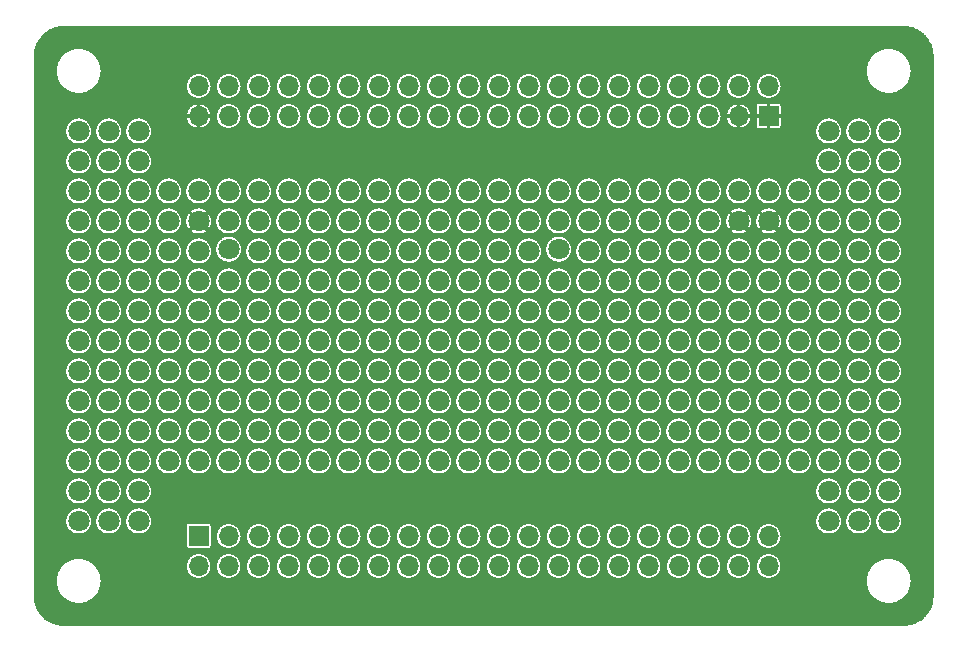
<source format=gbr>
G04 #@! TF.GenerationSoftware,KiCad,Pcbnew,7.0.6+dfsg-1*
G04 #@! TF.CreationDate,2023-07-25T09:51:37+08:00*
G04 #@! TF.ProjectId,proto,70726f74-6f2e-46b6-9963-61645f706362,a*
G04 #@! TF.SameCoordinates,Original*
G04 #@! TF.FileFunction,Copper,L2,Bot*
G04 #@! TF.FilePolarity,Positive*
%FSLAX46Y46*%
G04 Gerber Fmt 4.6, Leading zero omitted, Abs format (unit mm)*
G04 Created by KiCad (PCBNEW 7.0.6+dfsg-1) date 2023-07-25 09:51:37*
%MOMM*%
%LPD*%
G01*
G04 APERTURE LIST*
G04 #@! TA.AperFunction,ComponentPad*
%ADD10C,1.800000*%
G04 #@! TD*
G04 #@! TA.AperFunction,ComponentPad*
%ADD11R,1.700000X1.700000*%
G04 #@! TD*
G04 #@! TA.AperFunction,ComponentPad*
%ADD12O,1.700000X1.700000*%
G04 #@! TD*
G04 APERTURE END LIST*
D10*
G04 #@! TO.P,TP187,1,1*
G04 #@! TO.N,unconnected-(TP187-Pad1)*
X144780000Y-96520000D03*
G04 #@! TD*
G04 #@! TO.P,TP20,1,1*
G04 #@! TO.N,Net-(J1-PB7)*
X137160000Y-86360000D03*
G04 #@! TD*
G04 #@! TO.P,TP31,1,1*
G04 #@! TO.N,unconnected-(TP31-Pad1)*
X127000000Y-88900000D03*
G04 #@! TD*
G04 #@! TO.P,TP42,1,1*
G04 #@! TO.N,unconnected-(TP42-Pad1)*
X116840000Y-81280000D03*
G04 #@! TD*
G04 #@! TO.P,TP257,1,1*
G04 #@! TO.N,unconnected-(TP257-Pad1)*
X170180000Y-91440000D03*
G04 #@! TD*
G04 #@! TO.P,TP90,1,1*
G04 #@! TO.N,unconnected-(TP90-Pad1)*
X180340000Y-83820000D03*
G04 #@! TD*
G04 #@! TO.P,TP39,1,1*
G04 #@! TO.N,Net-(J1-U7)*
X127000000Y-83820000D03*
G04 #@! TD*
G04 #@! TO.P,TP241,1,1*
G04 #@! TO.N,Net-(J2-PB1)*
X144780000Y-104140000D03*
G04 #@! TD*
G04 #@! TO.P,TP36,1,1*
G04 #@! TO.N,unconnected-(TP36-Pad1)*
X119380000Y-88900000D03*
G04 #@! TD*
G04 #@! TO.P,TP166,1,1*
G04 #@! TO.N,unconnected-(TP166-Pad1)*
X134620000Y-101600000D03*
G04 #@! TD*
G04 #@! TO.P,TP263,1,1*
G04 #@! TO.N,unconnected-(TP263-Pad1)*
X167640000Y-101600000D03*
G04 #@! TD*
G04 #@! TO.P,TP245,1,1*
G04 #@! TO.N,Net-(J2-U0)*
X147320000Y-104140000D03*
G04 #@! TD*
G04 #@! TO.P,TP48,1,1*
G04 #@! TO.N,Net-(J1-U16)*
X165100000Y-86360000D03*
G04 #@! TD*
G04 #@! TO.P,TP47,1,1*
G04 #@! TO.N,Net-(J1-PD2)*
X142240000Y-83820000D03*
G04 #@! TD*
G04 #@! TO.P,TP32,1,1*
G04 #@! TO.N,Net-(J1-U6)*
X124460000Y-86360000D03*
G04 #@! TD*
G04 #@! TO.P,TP93,1,1*
G04 #@! TO.N,Net-(J1-3.3V)*
X167640000Y-83820000D03*
G04 #@! TD*
G04 #@! TO.P,TP96,1,1*
G04 #@! TO.N,unconnected-(TP96-Pad1)*
X175260000Y-88900000D03*
G04 #@! TD*
G04 #@! TO.P,TP266,1,1*
G04 #@! TO.N,unconnected-(TP266-Pad1)*
X177800000Y-99060000D03*
G04 #@! TD*
G04 #@! TO.P,TP2,1,1*
G04 #@! TO.N,unconnected-(TP2-Pad1)*
X114300000Y-83820000D03*
G04 #@! TD*
G04 #@! TO.P,TP115,1,1*
G04 #@! TO.N,unconnected-(TP115-Pad1)*
X116840000Y-91440000D03*
G04 #@! TD*
G04 #@! TO.P,TP95,1,1*
G04 #@! TO.N,GND*
X167640000Y-86360000D03*
G04 #@! TD*
G04 #@! TO.P,TP68,1,1*
G04 #@! TO.N,unconnected-(TP68-Pad1)*
X152400000Y-88760000D03*
G04 #@! TD*
G04 #@! TO.P,TP35,1,1*
G04 #@! TO.N,GND*
X121920000Y-86360000D03*
G04 #@! TD*
G04 #@! TO.P,TP133,1,1*
G04 #@! TO.N,unconnected-(TP133-Pad1)*
X139700000Y-101600000D03*
G04 #@! TD*
G04 #@! TO.P,TP131,1,1*
G04 #@! TO.N,unconnected-(TP131-Pad1)*
X129540000Y-96520000D03*
G04 #@! TD*
G04 #@! TO.P,TP250,1,1*
G04 #@! TO.N,unconnected-(TP250-Pad1)*
X154940000Y-91440000D03*
G04 #@! TD*
G04 #@! TO.P,TP130,1,1*
G04 #@! TO.N,unconnected-(TP130-Pad1)*
X137160000Y-101600000D03*
G04 #@! TD*
G04 #@! TO.P,TP40,1,1*
G04 #@! TO.N,Net-(J1-PC14)*
X129540000Y-83820000D03*
G04 #@! TD*
G04 #@! TO.P,TP256,1,1*
G04 #@! TO.N,Net-(J2-PB11)*
X149860000Y-104140000D03*
G04 #@! TD*
G04 #@! TO.P,TP72,1,1*
G04 #@! TO.N,Net-(J1-PA15)*
X152400000Y-86360000D03*
G04 #@! TD*
G04 #@! TO.P,TP238,1,1*
G04 #@! TO.N,Net-(J2-U2)*
X162560000Y-104140000D03*
G04 #@! TD*
G04 #@! TO.P,TP127,1,1*
G04 #@! TO.N,unconnected-(TP127-Pad1)*
X116840000Y-104140000D03*
G04 #@! TD*
G04 #@! TO.P,TP258,1,1*
G04 #@! TO.N,unconnected-(TP258-Pad1)*
X172720000Y-91440000D03*
G04 #@! TD*
G04 #@! TO.P,TP129,1,1*
G04 #@! TO.N,unconnected-(TP129-Pad1)*
X116840000Y-96520000D03*
G04 #@! TD*
G04 #@! TO.P,TP63,1,1*
G04 #@! TO.N,Net-(J1-PA8)*
X160020000Y-83820000D03*
G04 #@! TD*
G04 #@! TO.P,TP215,1,1*
G04 #@! TO.N,unconnected-(TP215-Pad1)*
X165100000Y-99060000D03*
G04 #@! TD*
G04 #@! TO.P,TP109,1,1*
G04 #@! TO.N,unconnected-(TP109-Pad1)*
X114300000Y-109220000D03*
G04 #@! TD*
G04 #@! TO.P,TP216,1,1*
G04 #@! TO.N,unconnected-(TP216-Pad1)*
X149860000Y-101600000D03*
G04 #@! TD*
G04 #@! TO.P,TP262,1,1*
G04 #@! TO.N,unconnected-(TP262-Pad1)*
X172720000Y-106680000D03*
G04 #@! TD*
G04 #@! TO.P,TP91,1,1*
G04 #@! TO.N,unconnected-(TP91-Pad1)*
X167640000Y-88900000D03*
G04 #@! TD*
G04 #@! TO.P,TP105,1,1*
G04 #@! TO.N,unconnected-(TP105-Pad1)*
X111760000Y-93980000D03*
G04 #@! TD*
G04 #@! TO.P,TP117,1,1*
G04 #@! TO.N,unconnected-(TP117-Pad1)*
X124460000Y-101600000D03*
G04 #@! TD*
G04 #@! TO.P,TP89,1,1*
G04 #@! TO.N,unconnected-(TP89-Pad1)*
X175260000Y-86360000D03*
G04 #@! TD*
G04 #@! TO.P,TP61,1,1*
G04 #@! TO.N,Net-(J1-PA11)*
X157480000Y-86360000D03*
G04 #@! TD*
G04 #@! TO.P,TP143,1,1*
G04 #@! TO.N,unconnected-(TP143-Pad1)*
X129540000Y-101600000D03*
G04 #@! TD*
G04 #@! TO.P,TP94,1,1*
G04 #@! TO.N,unconnected-(TP94-Pad1)*
X175260000Y-78740000D03*
G04 #@! TD*
G04 #@! TO.P,TP264,1,1*
G04 #@! TO.N,Net-(J2-GND-Pad37)*
X167640000Y-104140000D03*
G04 #@! TD*
G04 #@! TO.P,TP97,1,1*
G04 #@! TO.N,unconnected-(TP97-Pad1)*
X111760000Y-96520000D03*
G04 #@! TD*
G04 #@! TO.P,TP118,1,1*
G04 #@! TO.N,unconnected-(TP118-Pad1)*
X129540000Y-91440000D03*
G04 #@! TD*
G04 #@! TO.P,TP119,1,1*
G04 #@! TO.N,unconnected-(TP119-Pad1)*
X137160000Y-93980000D03*
G04 #@! TD*
G04 #@! TO.P,TP120,1,1*
G04 #@! TO.N,unconnected-(TP120-Pad1)*
X124460000Y-91440000D03*
G04 #@! TD*
G04 #@! TO.P,TP219,1,1*
G04 #@! TO.N,unconnected-(TP219-Pad1)*
X144780000Y-91440000D03*
G04 #@! TD*
G04 #@! TO.P,TP269,1,1*
G04 #@! TO.N,unconnected-(TP269-Pad1)*
X175260000Y-101600000D03*
G04 #@! TD*
G04 #@! TO.P,TP273,1,1*
G04 #@! TO.N,Net-(J2-5V)*
X170180000Y-106680000D03*
G04 #@! TD*
G04 #@! TO.P,TP146,1,1*
G04 #@! TO.N,unconnected-(TP146-Pad1)*
X132080000Y-99060000D03*
G04 #@! TD*
G04 #@! TO.P,TP106,1,1*
G04 #@! TO.N,unconnected-(TP106-Pad1)*
X114300000Y-93980000D03*
G04 #@! TD*
G04 #@! TO.P,TP167,1,1*
G04 #@! TO.N,Net-(J2-PA5)*
X137160000Y-104140000D03*
G04 #@! TD*
G04 #@! TO.P,TP222,1,1*
G04 #@! TO.N,unconnected-(TP222-Pad1)*
X162560000Y-101600000D03*
G04 #@! TD*
G04 #@! TO.P,TP171,1,1*
G04 #@! TO.N,unconnected-(TP171-Pad1)*
X116840000Y-109220000D03*
G04 #@! TD*
G04 #@! TO.P,TP12,1,1*
G04 #@! TO.N,Net-(J1-U9)*
X132080000Y-83820000D03*
G04 #@! TD*
G04 #@! TO.P,TP21,1,1*
G04 #@! TO.N,Net-(J1-PB5)*
X139700000Y-86360000D03*
G04 #@! TD*
G04 #@! TO.P,TP177,1,1*
G04 #@! TO.N,unconnected-(TP177-Pad1)*
X119380000Y-104140000D03*
G04 #@! TD*
G04 #@! TO.P,TP180,1,1*
G04 #@! TO.N,Net-(J2-NRST)*
X124460000Y-104140000D03*
G04 #@! TD*
G04 #@! TO.P,TP270,1,1*
G04 #@! TO.N,unconnected-(TP270-Pad1)*
X180340000Y-96520000D03*
G04 #@! TD*
G04 #@! TO.P,TP24,1,1*
G04 #@! TO.N,unconnected-(TP24-Pad1)*
X134620000Y-88900000D03*
G04 #@! TD*
G04 #@! TO.P,TP223,1,1*
G04 #@! TO.N,Net-(J2-PC7)*
X157480000Y-104140000D03*
G04 #@! TD*
G04 #@! TO.P,TP101,1,1*
G04 #@! TO.N,unconnected-(TP101-Pad1)*
X114300000Y-96520000D03*
G04 #@! TD*
G04 #@! TO.P,TP186,1,1*
G04 #@! TO.N,unconnected-(TP186-Pad1)*
X132080000Y-93980000D03*
G04 #@! TD*
G04 #@! TO.P,TP175,1,1*
G04 #@! TO.N,unconnected-(TP175-Pad1)*
X137160000Y-96520000D03*
G04 #@! TD*
G04 #@! TO.P,TP6,1,1*
G04 #@! TO.N,unconnected-(TP6-Pad1)*
X111760000Y-78740000D03*
G04 #@! TD*
G04 #@! TO.P,TP227,1,1*
G04 #@! TO.N,unconnected-(TP227-Pad1)*
X165100000Y-101600000D03*
G04 #@! TD*
G04 #@! TO.P,TP265,1,1*
G04 #@! TO.N,unconnected-(TP265-Pad1)*
X175260000Y-99060000D03*
G04 #@! TD*
G04 #@! TO.P,TP150,1,1*
G04 #@! TO.N,unconnected-(TP150-Pad1)*
X124460000Y-96520000D03*
G04 #@! TD*
G04 #@! TO.P,TP153,1,1*
G04 #@! TO.N,unconnected-(TP153-Pad1)*
X121920000Y-93980000D03*
G04 #@! TD*
G04 #@! TO.P,TP261,1,1*
G04 #@! TO.N,unconnected-(TP261-Pad1)*
X175260000Y-109220000D03*
G04 #@! TD*
G04 #@! TO.P,TP145,1,1*
G04 #@! TO.N,Net-(J2-PA0)*
X132080000Y-106680000D03*
G04 #@! TD*
G04 #@! TO.P,TP234,1,1*
G04 #@! TO.N,unconnected-(TP234-Pad1)*
X165100000Y-96520000D03*
G04 #@! TD*
G04 #@! TO.P,TP235,1,1*
G04 #@! TO.N,unconnected-(TP235-Pad1)*
X142240000Y-93980000D03*
G04 #@! TD*
G04 #@! TO.P,TP259,1,1*
G04 #@! TO.N,unconnected-(TP259-Pad1)*
X172720000Y-93980000D03*
G04 #@! TD*
G04 #@! TO.P,TP159,1,1*
G04 #@! TO.N,unconnected-(TP159-Pad1)*
X121920000Y-91440000D03*
G04 #@! TD*
G04 #@! TO.P,TP160,1,1*
G04 #@! TO.N,unconnected-(TP160-Pad1)*
X127000000Y-96520000D03*
G04 #@! TD*
G04 #@! TO.P,TP236,1,1*
G04 #@! TO.N,Net-(J2-PB13)*
X152400000Y-104140000D03*
G04 #@! TD*
G04 #@! TO.P,TP161,1,1*
G04 #@! TO.N,unconnected-(TP161-Pad1)*
X139700000Y-96520000D03*
G04 #@! TD*
G04 #@! TO.P,TP46,1,1*
G04 #@! TO.N,unconnected-(TP46-Pad1)*
X157480000Y-88900000D03*
G04 #@! TD*
G04 #@! TO.P,TP237,1,1*
G04 #@! TO.N,unconnected-(TP237-Pad1)*
X152400000Y-101600000D03*
G04 #@! TD*
G04 #@! TO.P,TP290,1,1*
G04 #@! TO.N,unconnected-(TP290-Pad1)*
X180340000Y-111760000D03*
G04 #@! TD*
G04 #@! TO.P,TP165,1,1*
G04 #@! TO.N,unconnected-(TP165-Pad1)*
X116840000Y-111760000D03*
G04 #@! TD*
G04 #@! TO.P,TP30,1,1*
G04 #@! TO.N,Net-(J1-PC13)*
X129540000Y-86360000D03*
G04 #@! TD*
G04 #@! TO.P,TP29,1,1*
G04 #@! TO.N,unconnected-(TP29-Pad1)*
X121920000Y-88900000D03*
G04 #@! TD*
G04 #@! TO.P,TP304,1,1*
G04 #@! TO.N,unconnected-(TP304-Pad1)*
X180340000Y-99060000D03*
G04 #@! TD*
G04 #@! TO.P,TP73,1,1*
G04 #@! TO.N,unconnected-(TP73-Pad1)*
X172720000Y-86360000D03*
G04 #@! TD*
G04 #@! TO.P,TP303,1,1*
G04 #@! TO.N,unconnected-(TP303-Pad1)*
X177800000Y-91440000D03*
G04 #@! TD*
G04 #@! TO.P,TP302,1,1*
G04 #@! TO.N,unconnected-(TP302-Pad1)*
X175260000Y-111760000D03*
G04 #@! TD*
G04 #@! TO.P,TP301,1,1*
G04 #@! TO.N,unconnected-(TP301-Pad1)*
X172720000Y-104140000D03*
G04 #@! TD*
G04 #@! TO.P,TP28,1,1*
G04 #@! TO.N,Net-(J1-PC15)*
X127000000Y-86360000D03*
G04 #@! TD*
G04 #@! TO.P,TP233,1,1*
G04 #@! TO.N,Net-(J2-PB0)*
X144780000Y-106680000D03*
G04 #@! TD*
G04 #@! TO.P,TP54,1,1*
G04 #@! TO.N,Net-(J1-PC11)*
X147320000Y-86360000D03*
G04 #@! TD*
G04 #@! TO.P,TP75,1,1*
G04 #@! TO.N,unconnected-(TP75-Pad1)*
X180340000Y-88900000D03*
G04 #@! TD*
G04 #@! TO.P,TP76,1,1*
G04 #@! TO.N,unconnected-(TP76-Pad1)*
X177800000Y-78740000D03*
G04 #@! TD*
G04 #@! TO.P,TP26,1,1*
G04 #@! TO.N,Net-(J1-U10)*
X132080000Y-86360000D03*
G04 #@! TD*
G04 #@! TO.P,TP79,1,1*
G04 #@! TO.N,unconnected-(TP79-Pad1)*
X180340000Y-86360000D03*
G04 #@! TD*
G04 #@! TO.P,TP155,1,1*
G04 #@! TO.N,unconnected-(TP155-Pad1)*
X124460000Y-99060000D03*
G04 #@! TD*
G04 #@! TO.P,TP56,1,1*
G04 #@! TO.N,Net-(J1-U8)*
X144780000Y-86360000D03*
G04 #@! TD*
G04 #@! TO.P,TP81,1,1*
G04 #@! TO.N,unconnected-(TP81-Pad1)*
X177800000Y-83820000D03*
G04 #@! TD*
G04 #@! TO.P,TP232,1,1*
G04 #@! TO.N,unconnected-(TP232-Pad1)*
X160020000Y-96520000D03*
G04 #@! TD*
G04 #@! TO.P,TP231,1,1*
G04 #@! TO.N,unconnected-(TP231-Pad1)*
X149860000Y-99060000D03*
G04 #@! TD*
G04 #@! TO.P,TP55,1,1*
G04 #@! TO.N,Net-(J1-U11)*
X149860000Y-83820000D03*
G04 #@! TD*
G04 #@! TO.P,TP230,1,1*
G04 #@! TO.N,unconnected-(TP230-Pad1)*
X144780000Y-99060000D03*
G04 #@! TD*
G04 #@! TO.P,TP229,1,1*
G04 #@! TO.N,unconnected-(TP229-Pad1)*
X165100000Y-91440000D03*
G04 #@! TD*
G04 #@! TO.P,TP228,1,1*
G04 #@! TO.N,unconnected-(TP228-Pad1)*
X149860000Y-91440000D03*
G04 #@! TD*
G04 #@! TO.P,TP147,1,1*
G04 #@! TO.N,unconnected-(TP147-Pad1)*
X124460000Y-93980000D03*
G04 #@! TD*
G04 #@! TO.P,TP299,1,1*
G04 #@! TO.N,Net-(J2-GND-Pad39)*
X170180000Y-104140000D03*
G04 #@! TD*
G04 #@! TO.P,TP214,1,1*
G04 #@! TO.N,unconnected-(TP214-Pad1)*
X160020000Y-101600000D03*
G04 #@! TD*
G04 #@! TO.P,TP102,1,1*
G04 #@! TO.N,unconnected-(TP102-Pad1)*
X114300000Y-106680000D03*
G04 #@! TD*
G04 #@! TO.P,TP82,1,1*
G04 #@! TO.N,unconnected-(TP82-Pad1)*
X177800000Y-81280000D03*
G04 #@! TD*
G04 #@! TO.P,TP100,1,1*
G04 #@! TO.N,unconnected-(TP100-Pad1)*
X114300000Y-99060000D03*
G04 #@! TD*
G04 #@! TO.P,TP1,1,1*
G04 #@! TO.N,unconnected-(TP1-Pad1)*
X114300000Y-88900000D03*
G04 #@! TD*
G04 #@! TO.P,TP51,1,1*
G04 #@! TO.N,unconnected-(TP51-Pad1)*
X142240000Y-88900000D03*
G04 #@! TD*
G04 #@! TO.P,TP225,1,1*
G04 #@! TO.N,Net-(J2-PC5)*
X142240000Y-104140000D03*
G04 #@! TD*
G04 #@! TO.P,TP224,1,1*
G04 #@! TO.N,unconnected-(TP224-Pad1)*
X157480000Y-99060000D03*
G04 #@! TD*
G04 #@! TO.P,TP297,1,1*
G04 #@! TO.N,unconnected-(TP297-Pad1)*
X175260000Y-96520000D03*
G04 #@! TD*
G04 #@! TO.P,TP296,1,1*
G04 #@! TO.N,unconnected-(TP296-Pad1)*
X180340000Y-101600000D03*
G04 #@! TD*
G04 #@! TO.P,TP49,1,1*
G04 #@! TO.N,Net-(J1-PA12)*
X154940000Y-83820000D03*
G04 #@! TD*
G04 #@! TO.P,TP295,1,1*
G04 #@! TO.N,unconnected-(TP295-Pad1)*
X170180000Y-93980000D03*
G04 #@! TD*
G04 #@! TO.P,TP23,1,1*
G04 #@! TO.N,unconnected-(TP23-Pad1)*
X119380000Y-83820000D03*
G04 #@! TD*
G04 #@! TO.P,TP294,1,1*
G04 #@! TO.N,unconnected-(TP294-Pad1)*
X175260000Y-104140000D03*
G04 #@! TD*
G04 #@! TO.P,TP221,1,1*
G04 #@! TO.N,unconnected-(TP221-Pad1)*
X157480000Y-91440000D03*
G04 #@! TD*
G04 #@! TO.P,TP293,1,1*
G04 #@! TO.N,unconnected-(TP293-Pad1)*
X172720000Y-101600000D03*
G04 #@! TD*
G04 #@! TO.P,TP220,1,1*
G04 #@! TO.N,unconnected-(TP220-Pad1)*
X165100000Y-93980000D03*
G04 #@! TD*
G04 #@! TO.P,TP274,1,1*
G04 #@! TO.N,unconnected-(TP274-Pad1)*
X167640000Y-96520000D03*
G04 #@! TD*
G04 #@! TO.P,TP289,1,1*
G04 #@! TO.N,unconnected-(TP289-Pad1)*
X180340000Y-104140000D03*
G04 #@! TD*
G04 #@! TO.P,TP288,1,1*
G04 #@! TO.N,unconnected-(TP288-Pad1)*
X175260000Y-93980000D03*
G04 #@! TD*
G04 #@! TO.P,TP108,1,1*
G04 #@! TO.N,unconnected-(TP108-Pad1)*
X111760000Y-109220000D03*
G04 #@! TD*
G04 #@! TO.P,TP218,1,1*
G04 #@! TO.N,unconnected-(TP218-Pad1)*
X149860000Y-96520000D03*
G04 #@! TD*
G04 #@! TO.P,TP217,1,1*
G04 #@! TO.N,unconnected-(TP217-Pad1)*
X144780000Y-101600000D03*
G04 #@! TD*
G04 #@! TO.P,TP44,1,1*
G04 #@! TO.N,Net-(J1-U13)*
X162560000Y-83820000D03*
G04 #@! TD*
G04 #@! TO.P,TP170,1,1*
G04 #@! TO.N,unconnected-(TP170-Pad1)*
X134620000Y-96520000D03*
G04 #@! TD*
G04 #@! TO.P,TP4,1,1*
G04 #@! TO.N,unconnected-(TP4-Pad1)*
X114300000Y-86360000D03*
G04 #@! TD*
G04 #@! TO.P,TP287,1,1*
G04 #@! TO.N,unconnected-(TP287-Pad1)*
X177800000Y-104140000D03*
G04 #@! TD*
G04 #@! TO.P,TP286,1,1*
G04 #@! TO.N,unconnected-(TP286-Pad1)*
X172720000Y-96520000D03*
G04 #@! TD*
G04 #@! TO.P,TP87,1,1*
G04 #@! TO.N,unconnected-(TP87-Pad1)*
X172720000Y-88900000D03*
G04 #@! TD*
G04 #@! TO.P,TP285,1,1*
G04 #@! TO.N,unconnected-(TP285-Pad1)*
X167640000Y-93980000D03*
G04 #@! TD*
G04 #@! TO.P,TP17,1,1*
G04 #@! TO.N,unconnected-(TP17-Pad1)*
X116840000Y-86360000D03*
G04 #@! TD*
G04 #@! TO.P,TP253,1,1*
G04 #@! TO.N,unconnected-(TP253-Pad1)*
X149860000Y-93980000D03*
G04 #@! TD*
G04 #@! TO.P,TP125,1,1*
G04 #@! TO.N,unconnected-(TP125-Pad1)*
X129540000Y-93980000D03*
G04 #@! TD*
G04 #@! TO.P,TP254,1,1*
G04 #@! TO.N,Net-(J2-PC6)*
X157480000Y-106680000D03*
G04 #@! TD*
G04 #@! TO.P,TP282,1,1*
G04 #@! TO.N,unconnected-(TP282-Pad1)*
X180340000Y-93980000D03*
G04 #@! TD*
G04 #@! TO.P,TP255,1,1*
G04 #@! TO.N,unconnected-(TP255-Pad1)*
X160020000Y-93980000D03*
G04 #@! TD*
G04 #@! TO.P,TP122,1,1*
G04 #@! TO.N,unconnected-(TP122-Pad1)*
X121920000Y-99060000D03*
G04 #@! TD*
G04 #@! TO.P,TP111,1,1*
G04 #@! TO.N,unconnected-(TP111-Pad1)*
X114300000Y-101600000D03*
G04 #@! TD*
G04 #@! TO.P,TP121,1,1*
G04 #@! TO.N,unconnected-(TP121-Pad1)*
X134620000Y-99060000D03*
G04 #@! TD*
G04 #@! TO.P,TP16,1,1*
G04 #@! TO.N,unconnected-(TP16-Pad1)*
X116840000Y-83820000D03*
G04 #@! TD*
G04 #@! TO.P,TP252,1,1*
G04 #@! TO.N,unconnected-(TP252-Pad1)*
X147320000Y-96520000D03*
G04 #@! TD*
G04 #@! TO.P,TP67,1,1*
G04 #@! TO.N,unconnected-(TP67-Pad1)*
X154940000Y-88900000D03*
G04 #@! TD*
G04 #@! TO.P,TP14,1,1*
G04 #@! TO.N,Net-(J1-PB6)*
X137160000Y-83820000D03*
G04 #@! TD*
G04 #@! TO.P,TP66,1,1*
G04 #@! TO.N,Net-(J1-U14)*
X162560000Y-86360000D03*
G04 #@! TD*
G04 #@! TO.P,TP251,1,1*
G04 #@! TO.N,unconnected-(TP251-Pad1)*
X157480000Y-101600000D03*
G04 #@! TD*
G04 #@! TO.P,TP65,1,1*
G04 #@! TO.N,Net-(J1-PA13)*
X154940000Y-86360000D03*
G04 #@! TD*
G04 #@! TO.P,TP136,1,1*
G04 #@! TO.N,unconnected-(TP136-Pad1)*
X116840000Y-106680000D03*
G04 #@! TD*
G04 #@! TO.P,TP281,1,1*
G04 #@! TO.N,unconnected-(TP281-Pad1)*
X177800000Y-109220000D03*
G04 #@! TD*
G04 #@! TO.P,TP249,1,1*
G04 #@! TO.N,unconnected-(TP249-Pad1)*
X157480000Y-93980000D03*
G04 #@! TD*
G04 #@! TO.P,TP248,1,1*
G04 #@! TO.N,unconnected-(TP248-Pad1)*
X154940000Y-96520000D03*
G04 #@! TD*
G04 #@! TO.P,TP110,1,1*
G04 #@! TO.N,unconnected-(TP110-Pad1)*
X111760000Y-104140000D03*
G04 #@! TD*
G04 #@! TO.P,TP83,1,1*
G04 #@! TO.N,Net-(J1-5V)*
X170180000Y-83820000D03*
G04 #@! TD*
G04 #@! TO.P,TP99,1,1*
G04 #@! TO.N,unconnected-(TP99-Pad1)*
X111760000Y-106680000D03*
G04 #@! TD*
G04 #@! TO.P,TP60,1,1*
G04 #@! TO.N,unconnected-(TP60-Pad1)*
X144780000Y-88900000D03*
G04 #@! TD*
G04 #@! TO.P,TP13,1,1*
G04 #@! TO.N,unconnected-(TP13-Pad1)*
X139700000Y-88900000D03*
G04 #@! TD*
G04 #@! TO.P,TP247,1,1*
G04 #@! TO.N,unconnected-(TP247-Pad1)*
X147320000Y-101600000D03*
G04 #@! TD*
G04 #@! TO.P,TP140,1,1*
G04 #@! TO.N,unconnected-(TP140-Pad1)*
X137160000Y-99060000D03*
G04 #@! TD*
G04 #@! TO.P,TP246,1,1*
G04 #@! TO.N,Net-(J2-PC9)*
X160020000Y-104140000D03*
G04 #@! TD*
G04 #@! TO.P,TP78,1,1*
G04 #@! TO.N,unconnected-(TP78-Pad1)*
X177800000Y-88900000D03*
G04 #@! TD*
G04 #@! TO.P,TP139,1,1*
G04 #@! TO.N,Net-(J2-VA)*
X121920000Y-106680000D03*
G04 #@! TD*
G04 #@! TO.P,TP138,1,1*
G04 #@! TO.N,unconnected-(TP138-Pad1)*
X127000000Y-91440000D03*
G04 #@! TD*
G04 #@! TO.P,TP137,1,1*
G04 #@! TO.N,unconnected-(TP137-Pad1)*
X119380000Y-106680000D03*
G04 #@! TD*
G04 #@! TO.P,TP279,1,1*
G04 #@! TO.N,Net-(J2-3.3V)*
X167640000Y-106680000D03*
G04 #@! TD*
G04 #@! TO.P,TP11,1,1*
G04 #@! TO.N,Net-(J1-PB4)*
X139700000Y-83820000D03*
G04 #@! TD*
G04 #@! TO.P,TP135,1,1*
G04 #@! TO.N,unconnected-(TP135-Pad1)*
X129540000Y-99060000D03*
G04 #@! TD*
G04 #@! TO.P,TP244,1,1*
G04 #@! TO.N,unconnected-(TP244-Pad1)*
X160020000Y-99060000D03*
G04 #@! TD*
G04 #@! TO.P,TP77,1,1*
G04 #@! TO.N,unconnected-(TP77-Pad1)*
X172720000Y-83820000D03*
G04 #@! TD*
G04 #@! TO.P,TP277,1,1*
G04 #@! TO.N,unconnected-(TP277-Pad1)*
X177800000Y-106680000D03*
G04 #@! TD*
G04 #@! TO.P,TP132,1,1*
G04 #@! TO.N,unconnected-(TP132-Pad1)*
X127000000Y-101600000D03*
G04 #@! TD*
G04 #@! TO.P,TP114,1,1*
G04 #@! TO.N,unconnected-(TP114-Pad1)*
X111760000Y-111760000D03*
G04 #@! TD*
G04 #@! TO.P,TP243,1,1*
G04 #@! TO.N,unconnected-(TP243-Pad1)*
X152400000Y-96520000D03*
G04 #@! TD*
G04 #@! TO.P,TP113,1,1*
G04 #@! TO.N,unconnected-(TP113-Pad1)*
X114300000Y-104140000D03*
G04 #@! TD*
G04 #@! TO.P,TP59,1,1*
G04 #@! TO.N,unconnected-(TP59-Pad1)*
X160020000Y-88900000D03*
G04 #@! TD*
G04 #@! TO.P,TP62,1,1*
G04 #@! TO.N,unconnected-(TP62-Pad1)*
X165100000Y-88900000D03*
G04 #@! TD*
G04 #@! TO.P,TP18,1,1*
G04 #@! TO.N,Net-(J1-U5)*
X124460000Y-83820000D03*
G04 #@! TD*
G04 #@! TO.P,TP242,1,1*
G04 #@! TO.N,unconnected-(TP242-Pad1)*
X154940000Y-99060000D03*
G04 #@! TD*
G04 #@! TO.P,TP10,1,1*
G04 #@! TO.N,unconnected-(TP10-Pad1)*
X114300000Y-78740000D03*
G04 #@! TD*
G04 #@! TO.P,TP45,1,1*
G04 #@! TO.N,Net-(J1-Pad23)*
X142240000Y-86360000D03*
G04 #@! TD*
G04 #@! TO.P,TP19,1,1*
G04 #@! TO.N,unconnected-(TP19-Pad1)*
X129540000Y-88900000D03*
G04 #@! TD*
G04 #@! TO.P,TP276,1,1*
G04 #@! TO.N,unconnected-(TP276-Pad1)*
X167640000Y-99060000D03*
G04 #@! TD*
G04 #@! TO.P,TP41,1,1*
G04 #@! TO.N,Net-(J1-VB)*
X121920000Y-83820000D03*
G04 #@! TD*
G04 #@! TO.P,TP240,1,1*
G04 #@! TO.N,unconnected-(TP240-Pad1)*
X142240000Y-99060000D03*
G04 #@! TD*
G04 #@! TO.P,TP80,1,1*
G04 #@! TO.N,unconnected-(TP80-Pad1)*
X175260000Y-81280000D03*
G04 #@! TD*
G04 #@! TO.P,TP112,1,1*
G04 #@! TO.N,unconnected-(TP112-Pad1)*
X114300000Y-111760000D03*
G04 #@! TD*
G04 #@! TO.P,TP34,1,1*
G04 #@! TO.N,unconnected-(TP34-Pad1)*
X119380000Y-86360000D03*
G04 #@! TD*
G04 #@! TO.P,TP33,1,1*
G04 #@! TO.N,unconnected-(TP33-Pad1)*
X116840000Y-78740000D03*
G04 #@! TD*
G04 #@! TO.P,TP3,1,1*
G04 #@! TO.N,unconnected-(TP3-Pad1)*
X111760000Y-83820000D03*
G04 #@! TD*
G04 #@! TO.P,TP58,1,1*
G04 #@! TO.N,Net-(J1-U12)*
X149860000Y-86360000D03*
G04 #@! TD*
G04 #@! TO.P,TP124,1,1*
G04 #@! TO.N,unconnected-(TP124-Pad1)*
X139700000Y-93980000D03*
G04 #@! TD*
G04 #@! TO.P,TP86,1,1*
G04 #@! TO.N,unconnected-(TP86-Pad1)*
X170180000Y-88900000D03*
G04 #@! TD*
G04 #@! TO.P,TP43,1,1*
G04 #@! TO.N,Net-(J1-PA9)*
X160020000Y-86360000D03*
G04 #@! TD*
G04 #@! TO.P,TP239,1,1*
G04 #@! TO.N,Net-(J2-PB14)*
X154940000Y-106680000D03*
G04 #@! TD*
G04 #@! TO.P,TP275,1,1*
G04 #@! TO.N,unconnected-(TP275-Pad1)*
X175260000Y-106680000D03*
G04 #@! TD*
G04 #@! TO.P,TP226,1,1*
G04 #@! TO.N,Net-(J2-U3)*
X165100000Y-106680000D03*
G04 #@! TD*
G04 #@! TO.P,TP183,1,1*
G04 #@! TO.N,unconnected-(TP183-Pad1)*
X119380000Y-101600000D03*
G04 #@! TD*
G04 #@! TO.P,TP184,1,1*
G04 #@! TO.N,Net-(J2-PA2)*
X134620000Y-106680000D03*
G04 #@! TD*
G04 #@! TO.P,TP37,1,1*
G04 #@! TO.N,Net-(J1-PB9)*
X134620000Y-86360000D03*
G04 #@! TD*
G04 #@! TO.P,TP53,1,1*
G04 #@! TO.N,Net-(J1-PA10)*
X157480000Y-83820000D03*
G04 #@! TD*
G04 #@! TO.P,TP107,1,1*
G04 #@! TO.N,unconnected-(TP107-Pad1)*
X114300000Y-91440000D03*
G04 #@! TD*
G04 #@! TO.P,TP9,1,1*
G04 #@! TO.N,unconnected-(TP9-Pad1)*
X114300000Y-81280000D03*
G04 #@! TD*
G04 #@! TO.P,TP162,1,1*
G04 #@! TO.N,unconnected-(TP162-Pad1)*
X119380000Y-96520000D03*
G04 #@! TD*
G04 #@! TO.P,TP74,1,1*
G04 #@! TO.N,unconnected-(TP74-Pad1)*
X177800000Y-86360000D03*
G04 #@! TD*
G04 #@! TO.P,TP182,1,1*
G04 #@! TO.N,unconnected-(TP182-Pad1)*
X132080000Y-101600000D03*
G04 #@! TD*
G04 #@! TO.P,TP178,1,1*
G04 #@! TO.N,unconnected-(TP178-Pad1)*
X119380000Y-93980000D03*
G04 #@! TD*
G04 #@! TO.P,TP52,1,1*
G04 #@! TO.N,Net-(J1-PC10)*
X147320000Y-83820000D03*
G04 #@! TD*
G04 #@! TO.P,TP7,1,1*
G04 #@! TO.N,unconnected-(TP7-Pad1)*
X111760000Y-86360000D03*
G04 #@! TD*
G04 #@! TO.P,TP64,1,1*
G04 #@! TO.N,Net-(J1-PC12)*
X144780000Y-83820000D03*
G04 #@! TD*
G04 #@! TO.P,TP213,1,1*
G04 #@! TO.N,unconnected-(TP213-Pad1)*
X142240000Y-101600000D03*
G04 #@! TD*
G04 #@! TO.P,TP211,1,1*
G04 #@! TO.N,unconnected-(TP211-Pad1)*
X152400000Y-99060000D03*
G04 #@! TD*
G04 #@! TO.P,TP210,1,1*
G04 #@! TO.N,Net-(J2-PB12)*
X152400000Y-106680000D03*
G04 #@! TD*
G04 #@! TO.P,TP134,1,1*
G04 #@! TO.N,Net-(J2-PA1)*
X132080000Y-104140000D03*
G04 #@! TD*
G04 #@! TO.P,TP278,1,1*
G04 #@! TO.N,unconnected-(TP278-Pad1)*
X177800000Y-96520000D03*
G04 #@! TD*
G04 #@! TO.P,TP126,1,1*
G04 #@! TO.N,unconnected-(TP126-Pad1)*
X119380000Y-91440000D03*
G04 #@! TD*
G04 #@! TO.P,TP8,1,1*
G04 #@! TO.N,unconnected-(TP8-Pad1)*
X111760000Y-88900000D03*
G04 #@! TD*
G04 #@! TO.P,TP141,1,1*
G04 #@! TO.N,unconnected-(TP141-Pad1)*
X119380000Y-99060000D03*
G04 #@! TD*
G04 #@! TO.P,TP280,1,1*
G04 #@! TO.N,unconnected-(TP280-Pad1)*
X170180000Y-96520000D03*
G04 #@! TD*
G04 #@! TO.P,TP84,1,1*
G04 #@! TO.N,unconnected-(TP84-Pad1)*
X180340000Y-81280000D03*
G04 #@! TD*
G04 #@! TO.P,TP208,1,1*
G04 #@! TO.N,Net-(J2-U4)*
X165100000Y-104140000D03*
G04 #@! TD*
G04 #@! TO.P,TP144,1,1*
G04 #@! TO.N,unconnected-(TP144-Pad1)*
X116840000Y-93980000D03*
G04 #@! TD*
G04 #@! TO.P,TP207,1,1*
G04 #@! TO.N,Net-(J2-PC4)*
X142240000Y-106680000D03*
G04 #@! TD*
G04 #@! TO.P,TP15,1,1*
G04 #@! TO.N,unconnected-(TP15-Pad1)*
X137160000Y-88900000D03*
G04 #@! TD*
G04 #@! TO.P,TP206,1,1*
G04 #@! TO.N,unconnected-(TP206-Pad1)*
X154940000Y-93980000D03*
G04 #@! TD*
G04 #@! TO.P,TP205,1,1*
G04 #@! TO.N,unconnected-(TP205-Pad1)*
X157480000Y-96520000D03*
G04 #@! TD*
G04 #@! TO.P,TP70,1,1*
G04 #@! TO.N,unconnected-(TP70-Pad1)*
X162560000Y-88900000D03*
G04 #@! TD*
G04 #@! TO.P,TP98,1,1*
G04 #@! TO.N,unconnected-(TP98-Pad1)*
X111760000Y-101600000D03*
G04 #@! TD*
G04 #@! TO.P,TP283,1,1*
G04 #@! TO.N,unconnected-(TP283-Pad1)*
X177800000Y-111760000D03*
G04 #@! TD*
G04 #@! TO.P,TP284,1,1*
G04 #@! TO.N,unconnected-(TP284-Pad1)*
X180340000Y-91440000D03*
G04 #@! TD*
G04 #@! TO.P,TP71,1,1*
G04 #@! TO.N,unconnected-(TP71-Pad1)*
X147320000Y-88900000D03*
G04 #@! TD*
G04 #@! TO.P,TP168,1,1*
G04 #@! TO.N,Net-(J2-PA3)*
X134620000Y-104140000D03*
G04 #@! TD*
G04 #@! TO.P,TP142,1,1*
G04 #@! TO.N,Net-(J2-PC3)*
X129540000Y-104140000D03*
G04 #@! TD*
G04 #@! TO.P,TP203,1,1*
G04 #@! TO.N,unconnected-(TP203-Pad1)*
X160020000Y-91440000D03*
G04 #@! TD*
G04 #@! TO.P,TP172,1,1*
G04 #@! TO.N,unconnected-(TP172-Pad1)*
X139700000Y-91440000D03*
G04 #@! TD*
G04 #@! TO.P,TP190,1,1*
G04 #@! TO.N,unconnected-(TP190-Pad1)*
X162560000Y-96520000D03*
G04 #@! TD*
G04 #@! TO.P,TP104,1,1*
G04 #@! TO.N,unconnected-(TP104-Pad1)*
X111760000Y-99060000D03*
G04 #@! TD*
G04 #@! TO.P,TP174,1,1*
G04 #@! TO.N,Net-(J2-PC1)*
X127000000Y-104140000D03*
G04 #@! TD*
G04 #@! TO.P,TP201,1,1*
G04 #@! TO.N,Net-(J2-PB2)*
X147320000Y-106680000D03*
G04 #@! TD*
G04 #@! TO.P,TP291,1,1*
G04 #@! TO.N,unconnected-(TP291-Pad1)*
X167640000Y-91440000D03*
G04 #@! TD*
G04 #@! TO.P,TP292,1,1*
G04 #@! TO.N,unconnected-(TP292-Pad1)*
X175260000Y-91440000D03*
G04 #@! TD*
G04 #@! TO.P,TP176,1,1*
G04 #@! TO.N,unconnected-(TP176-Pad1)*
X127000000Y-93980000D03*
G04 #@! TD*
G04 #@! TO.P,TP22,1,1*
G04 #@! TO.N,Net-(J1-PB8)*
X134620000Y-83820000D03*
G04 #@! TD*
G04 #@! TO.P,TP200,1,1*
G04 #@! TO.N,unconnected-(TP200-Pad1)*
X162560000Y-91440000D03*
G04 #@! TD*
G04 #@! TO.P,TP179,1,1*
G04 #@! TO.N,unconnected-(TP179-Pad1)*
X132080000Y-91440000D03*
G04 #@! TD*
G04 #@! TO.P,TP181,1,1*
G04 #@! TO.N,Net-(J2-PC0)*
X127000000Y-106680000D03*
G04 #@! TD*
G04 #@! TO.P,TP5,1,1*
G04 #@! TO.N,unconnected-(TP5-Pad1)*
X111760000Y-81280000D03*
G04 #@! TD*
G04 #@! TO.P,TP197,1,1*
G04 #@! TO.N,unconnected-(TP197-Pad1)*
X147320000Y-99060000D03*
G04 #@! TD*
G04 #@! TO.P,TP298,1,1*
G04 #@! TO.N,unconnected-(TP298-Pad1)*
X180340000Y-106680000D03*
G04 #@! TD*
G04 #@! TO.P,TP85,1,1*
G04 #@! TO.N,unconnected-(TP85-Pad1)*
X180340000Y-78740000D03*
G04 #@! TD*
G04 #@! TO.P,TP185,1,1*
G04 #@! TO.N,unconnected-(TP185-Pad1)*
X137160000Y-91440000D03*
G04 #@! TD*
G04 #@! TO.P,TP195,1,1*
G04 #@! TO.N,Net-(J2-U1)*
X162560000Y-106680000D03*
G04 #@! TD*
G04 #@! TO.P,TP103,1,1*
G04 #@! TO.N,unconnected-(TP103-Pad1)*
X111760000Y-91440000D03*
G04 #@! TD*
G04 #@! TO.P,TP25,1,1*
G04 #@! TO.N,unconnected-(TP25-Pad1)*
X124460000Y-88760000D03*
G04 #@! TD*
G04 #@! TO.P,TP149,1,1*
G04 #@! TO.N,unconnected-(TP149-Pad1)*
X134620000Y-91440000D03*
G04 #@! TD*
G04 #@! TO.P,TP300,1,1*
G04 #@! TO.N,unconnected-(TP300-Pad1)*
X170180000Y-99060000D03*
G04 #@! TD*
G04 #@! TO.P,TP194,1,1*
G04 #@! TO.N,unconnected-(TP194-Pad1)*
X144780000Y-93980000D03*
G04 #@! TD*
G04 #@! TO.P,TP151,1,1*
G04 #@! TO.N,unconnected-(TP151-Pad1)*
X139700000Y-99060000D03*
G04 #@! TD*
G04 #@! TO.P,TP152,1,1*
G04 #@! TO.N,Net-(J2-PA7)*
X139700000Y-104140000D03*
G04 #@! TD*
G04 #@! TO.P,TP27,1,1*
G04 #@! TO.N,unconnected-(TP27-Pad1)*
X116840000Y-88900000D03*
G04 #@! TD*
G04 #@! TO.P,TP193,1,1*
G04 #@! TO.N,unconnected-(TP193-Pad1)*
X147320000Y-93980000D03*
G04 #@! TD*
D11*
G04 #@! TO.P,J2,1,GND*
G04 #@! TO.N,Net-(J2-GND-Pad1)*
X121920000Y-113030000D03*
D12*
G04 #@! TO.P,J2,2,VA*
G04 #@! TO.N,Net-(J2-VA)*
X121920000Y-115570000D03*
G04 #@! TO.P,J2,3,NRST*
G04 #@! TO.N,Net-(J2-NRST)*
X124460000Y-113030000D03*
G04 #@! TO.P,J2,4,BO0*
G04 #@! TO.N,Net-(J2-BO0)*
X124460000Y-115570000D03*
G04 #@! TO.P,J2,5,PC1*
G04 #@! TO.N,Net-(J2-PC1)*
X127000000Y-113030000D03*
G04 #@! TO.P,J2,6,PC0*
G04 #@! TO.N,Net-(J2-PC0)*
X127000000Y-115570000D03*
G04 #@! TO.P,J2,7,PC3*
G04 #@! TO.N,Net-(J2-PC3)*
X129540000Y-113030000D03*
G04 #@! TO.P,J2,8,PC2*
G04 #@! TO.N,Net-(J2-PC2)*
X129540000Y-115570000D03*
G04 #@! TO.P,J2,9,PA1*
G04 #@! TO.N,Net-(J2-PA1)*
X132080000Y-113030000D03*
G04 #@! TO.P,J2,10,PA0*
G04 #@! TO.N,Net-(J2-PA0)*
X132080000Y-115570000D03*
G04 #@! TO.P,J2,11,PA3*
G04 #@! TO.N,Net-(J2-PA3)*
X134620000Y-113030000D03*
G04 #@! TO.P,J2,12,PA2*
G04 #@! TO.N,Net-(J2-PA2)*
X134620000Y-115570000D03*
G04 #@! TO.P,J2,13,PA5*
G04 #@! TO.N,Net-(J2-PA5)*
X137160000Y-113030000D03*
G04 #@! TO.P,J2,14,PA4*
G04 #@! TO.N,Net-(J2-PA4)*
X137160000Y-115570000D03*
G04 #@! TO.P,J2,15,PA7*
G04 #@! TO.N,Net-(J2-PA7)*
X139700000Y-113030000D03*
G04 #@! TO.P,J2,16,PA6*
G04 #@! TO.N,Net-(J2-PA6)*
X139700000Y-115570000D03*
G04 #@! TO.P,J2,17,PC5*
G04 #@! TO.N,Net-(J2-PC5)*
X142240000Y-113030000D03*
G04 #@! TO.P,J2,18,PC4*
G04 #@! TO.N,Net-(J2-PC4)*
X142240000Y-115570000D03*
G04 #@! TO.P,J2,19,PB1*
G04 #@! TO.N,Net-(J2-PB1)*
X144780000Y-113030000D03*
G04 #@! TO.P,J2,20,PB0*
G04 #@! TO.N,Net-(J2-PB0)*
X144780000Y-115570000D03*
G04 #@! TO.P,J2,21,U0*
G04 #@! TO.N,Net-(J2-U0)*
X147320000Y-113030000D03*
G04 #@! TO.P,J2,22,PB2*
G04 #@! TO.N,Net-(J2-PB2)*
X147320000Y-115570000D03*
G04 #@! TO.P,J2,23,PB11*
G04 #@! TO.N,Net-(J2-PB11)*
X149860000Y-113030000D03*
G04 #@! TO.P,J2,24,PB10*
G04 #@! TO.N,Net-(J2-PB10)*
X149860000Y-115570000D03*
G04 #@! TO.P,J2,25,PB13*
G04 #@! TO.N,Net-(J2-PB13)*
X152400000Y-113030000D03*
G04 #@! TO.P,J2,26,PB12*
G04 #@! TO.N,Net-(J2-PB12)*
X152400000Y-115570000D03*
G04 #@! TO.P,J2,27,PB15*
G04 #@! TO.N,Net-(J2-PB15)*
X154940000Y-113030000D03*
G04 #@! TO.P,J2,28,PB14*
G04 #@! TO.N,Net-(J2-PB14)*
X154940000Y-115570000D03*
G04 #@! TO.P,J2,29,PC7*
G04 #@! TO.N,Net-(J2-PC7)*
X157480000Y-113030000D03*
G04 #@! TO.P,J2,30,PC6*
G04 #@! TO.N,Net-(J2-PC6)*
X157480000Y-115570000D03*
G04 #@! TO.P,J2,31,PC9*
G04 #@! TO.N,Net-(J2-PC9)*
X160020000Y-113030000D03*
G04 #@! TO.P,J2,32,PC8*
G04 #@! TO.N,Net-(J2-PC8)*
X160020000Y-115570000D03*
G04 #@! TO.P,J2,33,U2*
G04 #@! TO.N,Net-(J2-U2)*
X162560000Y-113030000D03*
G04 #@! TO.P,J2,34,U1*
G04 #@! TO.N,Net-(J2-U1)*
X162560000Y-115570000D03*
G04 #@! TO.P,J2,35,U4*
G04 #@! TO.N,Net-(J2-U4)*
X165100000Y-113030000D03*
G04 #@! TO.P,J2,36,U3*
G04 #@! TO.N,Net-(J2-U3)*
X165100000Y-115570000D03*
G04 #@! TO.P,J2,37,GND*
G04 #@! TO.N,Net-(J2-GND-Pad37)*
X167640000Y-113030000D03*
G04 #@! TO.P,J2,38,3.3V*
G04 #@! TO.N,Net-(J2-3.3V)*
X167640000Y-115570000D03*
G04 #@! TO.P,J2,39,GND*
G04 #@! TO.N,Net-(J2-GND-Pad39)*
X170180000Y-113030000D03*
G04 #@! TO.P,J2,40,5V*
G04 #@! TO.N,Net-(J2-5V)*
X170180000Y-115570000D03*
G04 #@! TD*
D10*
G04 #@! TO.P,TP192,1,1*
G04 #@! TO.N,unconnected-(TP192-Pad1)*
X162560000Y-99060000D03*
G04 #@! TD*
G04 #@! TO.P,TP164,1,1*
G04 #@! TO.N,unconnected-(TP164-Pad1)*
X127000000Y-99060000D03*
G04 #@! TD*
G04 #@! TO.P,TP191,1,1*
G04 #@! TO.N,unconnected-(TP191-Pad1)*
X147320000Y-91440000D03*
G04 #@! TD*
G04 #@! TO.P,TP163,1,1*
G04 #@! TO.N,Net-(J2-PA4)*
X137160000Y-106680000D03*
G04 #@! TD*
D11*
G04 #@! TO.P,J1,1,GND*
G04 #@! TO.N,GND*
X170180000Y-77470000D03*
D12*
G04 #@! TO.P,J1,2,5V*
G04 #@! TO.N,Net-(J1-5V)*
X170180000Y-74930000D03*
G04 #@! TO.P,J1,3,GND*
G04 #@! TO.N,GND*
X167640000Y-77470000D03*
G04 #@! TO.P,J1,4,3.3V*
G04 #@! TO.N,Net-(J1-3.3V)*
X167640000Y-74930000D03*
G04 #@! TO.P,J1,5,U16*
G04 #@! TO.N,Net-(J1-U16)*
X165100000Y-77470000D03*
G04 #@! TO.P,J1,6,U15*
G04 #@! TO.N,Net-(J1-U15)*
X165100000Y-74930000D03*
G04 #@! TO.P,J1,7,U14*
G04 #@! TO.N,Net-(J1-U14)*
X162560000Y-77470000D03*
G04 #@! TO.P,J1,8,U13*
G04 #@! TO.N,Net-(J1-U13)*
X162560000Y-74930000D03*
G04 #@! TO.P,J1,9,PA9*
G04 #@! TO.N,Net-(J1-PA9)*
X160020000Y-77470000D03*
G04 #@! TO.P,J1,10,PA8*
G04 #@! TO.N,Net-(J1-PA8)*
X160020000Y-74930000D03*
G04 #@! TO.P,J1,11,PA11*
G04 #@! TO.N,Net-(J1-PA11)*
X157480000Y-77470000D03*
G04 #@! TO.P,J1,12,PA10*
G04 #@! TO.N,Net-(J1-PA10)*
X157480000Y-74930000D03*
G04 #@! TO.P,J1,13,PA13*
G04 #@! TO.N,Net-(J1-PA13)*
X154940000Y-77470000D03*
G04 #@! TO.P,J1,14,PA12*
G04 #@! TO.N,Net-(J1-PA12)*
X154940000Y-74930000D03*
G04 #@! TO.P,J1,15,PA15*
G04 #@! TO.N,Net-(J1-PA15)*
X152400000Y-77470000D03*
G04 #@! TO.P,J1,16,PA14*
G04 #@! TO.N,Net-(J1-PA14)*
X152400000Y-74930000D03*
G04 #@! TO.P,J1,17,U12*
G04 #@! TO.N,Net-(J1-U12)*
X149860000Y-77470000D03*
G04 #@! TO.P,J1,18,U11*
G04 #@! TO.N,Net-(J1-U11)*
X149860000Y-74930000D03*
G04 #@! TO.P,J1,19,PC11*
G04 #@! TO.N,Net-(J1-PC11)*
X147320000Y-77470000D03*
G04 #@! TO.P,J1,20,PC10*
G04 #@! TO.N,Net-(J1-PC10)*
X147320000Y-74930000D03*
G04 #@! TO.P,J1,21,U8*
G04 #@! TO.N,Net-(J1-U8)*
X144780000Y-77470000D03*
G04 #@! TO.P,J1,22,PC12*
G04 #@! TO.N,Net-(J1-PC12)*
X144780000Y-74930000D03*
G04 #@! TO.P,J1,23,23*
G04 #@! TO.N,Net-(J1-Pad23)*
X142240000Y-77470000D03*
G04 #@! TO.P,J1,24,PD2*
G04 #@! TO.N,Net-(J1-PD2)*
X142240000Y-74930000D03*
G04 #@! TO.P,J1,25,PB5*
G04 #@! TO.N,Net-(J1-PB5)*
X139700000Y-77470000D03*
G04 #@! TO.P,J1,26,PB4*
G04 #@! TO.N,Net-(J1-PB4)*
X139700000Y-74930000D03*
G04 #@! TO.P,J1,27,PB7*
G04 #@! TO.N,Net-(J1-PB7)*
X137160000Y-77470000D03*
G04 #@! TO.P,J1,28,PB6*
G04 #@! TO.N,Net-(J1-PB6)*
X137160000Y-74930000D03*
G04 #@! TO.P,J1,29,PB9*
G04 #@! TO.N,Net-(J1-PB9)*
X134620000Y-77470000D03*
G04 #@! TO.P,J1,30,PB8*
G04 #@! TO.N,Net-(J1-PB8)*
X134620000Y-74930000D03*
G04 #@! TO.P,J1,31,U10*
G04 #@! TO.N,Net-(J1-U10)*
X132080000Y-77470000D03*
G04 #@! TO.P,J1,32,U9*
G04 #@! TO.N,Net-(J1-U9)*
X132080000Y-74930000D03*
G04 #@! TO.P,J1,33,PC13*
G04 #@! TO.N,Net-(J1-PC13)*
X129540000Y-77470000D03*
G04 #@! TO.P,J1,34,PC14*
G04 #@! TO.N,Net-(J1-PC14)*
X129540000Y-74930000D03*
G04 #@! TO.P,J1,35,PC15*
G04 #@! TO.N,Net-(J1-PC15)*
X127000000Y-77470000D03*
G04 #@! TO.P,J1,36,U7*
G04 #@! TO.N,Net-(J1-U7)*
X127000000Y-74930000D03*
G04 #@! TO.P,J1,37,U6*
G04 #@! TO.N,Net-(J1-U6)*
X124460000Y-77470000D03*
G04 #@! TO.P,J1,38,U5*
G04 #@! TO.N,Net-(J1-U5)*
X124460000Y-74930000D03*
G04 #@! TO.P,J1,39,GND*
G04 #@! TO.N,GND*
X121920000Y-77470000D03*
G04 #@! TO.P,J1,40,VB*
G04 #@! TO.N,Net-(J1-VB)*
X121920000Y-74930000D03*
G04 #@! TD*
D10*
G04 #@! TO.P,TP158,1,1*
G04 #@! TO.N,unconnected-(TP158-Pad1)*
X132080000Y-96520000D03*
G04 #@! TD*
G04 #@! TO.P,TP157,1,1*
G04 #@! TO.N,Net-(J2-GND-Pad1)*
X121920000Y-104140000D03*
G04 #@! TD*
G04 #@! TO.P,TP57,1,1*
G04 #@! TO.N,unconnected-(TP57-Pad1)*
X149860000Y-88900000D03*
G04 #@! TD*
G04 #@! TO.P,TP154,1,1*
G04 #@! TO.N,unconnected-(TP154-Pad1)*
X116840000Y-101600000D03*
G04 #@! TD*
G04 #@! TO.P,TP148,1,1*
G04 #@! TO.N,unconnected-(TP148-Pad1)*
X121920000Y-96520000D03*
G04 #@! TD*
G04 #@! TO.P,TP196,1,1*
G04 #@! TO.N,unconnected-(TP196-Pad1)*
X152400000Y-93980000D03*
G04 #@! TD*
G04 #@! TO.P,TP198,1,1*
G04 #@! TO.N,unconnected-(TP198-Pad1)*
X154940000Y-101600000D03*
G04 #@! TD*
G04 #@! TO.P,TP199,1,1*
G04 #@! TO.N,unconnected-(TP199-Pad1)*
X152400000Y-91440000D03*
G04 #@! TD*
G04 #@! TO.P,TP271,1,1*
G04 #@! TO.N,unconnected-(TP271-Pad1)*
X177800000Y-101600000D03*
G04 #@! TD*
G04 #@! TO.P,TP272,1,1*
G04 #@! TO.N,unconnected-(TP272-Pad1)*
X177800000Y-93980000D03*
G04 #@! TD*
G04 #@! TO.P,TP169,1,1*
G04 #@! TO.N,Net-(J2-BO0)*
X124460000Y-106680000D03*
G04 #@! TD*
G04 #@! TO.P,TP204,1,1*
G04 #@! TO.N,Net-(J2-PB10)*
X149860000Y-106680000D03*
G04 #@! TD*
G04 #@! TO.P,TP92,1,1*
G04 #@! TO.N,GND*
X170180000Y-86360000D03*
G04 #@! TD*
G04 #@! TO.P,TP267,1,1*
G04 #@! TO.N,unconnected-(TP267-Pad1)*
X172720000Y-99060000D03*
G04 #@! TD*
G04 #@! TO.P,TP69,1,1*
G04 #@! TO.N,Net-(J1-U15)*
X165100000Y-83820000D03*
G04 #@! TD*
G04 #@! TO.P,TP116,1,1*
G04 #@! TO.N,Net-(J2-PC2)*
X129540000Y-106680000D03*
G04 #@! TD*
G04 #@! TO.P,TP88,1,1*
G04 #@! TO.N,unconnected-(TP88-Pad1)*
X175260000Y-83820000D03*
G04 #@! TD*
G04 #@! TO.P,TP260,1,1*
G04 #@! TO.N,unconnected-(TP260-Pad1)*
X180340000Y-109220000D03*
G04 #@! TD*
G04 #@! TO.P,TP209,1,1*
G04 #@! TO.N,Net-(J2-PB15)*
X154940000Y-104140000D03*
G04 #@! TD*
G04 #@! TO.P,TP212,1,1*
G04 #@! TO.N,unconnected-(TP212-Pad1)*
X162560000Y-93980000D03*
G04 #@! TD*
G04 #@! TO.P,TP128,1,1*
G04 #@! TO.N,Net-(J2-PA6)*
X139700000Y-106680000D03*
G04 #@! TD*
G04 #@! TO.P,TP202,1,1*
G04 #@! TO.N,unconnected-(TP202-Pad1)*
X142240000Y-96520000D03*
G04 #@! TD*
G04 #@! TO.P,TP189,1,1*
G04 #@! TO.N,Net-(J2-PC8)*
X160020000Y-106680000D03*
G04 #@! TD*
G04 #@! TO.P,TP38,1,1*
G04 #@! TO.N,unconnected-(TP38-Pad1)*
X132080000Y-88900000D03*
G04 #@! TD*
G04 #@! TO.P,TP268,1,1*
G04 #@! TO.N,unconnected-(TP268-Pad1)*
X170180000Y-101600000D03*
G04 #@! TD*
G04 #@! TO.P,TP123,1,1*
G04 #@! TO.N,unconnected-(TP123-Pad1)*
X116840000Y-99060000D03*
G04 #@! TD*
G04 #@! TO.P,TP50,1,1*
G04 #@! TO.N,Net-(J1-PA14)*
X152400000Y-83820000D03*
G04 #@! TD*
G04 #@! TO.P,TP173,1,1*
G04 #@! TO.N,unconnected-(TP173-Pad1)*
X134620000Y-93980000D03*
G04 #@! TD*
G04 #@! TO.P,TP156,1,1*
G04 #@! TO.N,unconnected-(TP156-Pad1)*
X121920000Y-101600000D03*
G04 #@! TD*
G04 #@! TO.P,TP188,1,1*
G04 #@! TO.N,unconnected-(TP188-Pad1)*
X142240000Y-91440000D03*
G04 #@! TD*
G04 #@! TA.AperFunction,Conductor*
G04 #@! TO.N,GND*
G36*
X181746496Y-69854197D02*
G01*
X181748462Y-69854303D01*
X181873395Y-69864477D01*
X181883548Y-69865304D01*
X181885572Y-69865524D01*
X182019837Y-69883817D01*
X182021837Y-69884144D01*
X182154927Y-69909682D01*
X182156900Y-69910116D01*
X182281581Y-69941123D01*
X182290086Y-69943317D01*
X182291639Y-69943756D01*
X182406932Y-69979156D01*
X182419917Y-69983295D01*
X182424216Y-69984666D01*
X182532687Y-70024516D01*
X182555073Y-70033061D01*
X182657392Y-70077075D01*
X182657420Y-70077087D01*
X182683048Y-70088555D01*
X182780128Y-70136702D01*
X182807726Y-70150958D01*
X182900102Y-70203186D01*
X182900129Y-70203201D01*
X182928755Y-70220087D01*
X183016828Y-70276383D01*
X183034523Y-70288206D01*
X183045701Y-70295674D01*
X183129708Y-70356016D01*
X183148333Y-70370033D01*
X183158300Y-70377534D01*
X183238284Y-70441827D01*
X183266174Y-70465378D01*
X183301728Y-70497274D01*
X183342196Y-70533580D01*
X183368986Y-70558907D01*
X183441092Y-70631013D01*
X183466419Y-70657803D01*
X183497873Y-70692863D01*
X183534631Y-70733835D01*
X183558171Y-70761713D01*
X183622465Y-70841699D01*
X183643982Y-70870289D01*
X183704315Y-70954283D01*
X183723616Y-70983171D01*
X183779912Y-71071244D01*
X183796798Y-71099870D01*
X183849036Y-71192265D01*
X183863288Y-71219852D01*
X183911444Y-71316951D01*
X183922912Y-71342579D01*
X183966936Y-71444920D01*
X183975483Y-71467312D01*
X184015333Y-71575783D01*
X184020850Y-71593090D01*
X184028272Y-71617262D01*
X184056232Y-71708324D01*
X184056690Y-71709944D01*
X184058878Y-71718426D01*
X184089880Y-71843088D01*
X184090318Y-71845077D01*
X184115853Y-71978152D01*
X184116182Y-71980162D01*
X184134475Y-72114427D01*
X184134695Y-72116451D01*
X184145694Y-72251509D01*
X184145804Y-72253543D01*
X184149500Y-72390000D01*
X184149500Y-118110000D01*
X184145804Y-118246456D01*
X184145694Y-118248490D01*
X184134695Y-118383548D01*
X184134475Y-118385572D01*
X184116182Y-118519837D01*
X184115853Y-118521847D01*
X184090318Y-118654922D01*
X184089880Y-118656911D01*
X184058878Y-118781574D01*
X184056689Y-118790056D01*
X184056226Y-118791697D01*
X184020850Y-118906909D01*
X184015333Y-118924216D01*
X183975483Y-119032687D01*
X183966936Y-119055079D01*
X183922912Y-119157420D01*
X183911444Y-119183048D01*
X183863288Y-119280147D01*
X183849036Y-119307734D01*
X183796798Y-119400129D01*
X183779912Y-119428755D01*
X183723616Y-119516828D01*
X183704315Y-119545716D01*
X183643982Y-119629710D01*
X183622465Y-119658300D01*
X183558171Y-119738286D01*
X183534623Y-119766173D01*
X183466419Y-119842196D01*
X183441092Y-119868986D01*
X183368986Y-119941092D01*
X183342196Y-119966419D01*
X183266173Y-120034623D01*
X183238286Y-120058171D01*
X183158300Y-120122465D01*
X183129710Y-120143982D01*
X183045716Y-120204315D01*
X183016828Y-120223616D01*
X182928755Y-120279912D01*
X182900129Y-120296798D01*
X182807734Y-120349036D01*
X182780147Y-120363288D01*
X182683048Y-120411444D01*
X182657420Y-120422912D01*
X182555079Y-120466936D01*
X182532687Y-120475483D01*
X182424216Y-120515333D01*
X182406909Y-120520850D01*
X182291697Y-120556226D01*
X182290056Y-120556689D01*
X182281574Y-120558878D01*
X182156911Y-120589880D01*
X182154922Y-120590318D01*
X182021847Y-120615853D01*
X182019837Y-120616182D01*
X181885572Y-120634475D01*
X181883548Y-120634695D01*
X181748490Y-120645694D01*
X181746459Y-120645803D01*
X181610000Y-120649500D01*
X110490000Y-120649500D01*
X110353538Y-120645803D01*
X110351509Y-120645694D01*
X110216451Y-120634695D01*
X110214427Y-120634475D01*
X110080162Y-120616182D01*
X110078152Y-120615853D01*
X109945077Y-120590318D01*
X109943088Y-120589880D01*
X109818426Y-120558878D01*
X109809944Y-120556690D01*
X109808324Y-120556232D01*
X109717262Y-120528272D01*
X109693090Y-120520850D01*
X109675783Y-120515333D01*
X109567312Y-120475483D01*
X109544920Y-120466936D01*
X109442579Y-120422912D01*
X109416951Y-120411444D01*
X109319852Y-120363288D01*
X109292265Y-120349036D01*
X109199870Y-120296798D01*
X109171244Y-120279912D01*
X109083171Y-120223616D01*
X109054283Y-120204315D01*
X108970283Y-120143977D01*
X108941699Y-120122465D01*
X108861713Y-120058171D01*
X108856049Y-120053388D01*
X108833828Y-120034624D01*
X108797150Y-120001719D01*
X108757803Y-119966419D01*
X108731013Y-119941092D01*
X108658907Y-119868986D01*
X108633580Y-119842196D01*
X108565386Y-119766184D01*
X108541827Y-119738284D01*
X108477534Y-119658300D01*
X108456017Y-119629710D01*
X108429402Y-119592658D01*
X108395679Y-119545708D01*
X108376383Y-119516828D01*
X108320087Y-119428755D01*
X108303201Y-119400129D01*
X108250959Y-119307728D01*
X108236711Y-119280147D01*
X108216397Y-119239188D01*
X108188555Y-119183048D01*
X108177087Y-119157420D01*
X108158525Y-119114269D01*
X108133061Y-119055073D01*
X108124516Y-119032687D01*
X108084666Y-118924216D01*
X108083295Y-118919917D01*
X108079156Y-118906932D01*
X108043756Y-118791639D01*
X108043317Y-118790086D01*
X108041122Y-118781574D01*
X108010116Y-118656900D01*
X108009682Y-118654927D01*
X108009681Y-118654922D01*
X107984144Y-118521837D01*
X107983817Y-118519837D01*
X107965524Y-118385572D01*
X107965304Y-118383548D01*
X107959224Y-118308887D01*
X107954303Y-118248462D01*
X107954197Y-118246496D01*
X107950500Y-118110000D01*
X107950500Y-118109500D01*
X107950500Y-116840000D01*
X109908509Y-116840000D01*
X109912473Y-116961093D01*
X109924349Y-117081668D01*
X109944085Y-117201208D01*
X109971597Y-117319201D01*
X109971598Y-117319203D01*
X109971598Y-117319204D01*
X110006766Y-117435141D01*
X110049444Y-117548534D01*
X110099445Y-117658887D01*
X110099444Y-117658887D01*
X110156564Y-117765749D01*
X110156569Y-117765757D01*
X110220541Y-117868633D01*
X110220542Y-117868634D01*
X110220546Y-117868640D01*
X110220546Y-117868641D01*
X110291112Y-117967115D01*
X110291113Y-117967116D01*
X110367971Y-118060768D01*
X110367970Y-118060768D01*
X110450798Y-118149202D01*
X110539232Y-118232030D01*
X110539232Y-118232029D01*
X110632884Y-118308887D01*
X110632885Y-118308888D01*
X110731359Y-118379454D01*
X110731360Y-118379454D01*
X110731367Y-118379459D01*
X110790054Y-118415952D01*
X110834251Y-118443436D01*
X110941113Y-118500556D01*
X110941113Y-118500555D01*
X111051466Y-118550556D01*
X111164859Y-118593234D01*
X111280796Y-118628402D01*
X111280799Y-118628403D01*
X111398792Y-118655915D01*
X111518332Y-118675651D01*
X111638907Y-118687527D01*
X111729727Y-118690500D01*
X111790273Y-118690500D01*
X111881093Y-118687527D01*
X112001668Y-118675651D01*
X112121208Y-118655915D01*
X112239201Y-118628403D01*
X112239204Y-118628402D01*
X112355141Y-118593234D01*
X112468534Y-118550556D01*
X112578887Y-118500555D01*
X112578887Y-118500556D01*
X112685749Y-118443436D01*
X112729945Y-118415952D01*
X112788633Y-118379459D01*
X112788640Y-118379454D01*
X112788641Y-118379454D01*
X112887115Y-118308888D01*
X112887116Y-118308887D01*
X112980768Y-118232029D01*
X112980768Y-118232030D01*
X113069202Y-118149202D01*
X113152030Y-118060768D01*
X113152029Y-118060768D01*
X113228887Y-117967116D01*
X113228889Y-117967114D01*
X113299458Y-117868634D01*
X113363432Y-117765757D01*
X113363432Y-117765756D01*
X113363436Y-117765749D01*
X113363438Y-117765746D01*
X113420552Y-117658894D01*
X113420553Y-117658892D01*
X113470556Y-117548534D01*
X113513234Y-117435141D01*
X113548402Y-117319204D01*
X113548402Y-117319203D01*
X113548403Y-117319201D01*
X113575915Y-117201208D01*
X113595651Y-117081668D01*
X113607527Y-116961093D01*
X113611491Y-116840000D01*
X178488509Y-116840000D01*
X178492473Y-116961093D01*
X178504349Y-117081668D01*
X178524085Y-117201208D01*
X178551597Y-117319201D01*
X178551598Y-117319203D01*
X178551598Y-117319204D01*
X178586766Y-117435141D01*
X178629444Y-117548534D01*
X178679445Y-117658887D01*
X178679444Y-117658887D01*
X178736564Y-117765749D01*
X178736569Y-117765757D01*
X178800541Y-117868633D01*
X178800542Y-117868634D01*
X178800546Y-117868640D01*
X178800546Y-117868641D01*
X178871112Y-117967115D01*
X178871113Y-117967116D01*
X178947971Y-118060768D01*
X178947970Y-118060768D01*
X179030798Y-118149202D01*
X179119232Y-118232030D01*
X179119232Y-118232029D01*
X179212884Y-118308887D01*
X179212885Y-118308888D01*
X179311359Y-118379454D01*
X179311360Y-118379454D01*
X179311367Y-118379459D01*
X179370054Y-118415952D01*
X179414251Y-118443436D01*
X179521113Y-118500556D01*
X179521113Y-118500555D01*
X179631466Y-118550556D01*
X179744859Y-118593234D01*
X179860796Y-118628402D01*
X179860799Y-118628403D01*
X179978792Y-118655915D01*
X180098332Y-118675651D01*
X180218907Y-118687527D01*
X180309727Y-118690500D01*
X180370273Y-118690500D01*
X180461093Y-118687527D01*
X180581668Y-118675651D01*
X180701208Y-118655915D01*
X180819201Y-118628403D01*
X180819204Y-118628402D01*
X180935141Y-118593234D01*
X181048534Y-118550556D01*
X181158887Y-118500555D01*
X181158887Y-118500556D01*
X181265749Y-118443436D01*
X181309945Y-118415952D01*
X181368633Y-118379459D01*
X181368640Y-118379454D01*
X181368641Y-118379454D01*
X181467115Y-118308888D01*
X181467116Y-118308887D01*
X181560768Y-118232029D01*
X181560768Y-118232030D01*
X181649202Y-118149202D01*
X181732030Y-118060768D01*
X181732029Y-118060768D01*
X181808887Y-117967116D01*
X181808889Y-117967114D01*
X181879458Y-117868634D01*
X181943432Y-117765757D01*
X181943432Y-117765756D01*
X181943436Y-117765749D01*
X181943438Y-117765746D01*
X182000552Y-117658894D01*
X182000553Y-117658892D01*
X182050556Y-117548534D01*
X182093234Y-117435141D01*
X182128402Y-117319204D01*
X182128402Y-117319203D01*
X182128403Y-117319201D01*
X182155915Y-117201208D01*
X182175651Y-117081668D01*
X182187527Y-116961093D01*
X182191491Y-116840000D01*
X182187527Y-116718907D01*
X182175651Y-116598332D01*
X182155915Y-116478792D01*
X182128403Y-116360799D01*
X182108635Y-116295631D01*
X182093234Y-116244859D01*
X182050556Y-116131466D01*
X182000555Y-116021113D01*
X182000556Y-116021113D01*
X181943436Y-115914251D01*
X181915952Y-115870054D01*
X181879459Y-115811367D01*
X181879454Y-115811360D01*
X181879454Y-115811359D01*
X181808888Y-115712885D01*
X181808888Y-115712886D01*
X181808887Y-115712884D01*
X181732029Y-115619232D01*
X181732030Y-115619232D01*
X181649202Y-115530798D01*
X181560768Y-115447970D01*
X181560768Y-115447971D01*
X181467116Y-115371113D01*
X181467115Y-115371112D01*
X181368641Y-115300546D01*
X181368640Y-115300546D01*
X181368633Y-115300541D01*
X181309945Y-115264047D01*
X181265749Y-115236564D01*
X181158887Y-115179444D01*
X181158887Y-115179445D01*
X181048534Y-115129444D01*
X180935141Y-115086766D01*
X180819204Y-115051598D01*
X180819201Y-115051597D01*
X180701208Y-115024085D01*
X180581668Y-115004349D01*
X180461093Y-114992473D01*
X180370273Y-114989500D01*
X180309727Y-114989500D01*
X180218907Y-114992473D01*
X180098332Y-115004349D01*
X179978792Y-115024085D01*
X179860799Y-115051597D01*
X179860796Y-115051598D01*
X179744859Y-115086766D01*
X179631466Y-115129444D01*
X179521113Y-115179445D01*
X179521113Y-115179444D01*
X179414251Y-115236564D01*
X179370054Y-115264047D01*
X179311367Y-115300541D01*
X179311360Y-115300546D01*
X179311359Y-115300546D01*
X179212885Y-115371112D01*
X179212884Y-115371113D01*
X179119232Y-115447971D01*
X179119232Y-115447970D01*
X179030798Y-115530798D01*
X178947970Y-115619232D01*
X178947971Y-115619232D01*
X178871113Y-115712884D01*
X178871112Y-115712886D01*
X178871112Y-115712885D01*
X178800542Y-115811366D01*
X178736568Y-115914243D01*
X178736568Y-115914244D01*
X178736562Y-115914254D01*
X178679448Y-116021106D01*
X178679447Y-116021108D01*
X178629444Y-116131466D01*
X178586766Y-116244859D01*
X178571365Y-116295631D01*
X178551597Y-116360799D01*
X178524085Y-116478792D01*
X178504349Y-116598332D01*
X178492473Y-116718907D01*
X178488509Y-116840000D01*
X113611491Y-116840000D01*
X113607527Y-116718907D01*
X113595651Y-116598332D01*
X113575915Y-116478792D01*
X113548403Y-116360799D01*
X113528635Y-116295631D01*
X113513234Y-116244859D01*
X113470556Y-116131466D01*
X113420555Y-116021113D01*
X113420556Y-116021113D01*
X113363436Y-115914251D01*
X113335952Y-115870054D01*
X113299459Y-115811367D01*
X113299454Y-115811360D01*
X113299454Y-115811359D01*
X113228888Y-115712885D01*
X113228888Y-115712886D01*
X113228887Y-115712884D01*
X113152029Y-115619232D01*
X113152030Y-115619232D01*
X113105925Y-115570007D01*
X120916089Y-115570007D01*
X120920129Y-115659987D01*
X120932219Y-115749240D01*
X120952269Y-115837087D01*
X120980097Y-115922731D01*
X120980104Y-115922749D01*
X121015507Y-116005581D01*
X121023861Y-116021106D01*
X121058194Y-116084905D01*
X121107819Y-116160084D01*
X121107823Y-116160089D01*
X121163974Y-116230502D01*
X121163977Y-116230505D01*
X121163983Y-116230512D01*
X121226235Y-116295622D01*
X121226236Y-116295623D01*
X121226244Y-116295631D01*
X121294056Y-116354876D01*
X121294077Y-116354893D01*
X121366955Y-116407842D01*
X121366958Y-116407844D01*
X121444275Y-116454038D01*
X121444283Y-116454043D01*
X121476722Y-116469663D01*
X121525438Y-116493124D01*
X121609774Y-116524776D01*
X121696609Y-116548741D01*
X121785242Y-116564825D01*
X121785247Y-116564825D01*
X121785252Y-116564826D01*
X121874943Y-116572899D01*
X121874958Y-116572899D01*
X121874960Y-116572900D01*
X121874961Y-116572900D01*
X121965039Y-116572900D01*
X121965040Y-116572900D01*
X121965041Y-116572899D01*
X121965056Y-116572899D01*
X122054747Y-116564826D01*
X122054747Y-116564825D01*
X122054758Y-116564825D01*
X122143391Y-116548741D01*
X122230226Y-116524776D01*
X122314562Y-116493124D01*
X122395722Y-116454040D01*
X122446214Y-116423871D01*
X122473041Y-116407844D01*
X122473044Y-116407842D01*
X122473045Y-116407840D01*
X122473052Y-116407837D01*
X122545928Y-116354889D01*
X122613765Y-116295622D01*
X122676017Y-116230512D01*
X122732181Y-116160084D01*
X122781806Y-116084905D01*
X122824493Y-116005581D01*
X122859896Y-115922749D01*
X122862657Y-115914251D01*
X122887730Y-115837087D01*
X122887730Y-115837084D01*
X122887733Y-115837077D01*
X122907778Y-115749255D01*
X122919870Y-115659990D01*
X122921700Y-115619232D01*
X122923911Y-115570007D01*
X123456089Y-115570007D01*
X123460129Y-115659987D01*
X123472219Y-115749240D01*
X123492269Y-115837087D01*
X123520097Y-115922731D01*
X123520104Y-115922749D01*
X123555507Y-116005581D01*
X123563861Y-116021106D01*
X123598194Y-116084905D01*
X123647819Y-116160084D01*
X123647823Y-116160089D01*
X123703974Y-116230502D01*
X123703977Y-116230505D01*
X123703983Y-116230512D01*
X123766235Y-116295622D01*
X123766236Y-116295623D01*
X123766244Y-116295631D01*
X123834056Y-116354876D01*
X123834077Y-116354893D01*
X123906955Y-116407842D01*
X123906958Y-116407844D01*
X123984275Y-116454038D01*
X123984283Y-116454043D01*
X124016722Y-116469663D01*
X124065438Y-116493124D01*
X124149774Y-116524776D01*
X124236609Y-116548741D01*
X124325242Y-116564825D01*
X124325247Y-116564825D01*
X124325252Y-116564826D01*
X124414943Y-116572899D01*
X124414958Y-116572899D01*
X124414960Y-116572900D01*
X124414961Y-116572900D01*
X124505039Y-116572900D01*
X124505040Y-116572900D01*
X124505041Y-116572899D01*
X124505056Y-116572899D01*
X124594747Y-116564826D01*
X124594747Y-116564825D01*
X124594758Y-116564825D01*
X124683391Y-116548741D01*
X124770226Y-116524776D01*
X124854562Y-116493124D01*
X124935722Y-116454040D01*
X124986214Y-116423871D01*
X125013041Y-116407844D01*
X125013044Y-116407842D01*
X125013045Y-116407840D01*
X125013052Y-116407837D01*
X125085928Y-116354889D01*
X125153765Y-116295622D01*
X125216017Y-116230512D01*
X125272181Y-116160084D01*
X125321806Y-116084905D01*
X125364493Y-116005581D01*
X125399896Y-115922749D01*
X125402657Y-115914251D01*
X125427730Y-115837087D01*
X125427730Y-115837084D01*
X125427733Y-115837077D01*
X125447778Y-115749255D01*
X125459870Y-115659990D01*
X125461700Y-115619232D01*
X125463911Y-115570007D01*
X125996089Y-115570007D01*
X126000129Y-115659987D01*
X126012219Y-115749240D01*
X126032269Y-115837087D01*
X126060097Y-115922731D01*
X126060104Y-115922749D01*
X126095507Y-116005581D01*
X126103861Y-116021106D01*
X126138194Y-116084905D01*
X126187819Y-116160084D01*
X126187823Y-116160089D01*
X126243974Y-116230502D01*
X126243977Y-116230505D01*
X126243983Y-116230512D01*
X126306235Y-116295622D01*
X126306236Y-116295623D01*
X126306244Y-116295631D01*
X126374056Y-116354876D01*
X126374077Y-116354893D01*
X126446955Y-116407842D01*
X126446958Y-116407844D01*
X126524275Y-116454038D01*
X126524283Y-116454043D01*
X126556722Y-116469663D01*
X126605438Y-116493124D01*
X126689774Y-116524776D01*
X126776609Y-116548741D01*
X126865242Y-116564825D01*
X126865247Y-116564825D01*
X126865252Y-116564826D01*
X126954943Y-116572899D01*
X126954958Y-116572899D01*
X126954960Y-116572900D01*
X126954961Y-116572900D01*
X127045039Y-116572900D01*
X127045040Y-116572900D01*
X127045041Y-116572899D01*
X127045056Y-116572899D01*
X127134747Y-116564826D01*
X127134747Y-116564825D01*
X127134758Y-116564825D01*
X127223391Y-116548741D01*
X127310226Y-116524776D01*
X127394562Y-116493124D01*
X127475722Y-116454040D01*
X127526214Y-116423871D01*
X127553041Y-116407844D01*
X127553044Y-116407842D01*
X127553045Y-116407840D01*
X127553052Y-116407837D01*
X127625928Y-116354889D01*
X127693765Y-116295622D01*
X127756017Y-116230512D01*
X127812181Y-116160084D01*
X127861806Y-116084905D01*
X127904493Y-116005581D01*
X127939896Y-115922749D01*
X127942657Y-115914251D01*
X127967730Y-115837087D01*
X127967730Y-115837084D01*
X127967733Y-115837077D01*
X127987778Y-115749255D01*
X127999870Y-115659990D01*
X128001700Y-115619232D01*
X128003911Y-115570007D01*
X128536089Y-115570007D01*
X128540129Y-115659987D01*
X128552219Y-115749240D01*
X128572269Y-115837087D01*
X128600097Y-115922731D01*
X128600104Y-115922749D01*
X128635507Y-116005581D01*
X128643861Y-116021106D01*
X128678194Y-116084905D01*
X128727819Y-116160084D01*
X128727823Y-116160089D01*
X128783974Y-116230502D01*
X128783977Y-116230505D01*
X128783983Y-116230512D01*
X128846235Y-116295622D01*
X128846236Y-116295623D01*
X128846244Y-116295631D01*
X128914056Y-116354876D01*
X128914077Y-116354893D01*
X128986955Y-116407842D01*
X128986958Y-116407844D01*
X129064275Y-116454038D01*
X129064283Y-116454043D01*
X129096722Y-116469663D01*
X129145438Y-116493124D01*
X129229774Y-116524776D01*
X129316609Y-116548741D01*
X129405242Y-116564825D01*
X129405247Y-116564825D01*
X129405252Y-116564826D01*
X129494943Y-116572899D01*
X129494958Y-116572899D01*
X129494960Y-116572900D01*
X129494961Y-116572900D01*
X129585039Y-116572900D01*
X129585040Y-116572900D01*
X129585041Y-116572899D01*
X129585056Y-116572899D01*
X129674747Y-116564826D01*
X129674747Y-116564825D01*
X129674758Y-116564825D01*
X129763391Y-116548741D01*
X129850226Y-116524776D01*
X129934562Y-116493124D01*
X130015722Y-116454040D01*
X130066214Y-116423871D01*
X130093041Y-116407844D01*
X130093044Y-116407842D01*
X130093045Y-116407840D01*
X130093052Y-116407837D01*
X130165928Y-116354889D01*
X130233765Y-116295622D01*
X130296017Y-116230512D01*
X130352181Y-116160084D01*
X130401806Y-116084905D01*
X130444493Y-116005581D01*
X130479896Y-115922749D01*
X130482657Y-115914251D01*
X130507730Y-115837087D01*
X130507730Y-115837084D01*
X130507733Y-115837077D01*
X130527778Y-115749255D01*
X130539870Y-115659990D01*
X130541700Y-115619232D01*
X130543911Y-115570007D01*
X131076089Y-115570007D01*
X131080129Y-115659987D01*
X131092219Y-115749240D01*
X131112269Y-115837087D01*
X131140097Y-115922731D01*
X131140104Y-115922749D01*
X131175507Y-116005581D01*
X131183861Y-116021106D01*
X131218194Y-116084905D01*
X131267819Y-116160084D01*
X131267823Y-116160089D01*
X131323974Y-116230502D01*
X131323977Y-116230505D01*
X131323983Y-116230512D01*
X131386235Y-116295622D01*
X131386236Y-116295623D01*
X131386244Y-116295631D01*
X131454056Y-116354876D01*
X131454077Y-116354893D01*
X131526955Y-116407842D01*
X131526958Y-116407844D01*
X131604275Y-116454038D01*
X131604283Y-116454043D01*
X131636722Y-116469663D01*
X131685438Y-116493124D01*
X131769774Y-116524776D01*
X131856609Y-116548741D01*
X131945242Y-116564825D01*
X131945247Y-116564825D01*
X131945252Y-116564826D01*
X132034943Y-116572899D01*
X132034958Y-116572899D01*
X132034960Y-116572900D01*
X132034961Y-116572900D01*
X132125039Y-116572900D01*
X132125040Y-116572900D01*
X132125041Y-116572899D01*
X132125056Y-116572899D01*
X132214747Y-116564826D01*
X132214747Y-116564825D01*
X132214758Y-116564825D01*
X132303391Y-116548741D01*
X132390226Y-116524776D01*
X132474562Y-116493124D01*
X132555722Y-116454040D01*
X132606214Y-116423871D01*
X132633041Y-116407844D01*
X132633044Y-116407842D01*
X132633045Y-116407840D01*
X132633052Y-116407837D01*
X132705928Y-116354889D01*
X132773765Y-116295622D01*
X132836017Y-116230512D01*
X132892181Y-116160084D01*
X132941806Y-116084905D01*
X132984493Y-116005581D01*
X133019896Y-115922749D01*
X133022657Y-115914251D01*
X133047730Y-115837087D01*
X133047730Y-115837084D01*
X133047733Y-115837077D01*
X133067778Y-115749255D01*
X133079870Y-115659990D01*
X133081700Y-115619232D01*
X133083911Y-115570007D01*
X133616089Y-115570007D01*
X133620129Y-115659987D01*
X133632219Y-115749240D01*
X133652269Y-115837087D01*
X133680097Y-115922731D01*
X133680104Y-115922749D01*
X133715507Y-116005581D01*
X133723861Y-116021106D01*
X133758194Y-116084905D01*
X133807819Y-116160084D01*
X133807823Y-116160089D01*
X133863974Y-116230502D01*
X133863977Y-116230505D01*
X133863983Y-116230512D01*
X133926235Y-116295622D01*
X133926236Y-116295623D01*
X133926244Y-116295631D01*
X133994056Y-116354876D01*
X133994077Y-116354893D01*
X134066955Y-116407842D01*
X134066958Y-116407844D01*
X134144275Y-116454038D01*
X134144283Y-116454043D01*
X134176722Y-116469663D01*
X134225438Y-116493124D01*
X134309774Y-116524776D01*
X134396609Y-116548741D01*
X134485242Y-116564825D01*
X134485247Y-116564825D01*
X134485252Y-116564826D01*
X134574943Y-116572899D01*
X134574958Y-116572899D01*
X134574960Y-116572900D01*
X134574961Y-116572900D01*
X134665039Y-116572900D01*
X134665040Y-116572900D01*
X134665041Y-116572899D01*
X134665056Y-116572899D01*
X134754747Y-116564826D01*
X134754747Y-116564825D01*
X134754758Y-116564825D01*
X134843391Y-116548741D01*
X134930226Y-116524776D01*
X135014562Y-116493124D01*
X135095722Y-116454040D01*
X135146214Y-116423871D01*
X135173041Y-116407844D01*
X135173044Y-116407842D01*
X135173045Y-116407840D01*
X135173052Y-116407837D01*
X135245928Y-116354889D01*
X135313765Y-116295622D01*
X135376017Y-116230512D01*
X135432181Y-116160084D01*
X135481806Y-116084905D01*
X135524493Y-116005581D01*
X135559896Y-115922749D01*
X135562657Y-115914251D01*
X135587730Y-115837087D01*
X135587730Y-115837084D01*
X135587733Y-115837077D01*
X135607778Y-115749255D01*
X135619870Y-115659990D01*
X135621700Y-115619232D01*
X135623911Y-115570007D01*
X136156089Y-115570007D01*
X136160129Y-115659987D01*
X136172219Y-115749240D01*
X136192269Y-115837087D01*
X136220097Y-115922731D01*
X136220104Y-115922749D01*
X136255507Y-116005581D01*
X136263861Y-116021106D01*
X136298194Y-116084905D01*
X136347819Y-116160084D01*
X136347823Y-116160089D01*
X136403974Y-116230502D01*
X136403977Y-116230505D01*
X136403983Y-116230512D01*
X136466235Y-116295622D01*
X136466236Y-116295623D01*
X136466244Y-116295631D01*
X136534056Y-116354876D01*
X136534077Y-116354893D01*
X136606955Y-116407842D01*
X136606958Y-116407844D01*
X136684275Y-116454038D01*
X136684283Y-116454043D01*
X136716722Y-116469663D01*
X136765438Y-116493124D01*
X136849774Y-116524776D01*
X136936609Y-116548741D01*
X137025242Y-116564825D01*
X137025247Y-116564825D01*
X137025252Y-116564826D01*
X137114943Y-116572899D01*
X137114958Y-116572899D01*
X137114960Y-116572900D01*
X137114961Y-116572900D01*
X137205039Y-116572900D01*
X137205040Y-116572900D01*
X137205041Y-116572899D01*
X137205056Y-116572899D01*
X137294747Y-116564826D01*
X137294747Y-116564825D01*
X137294758Y-116564825D01*
X137383391Y-116548741D01*
X137470226Y-116524776D01*
X137554562Y-116493124D01*
X137635722Y-116454040D01*
X137686214Y-116423871D01*
X137713041Y-116407844D01*
X137713044Y-116407842D01*
X137713045Y-116407840D01*
X137713052Y-116407837D01*
X137785928Y-116354889D01*
X137853765Y-116295622D01*
X137916017Y-116230512D01*
X137972181Y-116160084D01*
X138021806Y-116084905D01*
X138064493Y-116005581D01*
X138099896Y-115922749D01*
X138102657Y-115914251D01*
X138127730Y-115837087D01*
X138127730Y-115837084D01*
X138127733Y-115837077D01*
X138147778Y-115749255D01*
X138159870Y-115659990D01*
X138161700Y-115619232D01*
X138163911Y-115570007D01*
X138696089Y-115570007D01*
X138700129Y-115659987D01*
X138712219Y-115749240D01*
X138732269Y-115837087D01*
X138760097Y-115922731D01*
X138760104Y-115922749D01*
X138795507Y-116005581D01*
X138803861Y-116021106D01*
X138838194Y-116084905D01*
X138887819Y-116160084D01*
X138887823Y-116160089D01*
X138943974Y-116230502D01*
X138943977Y-116230505D01*
X138943983Y-116230512D01*
X139006235Y-116295622D01*
X139006236Y-116295623D01*
X139006244Y-116295631D01*
X139074056Y-116354876D01*
X139074077Y-116354893D01*
X139146955Y-116407842D01*
X139146958Y-116407844D01*
X139224275Y-116454038D01*
X139224283Y-116454043D01*
X139256722Y-116469663D01*
X139305438Y-116493124D01*
X139389774Y-116524776D01*
X139476609Y-116548741D01*
X139565242Y-116564825D01*
X139565247Y-116564825D01*
X139565252Y-116564826D01*
X139654943Y-116572899D01*
X139654958Y-116572899D01*
X139654960Y-116572900D01*
X139654961Y-116572900D01*
X139745039Y-116572900D01*
X139745040Y-116572900D01*
X139745041Y-116572899D01*
X139745056Y-116572899D01*
X139834747Y-116564826D01*
X139834747Y-116564825D01*
X139834758Y-116564825D01*
X139923391Y-116548741D01*
X140010226Y-116524776D01*
X140094562Y-116493124D01*
X140175722Y-116454040D01*
X140226214Y-116423871D01*
X140253041Y-116407844D01*
X140253044Y-116407842D01*
X140253045Y-116407840D01*
X140253052Y-116407837D01*
X140325928Y-116354889D01*
X140393765Y-116295622D01*
X140456017Y-116230512D01*
X140512181Y-116160084D01*
X140561806Y-116084905D01*
X140604493Y-116005581D01*
X140639896Y-115922749D01*
X140642657Y-115914251D01*
X140667730Y-115837087D01*
X140667730Y-115837084D01*
X140667733Y-115837077D01*
X140687778Y-115749255D01*
X140699870Y-115659990D01*
X140701700Y-115619232D01*
X140703911Y-115570007D01*
X141236089Y-115570007D01*
X141240129Y-115659987D01*
X141252219Y-115749240D01*
X141272269Y-115837087D01*
X141300097Y-115922731D01*
X141300104Y-115922749D01*
X141335507Y-116005581D01*
X141343861Y-116021106D01*
X141378194Y-116084905D01*
X141427819Y-116160084D01*
X141427823Y-116160089D01*
X141483974Y-116230502D01*
X141483977Y-116230505D01*
X141483983Y-116230512D01*
X141546235Y-116295622D01*
X141546236Y-116295623D01*
X141546244Y-116295631D01*
X141614056Y-116354876D01*
X141614077Y-116354893D01*
X141686955Y-116407842D01*
X141686958Y-116407844D01*
X141764275Y-116454038D01*
X141764283Y-116454043D01*
X141796722Y-116469663D01*
X141845438Y-116493124D01*
X141929774Y-116524776D01*
X142016609Y-116548741D01*
X142105242Y-116564825D01*
X142105247Y-116564825D01*
X142105252Y-116564826D01*
X142194943Y-116572899D01*
X142194958Y-116572899D01*
X142194960Y-116572900D01*
X142194961Y-116572900D01*
X142285039Y-116572900D01*
X142285040Y-116572900D01*
X142285041Y-116572899D01*
X142285056Y-116572899D01*
X142374747Y-116564826D01*
X142374747Y-116564825D01*
X142374758Y-116564825D01*
X142463391Y-116548741D01*
X142550226Y-116524776D01*
X142634562Y-116493124D01*
X142715722Y-116454040D01*
X142766214Y-116423871D01*
X142793041Y-116407844D01*
X142793044Y-116407842D01*
X142793045Y-116407840D01*
X142793052Y-116407837D01*
X142865928Y-116354889D01*
X142933765Y-116295622D01*
X142996017Y-116230512D01*
X143052181Y-116160084D01*
X143101806Y-116084905D01*
X143144493Y-116005581D01*
X143179896Y-115922749D01*
X143182657Y-115914251D01*
X143207730Y-115837087D01*
X143207730Y-115837084D01*
X143207733Y-115837077D01*
X143227778Y-115749255D01*
X143239870Y-115659990D01*
X143241700Y-115619232D01*
X143243911Y-115570007D01*
X143776089Y-115570007D01*
X143780129Y-115659987D01*
X143792219Y-115749240D01*
X143812269Y-115837087D01*
X143840097Y-115922731D01*
X143840104Y-115922749D01*
X143875507Y-116005581D01*
X143883861Y-116021106D01*
X143918194Y-116084905D01*
X143967819Y-116160084D01*
X143967823Y-116160089D01*
X144023974Y-116230502D01*
X144023977Y-116230505D01*
X144023983Y-116230512D01*
X144086235Y-116295622D01*
X144086236Y-116295623D01*
X144086244Y-116295631D01*
X144154056Y-116354876D01*
X144154077Y-116354893D01*
X144226955Y-116407842D01*
X144226958Y-116407844D01*
X144304275Y-116454038D01*
X144304283Y-116454043D01*
X144336722Y-116469663D01*
X144385438Y-116493124D01*
X144469774Y-116524776D01*
X144556609Y-116548741D01*
X144645242Y-116564825D01*
X144645247Y-116564825D01*
X144645252Y-116564826D01*
X144734943Y-116572899D01*
X144734958Y-116572899D01*
X144734960Y-116572900D01*
X144734961Y-116572900D01*
X144825039Y-116572900D01*
X144825040Y-116572900D01*
X144825041Y-116572899D01*
X144825056Y-116572899D01*
X144914747Y-116564826D01*
X144914747Y-116564825D01*
X144914758Y-116564825D01*
X145003391Y-116548741D01*
X145090226Y-116524776D01*
X145174562Y-116493124D01*
X145255722Y-116454040D01*
X145306214Y-116423871D01*
X145333041Y-116407844D01*
X145333044Y-116407842D01*
X145333045Y-116407840D01*
X145333052Y-116407837D01*
X145405928Y-116354889D01*
X145473765Y-116295622D01*
X145536017Y-116230512D01*
X145592181Y-116160084D01*
X145641806Y-116084905D01*
X145684493Y-116005581D01*
X145719896Y-115922749D01*
X145722657Y-115914251D01*
X145747730Y-115837087D01*
X145747730Y-115837084D01*
X145747733Y-115837077D01*
X145767778Y-115749255D01*
X145779870Y-115659990D01*
X145781700Y-115619232D01*
X145783911Y-115570007D01*
X146316089Y-115570007D01*
X146320129Y-115659987D01*
X146332219Y-115749240D01*
X146352269Y-115837087D01*
X146380097Y-115922731D01*
X146380104Y-115922749D01*
X146415507Y-116005581D01*
X146423861Y-116021106D01*
X146458194Y-116084905D01*
X146507819Y-116160084D01*
X146507823Y-116160089D01*
X146563974Y-116230502D01*
X146563977Y-116230505D01*
X146563983Y-116230512D01*
X146626235Y-116295622D01*
X146626236Y-116295623D01*
X146626244Y-116295631D01*
X146694056Y-116354876D01*
X146694077Y-116354893D01*
X146766955Y-116407842D01*
X146766958Y-116407844D01*
X146844275Y-116454038D01*
X146844283Y-116454043D01*
X146876722Y-116469663D01*
X146925438Y-116493124D01*
X147009774Y-116524776D01*
X147096609Y-116548741D01*
X147185242Y-116564825D01*
X147185247Y-116564825D01*
X147185252Y-116564826D01*
X147274943Y-116572899D01*
X147274958Y-116572899D01*
X147274960Y-116572900D01*
X147274961Y-116572900D01*
X147365039Y-116572900D01*
X147365040Y-116572900D01*
X147365041Y-116572899D01*
X147365056Y-116572899D01*
X147454747Y-116564826D01*
X147454747Y-116564825D01*
X147454758Y-116564825D01*
X147543391Y-116548741D01*
X147630226Y-116524776D01*
X147714562Y-116493124D01*
X147795722Y-116454040D01*
X147846214Y-116423871D01*
X147873041Y-116407844D01*
X147873044Y-116407842D01*
X147873045Y-116407840D01*
X147873052Y-116407837D01*
X147945928Y-116354889D01*
X148013765Y-116295622D01*
X148076017Y-116230512D01*
X148132181Y-116160084D01*
X148181806Y-116084905D01*
X148224493Y-116005581D01*
X148259896Y-115922749D01*
X148262657Y-115914251D01*
X148287730Y-115837087D01*
X148287730Y-115837084D01*
X148287733Y-115837077D01*
X148307778Y-115749255D01*
X148319870Y-115659990D01*
X148321700Y-115619232D01*
X148323911Y-115570007D01*
X148856089Y-115570007D01*
X148860129Y-115659987D01*
X148872219Y-115749240D01*
X148892269Y-115837087D01*
X148920097Y-115922731D01*
X148920104Y-115922749D01*
X148955507Y-116005581D01*
X148963861Y-116021106D01*
X148998194Y-116084905D01*
X149047819Y-116160084D01*
X149047823Y-116160089D01*
X149103974Y-116230502D01*
X149103977Y-116230505D01*
X149103983Y-116230512D01*
X149166235Y-116295622D01*
X149166236Y-116295623D01*
X149166244Y-116295631D01*
X149234056Y-116354876D01*
X149234077Y-116354893D01*
X149306955Y-116407842D01*
X149306958Y-116407844D01*
X149384275Y-116454038D01*
X149384283Y-116454043D01*
X149416722Y-116469663D01*
X149465438Y-116493124D01*
X149549774Y-116524776D01*
X149636609Y-116548741D01*
X149725242Y-116564825D01*
X149725247Y-116564825D01*
X149725252Y-116564826D01*
X149814943Y-116572899D01*
X149814958Y-116572899D01*
X149814960Y-116572900D01*
X149814961Y-116572900D01*
X149905039Y-116572900D01*
X149905040Y-116572900D01*
X149905041Y-116572899D01*
X149905056Y-116572899D01*
X149994747Y-116564826D01*
X149994747Y-116564825D01*
X149994758Y-116564825D01*
X150083391Y-116548741D01*
X150170226Y-116524776D01*
X150254562Y-116493124D01*
X150335722Y-116454040D01*
X150386214Y-116423871D01*
X150413041Y-116407844D01*
X150413044Y-116407842D01*
X150413045Y-116407840D01*
X150413052Y-116407837D01*
X150485928Y-116354889D01*
X150553765Y-116295622D01*
X150616017Y-116230512D01*
X150672181Y-116160084D01*
X150721806Y-116084905D01*
X150764493Y-116005581D01*
X150799896Y-115922749D01*
X150802657Y-115914251D01*
X150827730Y-115837087D01*
X150827730Y-115837084D01*
X150827733Y-115837077D01*
X150847778Y-115749255D01*
X150859870Y-115659990D01*
X150861700Y-115619232D01*
X150863911Y-115570007D01*
X151396089Y-115570007D01*
X151400129Y-115659987D01*
X151412219Y-115749240D01*
X151432269Y-115837087D01*
X151460097Y-115922731D01*
X151460104Y-115922749D01*
X151495507Y-116005581D01*
X151503861Y-116021106D01*
X151538194Y-116084905D01*
X151587819Y-116160084D01*
X151587823Y-116160089D01*
X151643974Y-116230502D01*
X151643977Y-116230505D01*
X151643983Y-116230512D01*
X151706235Y-116295622D01*
X151706236Y-116295623D01*
X151706244Y-116295631D01*
X151774056Y-116354876D01*
X151774077Y-116354893D01*
X151846955Y-116407842D01*
X151846958Y-116407844D01*
X151924275Y-116454038D01*
X151924283Y-116454043D01*
X151956722Y-116469663D01*
X152005438Y-116493124D01*
X152089774Y-116524776D01*
X152176609Y-116548741D01*
X152265242Y-116564825D01*
X152265247Y-116564825D01*
X152265252Y-116564826D01*
X152354943Y-116572899D01*
X152354958Y-116572899D01*
X152354960Y-116572900D01*
X152354961Y-116572900D01*
X152445039Y-116572900D01*
X152445040Y-116572900D01*
X152445041Y-116572899D01*
X152445056Y-116572899D01*
X152534747Y-116564826D01*
X152534747Y-116564825D01*
X152534758Y-116564825D01*
X152623391Y-116548741D01*
X152710226Y-116524776D01*
X152794562Y-116493124D01*
X152875722Y-116454040D01*
X152926214Y-116423871D01*
X152953041Y-116407844D01*
X152953044Y-116407842D01*
X152953045Y-116407840D01*
X152953052Y-116407837D01*
X153025928Y-116354889D01*
X153093765Y-116295622D01*
X153156017Y-116230512D01*
X153212181Y-116160084D01*
X153261806Y-116084905D01*
X153304493Y-116005581D01*
X153339896Y-115922749D01*
X153342657Y-115914251D01*
X153367730Y-115837087D01*
X153367730Y-115837084D01*
X153367733Y-115837077D01*
X153387778Y-115749255D01*
X153399870Y-115659990D01*
X153401700Y-115619232D01*
X153403911Y-115570007D01*
X153936089Y-115570007D01*
X153940129Y-115659987D01*
X153952219Y-115749240D01*
X153972269Y-115837087D01*
X154000097Y-115922731D01*
X154000104Y-115922749D01*
X154035507Y-116005581D01*
X154043861Y-116021106D01*
X154078194Y-116084905D01*
X154127819Y-116160084D01*
X154127823Y-116160089D01*
X154183974Y-116230502D01*
X154183977Y-116230505D01*
X154183983Y-116230512D01*
X154246235Y-116295622D01*
X154246236Y-116295623D01*
X154246244Y-116295631D01*
X154314056Y-116354876D01*
X154314077Y-116354893D01*
X154386955Y-116407842D01*
X154386958Y-116407844D01*
X154464275Y-116454038D01*
X154464283Y-116454043D01*
X154496722Y-116469663D01*
X154545438Y-116493124D01*
X154629774Y-116524776D01*
X154716609Y-116548741D01*
X154805242Y-116564825D01*
X154805247Y-116564825D01*
X154805252Y-116564826D01*
X154894943Y-116572899D01*
X154894958Y-116572899D01*
X154894960Y-116572900D01*
X154894961Y-116572900D01*
X154985039Y-116572900D01*
X154985040Y-116572900D01*
X154985041Y-116572899D01*
X154985056Y-116572899D01*
X155074747Y-116564826D01*
X155074747Y-116564825D01*
X155074758Y-116564825D01*
X155163391Y-116548741D01*
X155250226Y-116524776D01*
X155334562Y-116493124D01*
X155415722Y-116454040D01*
X155466214Y-116423871D01*
X155493041Y-116407844D01*
X155493044Y-116407842D01*
X155493045Y-116407840D01*
X155493052Y-116407837D01*
X155565928Y-116354889D01*
X155633765Y-116295622D01*
X155696017Y-116230512D01*
X155752181Y-116160084D01*
X155801806Y-116084905D01*
X155844493Y-116005581D01*
X155879896Y-115922749D01*
X155882657Y-115914251D01*
X155907730Y-115837087D01*
X155907730Y-115837084D01*
X155907733Y-115837077D01*
X155927778Y-115749255D01*
X155939870Y-115659990D01*
X155941700Y-115619232D01*
X155943911Y-115570007D01*
X156476089Y-115570007D01*
X156480129Y-115659987D01*
X156492219Y-115749240D01*
X156512269Y-115837087D01*
X156540097Y-115922731D01*
X156540104Y-115922749D01*
X156575507Y-116005581D01*
X156583861Y-116021106D01*
X156618194Y-116084905D01*
X156667819Y-116160084D01*
X156667823Y-116160089D01*
X156723974Y-116230502D01*
X156723977Y-116230505D01*
X156723983Y-116230512D01*
X156786235Y-116295622D01*
X156786236Y-116295623D01*
X156786244Y-116295631D01*
X156854056Y-116354876D01*
X156854077Y-116354893D01*
X156926955Y-116407842D01*
X156926958Y-116407844D01*
X157004275Y-116454038D01*
X157004283Y-116454043D01*
X157036722Y-116469663D01*
X157085438Y-116493124D01*
X157169774Y-116524776D01*
X157256609Y-116548741D01*
X157345242Y-116564825D01*
X157345247Y-116564825D01*
X157345252Y-116564826D01*
X157434943Y-116572899D01*
X157434958Y-116572899D01*
X157434960Y-116572900D01*
X157434961Y-116572900D01*
X157525039Y-116572900D01*
X157525040Y-116572900D01*
X157525041Y-116572899D01*
X157525056Y-116572899D01*
X157614747Y-116564826D01*
X157614747Y-116564825D01*
X157614758Y-116564825D01*
X157703391Y-116548741D01*
X157790226Y-116524776D01*
X157874562Y-116493124D01*
X157955722Y-116454040D01*
X158006214Y-116423871D01*
X158033041Y-116407844D01*
X158033044Y-116407842D01*
X158033045Y-116407840D01*
X158033052Y-116407837D01*
X158105928Y-116354889D01*
X158173765Y-116295622D01*
X158236017Y-116230512D01*
X158292181Y-116160084D01*
X158341806Y-116084905D01*
X158384493Y-116005581D01*
X158419896Y-115922749D01*
X158422657Y-115914251D01*
X158447730Y-115837087D01*
X158447730Y-115837084D01*
X158447733Y-115837077D01*
X158467778Y-115749255D01*
X158479870Y-115659990D01*
X158481700Y-115619232D01*
X158483911Y-115570007D01*
X159016089Y-115570007D01*
X159020129Y-115659987D01*
X159032219Y-115749240D01*
X159052269Y-115837087D01*
X159080097Y-115922731D01*
X159080104Y-115922749D01*
X159115507Y-116005581D01*
X159123861Y-116021106D01*
X159158194Y-116084905D01*
X159207819Y-116160084D01*
X159207823Y-116160089D01*
X159263974Y-116230502D01*
X159263977Y-116230505D01*
X159263983Y-116230512D01*
X159326235Y-116295622D01*
X159326236Y-116295623D01*
X159326244Y-116295631D01*
X159394056Y-116354876D01*
X159394077Y-116354893D01*
X159466955Y-116407842D01*
X159466958Y-116407844D01*
X159544275Y-116454038D01*
X159544283Y-116454043D01*
X159576722Y-116469663D01*
X159625438Y-116493124D01*
X159709774Y-116524776D01*
X159796609Y-116548741D01*
X159885242Y-116564825D01*
X159885247Y-116564825D01*
X159885252Y-116564826D01*
X159974943Y-116572899D01*
X159974958Y-116572899D01*
X159974960Y-116572900D01*
X159974961Y-116572900D01*
X160065039Y-116572900D01*
X160065040Y-116572900D01*
X160065041Y-116572899D01*
X160065056Y-116572899D01*
X160154747Y-116564826D01*
X160154747Y-116564825D01*
X160154758Y-116564825D01*
X160243391Y-116548741D01*
X160330226Y-116524776D01*
X160414562Y-116493124D01*
X160495722Y-116454040D01*
X160546214Y-116423871D01*
X160573041Y-116407844D01*
X160573044Y-116407842D01*
X160573045Y-116407840D01*
X160573052Y-116407837D01*
X160645928Y-116354889D01*
X160713765Y-116295622D01*
X160776017Y-116230512D01*
X160832181Y-116160084D01*
X160881806Y-116084905D01*
X160924493Y-116005581D01*
X160959896Y-115922749D01*
X160962657Y-115914251D01*
X160987730Y-115837087D01*
X160987730Y-115837084D01*
X160987733Y-115837077D01*
X161007778Y-115749255D01*
X161019870Y-115659990D01*
X161021700Y-115619232D01*
X161023911Y-115570007D01*
X161556089Y-115570007D01*
X161560129Y-115659987D01*
X161572219Y-115749240D01*
X161592269Y-115837087D01*
X161620097Y-115922731D01*
X161620104Y-115922749D01*
X161655507Y-116005581D01*
X161663861Y-116021106D01*
X161698194Y-116084905D01*
X161747819Y-116160084D01*
X161747823Y-116160089D01*
X161803974Y-116230502D01*
X161803977Y-116230505D01*
X161803983Y-116230512D01*
X161866235Y-116295622D01*
X161866236Y-116295623D01*
X161866244Y-116295631D01*
X161934056Y-116354876D01*
X161934077Y-116354893D01*
X162006955Y-116407842D01*
X162006958Y-116407844D01*
X162084275Y-116454038D01*
X162084283Y-116454043D01*
X162116722Y-116469663D01*
X162165438Y-116493124D01*
X162249774Y-116524776D01*
X162336609Y-116548741D01*
X162425242Y-116564825D01*
X162425247Y-116564825D01*
X162425252Y-116564826D01*
X162514943Y-116572899D01*
X162514958Y-116572899D01*
X162514960Y-116572900D01*
X162514961Y-116572900D01*
X162605039Y-116572900D01*
X162605040Y-116572900D01*
X162605041Y-116572899D01*
X162605056Y-116572899D01*
X162694747Y-116564826D01*
X162694747Y-116564825D01*
X162694758Y-116564825D01*
X162783391Y-116548741D01*
X162870226Y-116524776D01*
X162954562Y-116493124D01*
X163035722Y-116454040D01*
X163086214Y-116423871D01*
X163113041Y-116407844D01*
X163113044Y-116407842D01*
X163113045Y-116407840D01*
X163113052Y-116407837D01*
X163185928Y-116354889D01*
X163253765Y-116295622D01*
X163316017Y-116230512D01*
X163372181Y-116160084D01*
X163421806Y-116084905D01*
X163464493Y-116005581D01*
X163499896Y-115922749D01*
X163502657Y-115914251D01*
X163527730Y-115837087D01*
X163527730Y-115837084D01*
X163527733Y-115837077D01*
X163547778Y-115749255D01*
X163559870Y-115659990D01*
X163561700Y-115619232D01*
X163563911Y-115570007D01*
X164096089Y-115570007D01*
X164100129Y-115659987D01*
X164112219Y-115749240D01*
X164132269Y-115837087D01*
X164160097Y-115922731D01*
X164160104Y-115922749D01*
X164195507Y-116005581D01*
X164203861Y-116021106D01*
X164238194Y-116084905D01*
X164287819Y-116160084D01*
X164287823Y-116160089D01*
X164343974Y-116230502D01*
X164343977Y-116230505D01*
X164343983Y-116230512D01*
X164406235Y-116295622D01*
X164406236Y-116295623D01*
X164406244Y-116295631D01*
X164474056Y-116354876D01*
X164474077Y-116354893D01*
X164546955Y-116407842D01*
X164546958Y-116407844D01*
X164624275Y-116454038D01*
X164624283Y-116454043D01*
X164656722Y-116469663D01*
X164705438Y-116493124D01*
X164789774Y-116524776D01*
X164876609Y-116548741D01*
X164965242Y-116564825D01*
X164965247Y-116564825D01*
X164965252Y-116564826D01*
X165054943Y-116572899D01*
X165054958Y-116572899D01*
X165054960Y-116572900D01*
X165054961Y-116572900D01*
X165145039Y-116572900D01*
X165145040Y-116572900D01*
X165145041Y-116572899D01*
X165145056Y-116572899D01*
X165234747Y-116564826D01*
X165234747Y-116564825D01*
X165234758Y-116564825D01*
X165323391Y-116548741D01*
X165410226Y-116524776D01*
X165494562Y-116493124D01*
X165575722Y-116454040D01*
X165626214Y-116423871D01*
X165653041Y-116407844D01*
X165653044Y-116407842D01*
X165653045Y-116407840D01*
X165653052Y-116407837D01*
X165725928Y-116354889D01*
X165793765Y-116295622D01*
X165856017Y-116230512D01*
X165912181Y-116160084D01*
X165961806Y-116084905D01*
X166004493Y-116005581D01*
X166039896Y-115922749D01*
X166042657Y-115914251D01*
X166067730Y-115837087D01*
X166067730Y-115837084D01*
X166067733Y-115837077D01*
X166087778Y-115749255D01*
X166099870Y-115659990D01*
X166101700Y-115619232D01*
X166103911Y-115570007D01*
X166636089Y-115570007D01*
X166640129Y-115659987D01*
X166652219Y-115749240D01*
X166672269Y-115837087D01*
X166700097Y-115922731D01*
X166700104Y-115922749D01*
X166735507Y-116005581D01*
X166743861Y-116021106D01*
X166778194Y-116084905D01*
X166827819Y-116160084D01*
X166827823Y-116160089D01*
X166883974Y-116230502D01*
X166883977Y-116230505D01*
X166883983Y-116230512D01*
X166946235Y-116295622D01*
X166946236Y-116295623D01*
X166946244Y-116295631D01*
X167014056Y-116354876D01*
X167014077Y-116354893D01*
X167086955Y-116407842D01*
X167086958Y-116407844D01*
X167164275Y-116454038D01*
X167164283Y-116454043D01*
X167196722Y-116469663D01*
X167245438Y-116493124D01*
X167329774Y-116524776D01*
X167416609Y-116548741D01*
X167505242Y-116564825D01*
X167505247Y-116564825D01*
X167505252Y-116564826D01*
X167594943Y-116572899D01*
X167594958Y-116572899D01*
X167594960Y-116572900D01*
X167594961Y-116572900D01*
X167685039Y-116572900D01*
X167685040Y-116572900D01*
X167685041Y-116572899D01*
X167685056Y-116572899D01*
X167774747Y-116564826D01*
X167774747Y-116564825D01*
X167774758Y-116564825D01*
X167863391Y-116548741D01*
X167950226Y-116524776D01*
X168034562Y-116493124D01*
X168115722Y-116454040D01*
X168166214Y-116423871D01*
X168193041Y-116407844D01*
X168193044Y-116407842D01*
X168193045Y-116407840D01*
X168193052Y-116407837D01*
X168265928Y-116354889D01*
X168333765Y-116295622D01*
X168396017Y-116230512D01*
X168452181Y-116160084D01*
X168501806Y-116084905D01*
X168544493Y-116005581D01*
X168579896Y-115922749D01*
X168582657Y-115914251D01*
X168607730Y-115837087D01*
X168607730Y-115837084D01*
X168607733Y-115837077D01*
X168627778Y-115749255D01*
X168639870Y-115659990D01*
X168641700Y-115619232D01*
X168643911Y-115570007D01*
X169176089Y-115570007D01*
X169180129Y-115659987D01*
X169192219Y-115749240D01*
X169212269Y-115837087D01*
X169240097Y-115922731D01*
X169240104Y-115922749D01*
X169275507Y-116005581D01*
X169283861Y-116021106D01*
X169318194Y-116084905D01*
X169367819Y-116160084D01*
X169367823Y-116160089D01*
X169423974Y-116230502D01*
X169423977Y-116230505D01*
X169423983Y-116230512D01*
X169486235Y-116295622D01*
X169486236Y-116295623D01*
X169486244Y-116295631D01*
X169554056Y-116354876D01*
X169554077Y-116354893D01*
X169626955Y-116407842D01*
X169626958Y-116407844D01*
X169704275Y-116454038D01*
X169704283Y-116454043D01*
X169736722Y-116469663D01*
X169785438Y-116493124D01*
X169869774Y-116524776D01*
X169956609Y-116548741D01*
X170045242Y-116564825D01*
X170045247Y-116564825D01*
X170045252Y-116564826D01*
X170134943Y-116572899D01*
X170134958Y-116572899D01*
X170134960Y-116572900D01*
X170134961Y-116572900D01*
X170225039Y-116572900D01*
X170225040Y-116572900D01*
X170225041Y-116572899D01*
X170225056Y-116572899D01*
X170314747Y-116564826D01*
X170314747Y-116564825D01*
X170314758Y-116564825D01*
X170403391Y-116548741D01*
X170490226Y-116524776D01*
X170574562Y-116493124D01*
X170655722Y-116454040D01*
X170706214Y-116423871D01*
X170733041Y-116407844D01*
X170733044Y-116407842D01*
X170733045Y-116407840D01*
X170733052Y-116407837D01*
X170805928Y-116354889D01*
X170873765Y-116295622D01*
X170936017Y-116230512D01*
X170992181Y-116160084D01*
X171041806Y-116084905D01*
X171084493Y-116005581D01*
X171119896Y-115922749D01*
X171122657Y-115914251D01*
X171147730Y-115837087D01*
X171147730Y-115837084D01*
X171147733Y-115837077D01*
X171167778Y-115749255D01*
X171179870Y-115659990D01*
X171181700Y-115619232D01*
X171183911Y-115570007D01*
X171183911Y-115569992D01*
X171179870Y-115480012D01*
X171167780Y-115390759D01*
X171167779Y-115390757D01*
X171167778Y-115390745D01*
X171147733Y-115302923D01*
X171147731Y-115302917D01*
X171147730Y-115302912D01*
X171119902Y-115217268D01*
X171119899Y-115217260D01*
X171119896Y-115217251D01*
X171084493Y-115134419D01*
X171041806Y-115055095D01*
X170992181Y-114979916D01*
X170936017Y-114909488D01*
X170873765Y-114844378D01*
X170873763Y-114844376D01*
X170873755Y-114844368D01*
X170805943Y-114785123D01*
X170805922Y-114785106D01*
X170733044Y-114732157D01*
X170733041Y-114732155D01*
X170655724Y-114685961D01*
X170655716Y-114685956D01*
X170594876Y-114656659D01*
X170574562Y-114646876D01*
X170574558Y-114646874D01*
X170574555Y-114646873D01*
X170490225Y-114615223D01*
X170403396Y-114591260D01*
X170403391Y-114591259D01*
X170392140Y-114589217D01*
X170314756Y-114575174D01*
X170314747Y-114575173D01*
X170225056Y-114567100D01*
X170225040Y-114567100D01*
X170134960Y-114567100D01*
X170134943Y-114567100D01*
X170045252Y-114575173D01*
X170045243Y-114575174D01*
X169956603Y-114591260D01*
X169869774Y-114615223D01*
X169785444Y-114646873D01*
X169785445Y-114646873D01*
X169785441Y-114646874D01*
X169785438Y-114646876D01*
X169770107Y-114654258D01*
X169704283Y-114685956D01*
X169704275Y-114685961D01*
X169626958Y-114732155D01*
X169626955Y-114732157D01*
X169554077Y-114785106D01*
X169554056Y-114785123D01*
X169486244Y-114844368D01*
X169486236Y-114844376D01*
X169450849Y-114881387D01*
X169423983Y-114909488D01*
X169423979Y-114909492D01*
X169423977Y-114909495D01*
X169367823Y-114979910D01*
X169318192Y-115055097D01*
X169275507Y-115134418D01*
X169240104Y-115217250D01*
X169240097Y-115217268D01*
X169212269Y-115302912D01*
X169192219Y-115390759D01*
X169180129Y-115480012D01*
X169176089Y-115569992D01*
X169176089Y-115570007D01*
X168643911Y-115570007D01*
X168643911Y-115569992D01*
X168639870Y-115480012D01*
X168627780Y-115390759D01*
X168627779Y-115390757D01*
X168627778Y-115390745D01*
X168607733Y-115302923D01*
X168607731Y-115302917D01*
X168607730Y-115302912D01*
X168579902Y-115217268D01*
X168579899Y-115217260D01*
X168579896Y-115217251D01*
X168544493Y-115134419D01*
X168501806Y-115055095D01*
X168452181Y-114979916D01*
X168396017Y-114909488D01*
X168333765Y-114844378D01*
X168333763Y-114844376D01*
X168333755Y-114844368D01*
X168265943Y-114785123D01*
X168265922Y-114785106D01*
X168193044Y-114732157D01*
X168193041Y-114732155D01*
X168115724Y-114685961D01*
X168115716Y-114685956D01*
X168054876Y-114656659D01*
X168034562Y-114646876D01*
X168034558Y-114646874D01*
X168034555Y-114646873D01*
X167950225Y-114615223D01*
X167863396Y-114591260D01*
X167863391Y-114591259D01*
X167852140Y-114589217D01*
X167774756Y-114575174D01*
X167774747Y-114575173D01*
X167685056Y-114567100D01*
X167685040Y-114567100D01*
X167594960Y-114567100D01*
X167594943Y-114567100D01*
X167505252Y-114575173D01*
X167505243Y-114575174D01*
X167416603Y-114591260D01*
X167329774Y-114615223D01*
X167245444Y-114646873D01*
X167245445Y-114646873D01*
X167245441Y-114646874D01*
X167245438Y-114646876D01*
X167230107Y-114654258D01*
X167164283Y-114685956D01*
X167164275Y-114685961D01*
X167086958Y-114732155D01*
X167086955Y-114732157D01*
X167014077Y-114785106D01*
X167014056Y-114785123D01*
X166946244Y-114844368D01*
X166946236Y-114844376D01*
X166910849Y-114881387D01*
X166883983Y-114909488D01*
X166883979Y-114909492D01*
X166883977Y-114909495D01*
X166827823Y-114979910D01*
X166778192Y-115055097D01*
X166735507Y-115134418D01*
X166700104Y-115217250D01*
X166700097Y-115217268D01*
X166672269Y-115302912D01*
X166652219Y-115390759D01*
X166640129Y-115480012D01*
X166636089Y-115569992D01*
X166636089Y-115570007D01*
X166103911Y-115570007D01*
X166103911Y-115569992D01*
X166099870Y-115480012D01*
X166087780Y-115390759D01*
X166087779Y-115390757D01*
X166087778Y-115390745D01*
X166067733Y-115302923D01*
X166067731Y-115302917D01*
X166067730Y-115302912D01*
X166039902Y-115217268D01*
X166039899Y-115217260D01*
X166039896Y-115217251D01*
X166004493Y-115134419D01*
X165961806Y-115055095D01*
X165912181Y-114979916D01*
X165856017Y-114909488D01*
X165793765Y-114844378D01*
X165793763Y-114844376D01*
X165793755Y-114844368D01*
X165725943Y-114785123D01*
X165725922Y-114785106D01*
X165653044Y-114732157D01*
X165653041Y-114732155D01*
X165575724Y-114685961D01*
X165575716Y-114685956D01*
X165514876Y-114656659D01*
X165494562Y-114646876D01*
X165494558Y-114646874D01*
X165494555Y-114646873D01*
X165410225Y-114615223D01*
X165323396Y-114591260D01*
X165323391Y-114591259D01*
X165312140Y-114589217D01*
X165234756Y-114575174D01*
X165234747Y-114575173D01*
X165145056Y-114567100D01*
X165145040Y-114567100D01*
X165054960Y-114567100D01*
X165054943Y-114567100D01*
X164965252Y-114575173D01*
X164965243Y-114575174D01*
X164876603Y-114591260D01*
X164789774Y-114615223D01*
X164705444Y-114646873D01*
X164705445Y-114646873D01*
X164705441Y-114646874D01*
X164705438Y-114646876D01*
X164690107Y-114654258D01*
X164624283Y-114685956D01*
X164624275Y-114685961D01*
X164546958Y-114732155D01*
X164546955Y-114732157D01*
X164474077Y-114785106D01*
X164474056Y-114785123D01*
X164406244Y-114844368D01*
X164406236Y-114844376D01*
X164370849Y-114881387D01*
X164343983Y-114909488D01*
X164343979Y-114909492D01*
X164343977Y-114909495D01*
X164287823Y-114979910D01*
X164238192Y-115055097D01*
X164195507Y-115134418D01*
X164160104Y-115217250D01*
X164160097Y-115217268D01*
X164132269Y-115302912D01*
X164112219Y-115390759D01*
X164100129Y-115480012D01*
X164096089Y-115569992D01*
X164096089Y-115570007D01*
X163563911Y-115570007D01*
X163563911Y-115569992D01*
X163559870Y-115480012D01*
X163547780Y-115390759D01*
X163547779Y-115390757D01*
X163547778Y-115390745D01*
X163527733Y-115302923D01*
X163527731Y-115302917D01*
X163527730Y-115302912D01*
X163499902Y-115217268D01*
X163499899Y-115217260D01*
X163499896Y-115217251D01*
X163464493Y-115134419D01*
X163421806Y-115055095D01*
X163372181Y-114979916D01*
X163316017Y-114909488D01*
X163253765Y-114844378D01*
X163253763Y-114844376D01*
X163253755Y-114844368D01*
X163185943Y-114785123D01*
X163185922Y-114785106D01*
X163113044Y-114732157D01*
X163113041Y-114732155D01*
X163035724Y-114685961D01*
X163035716Y-114685956D01*
X162974876Y-114656659D01*
X162954562Y-114646876D01*
X162954558Y-114646874D01*
X162954555Y-114646873D01*
X162870225Y-114615223D01*
X162783396Y-114591260D01*
X162783391Y-114591259D01*
X162772140Y-114589217D01*
X162694756Y-114575174D01*
X162694747Y-114575173D01*
X162605056Y-114567100D01*
X162605040Y-114567100D01*
X162514960Y-114567100D01*
X162514943Y-114567100D01*
X162425252Y-114575173D01*
X162425243Y-114575174D01*
X162336603Y-114591260D01*
X162249774Y-114615223D01*
X162165444Y-114646873D01*
X162165445Y-114646873D01*
X162165441Y-114646874D01*
X162165438Y-114646876D01*
X162150107Y-114654258D01*
X162084283Y-114685956D01*
X162084275Y-114685961D01*
X162006958Y-114732155D01*
X162006955Y-114732157D01*
X161934077Y-114785106D01*
X161934056Y-114785123D01*
X161866244Y-114844368D01*
X161866236Y-114844376D01*
X161830849Y-114881387D01*
X161803983Y-114909488D01*
X161803979Y-114909492D01*
X161803977Y-114909495D01*
X161747823Y-114979910D01*
X161698192Y-115055097D01*
X161655507Y-115134418D01*
X161620104Y-115217250D01*
X161620097Y-115217268D01*
X161592269Y-115302912D01*
X161572219Y-115390759D01*
X161560129Y-115480012D01*
X161556089Y-115569992D01*
X161556089Y-115570007D01*
X161023911Y-115570007D01*
X161023911Y-115569992D01*
X161019870Y-115480012D01*
X161007780Y-115390759D01*
X161007779Y-115390757D01*
X161007778Y-115390745D01*
X160987733Y-115302923D01*
X160987731Y-115302917D01*
X160987730Y-115302912D01*
X160959902Y-115217268D01*
X160959899Y-115217260D01*
X160959896Y-115217251D01*
X160924493Y-115134419D01*
X160881806Y-115055095D01*
X160832181Y-114979916D01*
X160776017Y-114909488D01*
X160713765Y-114844378D01*
X160713763Y-114844376D01*
X160713755Y-114844368D01*
X160645943Y-114785123D01*
X160645922Y-114785106D01*
X160573044Y-114732157D01*
X160573041Y-114732155D01*
X160495724Y-114685961D01*
X160495716Y-114685956D01*
X160434876Y-114656659D01*
X160414562Y-114646876D01*
X160414558Y-114646874D01*
X160414555Y-114646873D01*
X160330225Y-114615223D01*
X160243396Y-114591260D01*
X160243391Y-114591259D01*
X160232140Y-114589217D01*
X160154756Y-114575174D01*
X160154747Y-114575173D01*
X160065056Y-114567100D01*
X160065040Y-114567100D01*
X159974960Y-114567100D01*
X159974943Y-114567100D01*
X159885252Y-114575173D01*
X159885243Y-114575174D01*
X159796603Y-114591260D01*
X159709774Y-114615223D01*
X159625444Y-114646873D01*
X159625445Y-114646873D01*
X159625441Y-114646874D01*
X159625438Y-114646876D01*
X159610107Y-114654258D01*
X159544283Y-114685956D01*
X159544275Y-114685961D01*
X159466958Y-114732155D01*
X159466955Y-114732157D01*
X159394077Y-114785106D01*
X159394056Y-114785123D01*
X159326244Y-114844368D01*
X159326236Y-114844376D01*
X159290849Y-114881387D01*
X159263983Y-114909488D01*
X159263979Y-114909492D01*
X159263977Y-114909495D01*
X159207823Y-114979910D01*
X159158192Y-115055097D01*
X159115507Y-115134418D01*
X159080104Y-115217250D01*
X159080097Y-115217268D01*
X159052269Y-115302912D01*
X159032219Y-115390759D01*
X159020129Y-115480012D01*
X159016089Y-115569992D01*
X159016089Y-115570007D01*
X158483911Y-115570007D01*
X158483911Y-115569992D01*
X158479870Y-115480012D01*
X158467780Y-115390759D01*
X158467779Y-115390757D01*
X158467778Y-115390745D01*
X158447733Y-115302923D01*
X158447731Y-115302917D01*
X158447730Y-115302912D01*
X158419902Y-115217268D01*
X158419899Y-115217260D01*
X158419896Y-115217251D01*
X158384493Y-115134419D01*
X158341806Y-115055095D01*
X158292181Y-114979916D01*
X158236017Y-114909488D01*
X158173765Y-114844378D01*
X158173763Y-114844376D01*
X158173755Y-114844368D01*
X158105943Y-114785123D01*
X158105922Y-114785106D01*
X158033044Y-114732157D01*
X158033041Y-114732155D01*
X157955724Y-114685961D01*
X157955716Y-114685956D01*
X157894876Y-114656659D01*
X157874562Y-114646876D01*
X157874558Y-114646874D01*
X157874555Y-114646873D01*
X157790225Y-114615223D01*
X157703396Y-114591260D01*
X157703391Y-114591259D01*
X157692140Y-114589217D01*
X157614756Y-114575174D01*
X157614747Y-114575173D01*
X157525056Y-114567100D01*
X157525040Y-114567100D01*
X157434960Y-114567100D01*
X157434943Y-114567100D01*
X157345252Y-114575173D01*
X157345243Y-114575174D01*
X157256603Y-114591260D01*
X157169774Y-114615223D01*
X157085444Y-114646873D01*
X157085445Y-114646873D01*
X157085441Y-114646874D01*
X157085438Y-114646876D01*
X157070107Y-114654258D01*
X157004283Y-114685956D01*
X157004275Y-114685961D01*
X156926958Y-114732155D01*
X156926955Y-114732157D01*
X156854077Y-114785106D01*
X156854056Y-114785123D01*
X156786244Y-114844368D01*
X156786236Y-114844376D01*
X156750849Y-114881387D01*
X156723983Y-114909488D01*
X156723979Y-114909492D01*
X156723977Y-114909495D01*
X156667823Y-114979910D01*
X156618192Y-115055097D01*
X156575507Y-115134418D01*
X156540104Y-115217250D01*
X156540097Y-115217268D01*
X156512269Y-115302912D01*
X156492219Y-115390759D01*
X156480129Y-115480012D01*
X156476089Y-115569992D01*
X156476089Y-115570007D01*
X155943911Y-115570007D01*
X155943911Y-115569992D01*
X155939870Y-115480012D01*
X155927780Y-115390759D01*
X155927779Y-115390757D01*
X155927778Y-115390745D01*
X155907733Y-115302923D01*
X155907731Y-115302917D01*
X155907730Y-115302912D01*
X155879902Y-115217268D01*
X155879899Y-115217260D01*
X155879896Y-115217251D01*
X155844493Y-115134419D01*
X155801806Y-115055095D01*
X155752181Y-114979916D01*
X155696017Y-114909488D01*
X155633765Y-114844378D01*
X155633763Y-114844376D01*
X155633755Y-114844368D01*
X155565943Y-114785123D01*
X155565922Y-114785106D01*
X155493044Y-114732157D01*
X155493041Y-114732155D01*
X155415724Y-114685961D01*
X155415716Y-114685956D01*
X155354876Y-114656659D01*
X155334562Y-114646876D01*
X155334558Y-114646874D01*
X155334555Y-114646873D01*
X155250225Y-114615223D01*
X155163396Y-114591260D01*
X155163391Y-114591259D01*
X155152140Y-114589217D01*
X155074756Y-114575174D01*
X155074747Y-114575173D01*
X154985056Y-114567100D01*
X154985040Y-114567100D01*
X154894960Y-114567100D01*
X154894943Y-114567100D01*
X154805252Y-114575173D01*
X154805243Y-114575174D01*
X154716603Y-114591260D01*
X154629774Y-114615223D01*
X154545444Y-114646873D01*
X154545445Y-114646873D01*
X154545441Y-114646874D01*
X154545438Y-114646876D01*
X154530107Y-114654258D01*
X154464283Y-114685956D01*
X154464275Y-114685961D01*
X154386958Y-114732155D01*
X154386955Y-114732157D01*
X154314077Y-114785106D01*
X154314056Y-114785123D01*
X154246244Y-114844368D01*
X154246236Y-114844376D01*
X154210849Y-114881387D01*
X154183983Y-114909488D01*
X154183979Y-114909492D01*
X154183977Y-114909495D01*
X154127823Y-114979910D01*
X154078192Y-115055097D01*
X154035507Y-115134418D01*
X154000104Y-115217250D01*
X154000097Y-115217268D01*
X153972269Y-115302912D01*
X153952219Y-115390759D01*
X153940129Y-115480012D01*
X153936089Y-115569992D01*
X153936089Y-115570007D01*
X153403911Y-115570007D01*
X153403911Y-115569992D01*
X153399870Y-115480012D01*
X153387780Y-115390759D01*
X153387779Y-115390757D01*
X153387778Y-115390745D01*
X153367733Y-115302923D01*
X153367731Y-115302917D01*
X153367730Y-115302912D01*
X153339902Y-115217268D01*
X153339899Y-115217260D01*
X153339896Y-115217251D01*
X153304493Y-115134419D01*
X153261806Y-115055095D01*
X153212181Y-114979916D01*
X153156017Y-114909488D01*
X153093765Y-114844378D01*
X153093763Y-114844376D01*
X153093755Y-114844368D01*
X153025943Y-114785123D01*
X153025922Y-114785106D01*
X152953044Y-114732157D01*
X152953041Y-114732155D01*
X152875724Y-114685961D01*
X152875716Y-114685956D01*
X152814876Y-114656659D01*
X152794562Y-114646876D01*
X152794558Y-114646874D01*
X152794555Y-114646873D01*
X152710225Y-114615223D01*
X152623396Y-114591260D01*
X152623391Y-114591259D01*
X152612140Y-114589217D01*
X152534756Y-114575174D01*
X152534747Y-114575173D01*
X152445056Y-114567100D01*
X152445040Y-114567100D01*
X152354960Y-114567100D01*
X152354943Y-114567100D01*
X152265252Y-114575173D01*
X152265243Y-114575174D01*
X152176603Y-114591260D01*
X152089774Y-114615223D01*
X152005444Y-114646873D01*
X152005445Y-114646873D01*
X152005441Y-114646874D01*
X152005438Y-114646876D01*
X151990107Y-114654258D01*
X151924283Y-114685956D01*
X151924275Y-114685961D01*
X151846958Y-114732155D01*
X151846955Y-114732157D01*
X151774077Y-114785106D01*
X151774056Y-114785123D01*
X151706244Y-114844368D01*
X151706236Y-114844376D01*
X151670849Y-114881387D01*
X151643983Y-114909488D01*
X151643979Y-114909492D01*
X151643977Y-114909495D01*
X151587823Y-114979910D01*
X151538192Y-115055097D01*
X151495507Y-115134418D01*
X151460104Y-115217250D01*
X151460097Y-115217268D01*
X151432269Y-115302912D01*
X151412219Y-115390759D01*
X151400129Y-115480012D01*
X151396089Y-115569992D01*
X151396089Y-115570007D01*
X150863911Y-115570007D01*
X150863911Y-115569992D01*
X150859870Y-115480012D01*
X150847780Y-115390759D01*
X150847779Y-115390757D01*
X150847778Y-115390745D01*
X150827733Y-115302923D01*
X150827731Y-115302917D01*
X150827730Y-115302912D01*
X150799902Y-115217268D01*
X150799899Y-115217260D01*
X150799896Y-115217251D01*
X150764493Y-115134419D01*
X150721806Y-115055095D01*
X150672181Y-114979916D01*
X150616017Y-114909488D01*
X150553765Y-114844378D01*
X150553763Y-114844376D01*
X150553755Y-114844368D01*
X150485943Y-114785123D01*
X150485922Y-114785106D01*
X150413044Y-114732157D01*
X150413041Y-114732155D01*
X150335724Y-114685961D01*
X150335716Y-114685956D01*
X150274876Y-114656659D01*
X150254562Y-114646876D01*
X150254558Y-114646874D01*
X150254555Y-114646873D01*
X150170225Y-114615223D01*
X150083396Y-114591260D01*
X150083391Y-114591259D01*
X150072140Y-114589217D01*
X149994756Y-114575174D01*
X149994747Y-114575173D01*
X149905056Y-114567100D01*
X149905040Y-114567100D01*
X149814960Y-114567100D01*
X149814943Y-114567100D01*
X149725252Y-114575173D01*
X149725243Y-114575174D01*
X149636603Y-114591260D01*
X149549774Y-114615223D01*
X149465444Y-114646873D01*
X149465445Y-114646873D01*
X149465441Y-114646874D01*
X149465438Y-114646876D01*
X149450107Y-114654258D01*
X149384283Y-114685956D01*
X149384275Y-114685961D01*
X149306958Y-114732155D01*
X149306955Y-114732157D01*
X149234077Y-114785106D01*
X149234056Y-114785123D01*
X149166244Y-114844368D01*
X149166236Y-114844376D01*
X149130849Y-114881387D01*
X149103983Y-114909488D01*
X149103979Y-114909492D01*
X149103977Y-114909495D01*
X149047823Y-114979910D01*
X148998192Y-115055097D01*
X148955507Y-115134418D01*
X148920104Y-115217250D01*
X148920097Y-115217268D01*
X148892269Y-115302912D01*
X148872219Y-115390759D01*
X148860129Y-115480012D01*
X148856089Y-115569992D01*
X148856089Y-115570007D01*
X148323911Y-115570007D01*
X148323911Y-115569992D01*
X148319870Y-115480012D01*
X148307780Y-115390759D01*
X148307779Y-115390757D01*
X148307778Y-115390745D01*
X148287733Y-115302923D01*
X148287731Y-115302917D01*
X148287730Y-115302912D01*
X148259902Y-115217268D01*
X148259899Y-115217260D01*
X148259896Y-115217251D01*
X148224493Y-115134419D01*
X148181806Y-115055095D01*
X148132181Y-114979916D01*
X148076017Y-114909488D01*
X148013765Y-114844378D01*
X148013763Y-114844376D01*
X148013755Y-114844368D01*
X147945943Y-114785123D01*
X147945922Y-114785106D01*
X147873044Y-114732157D01*
X147873041Y-114732155D01*
X147795724Y-114685961D01*
X147795716Y-114685956D01*
X147734876Y-114656659D01*
X147714562Y-114646876D01*
X147714558Y-114646874D01*
X147714555Y-114646873D01*
X147630225Y-114615223D01*
X147543396Y-114591260D01*
X147543391Y-114591259D01*
X147532140Y-114589217D01*
X147454756Y-114575174D01*
X147454747Y-114575173D01*
X147365056Y-114567100D01*
X147365040Y-114567100D01*
X147274960Y-114567100D01*
X147274943Y-114567100D01*
X147185252Y-114575173D01*
X147185243Y-114575174D01*
X147096603Y-114591260D01*
X147009774Y-114615223D01*
X146925444Y-114646873D01*
X146925445Y-114646873D01*
X146925441Y-114646874D01*
X146925438Y-114646876D01*
X146910107Y-114654258D01*
X146844283Y-114685956D01*
X146844275Y-114685961D01*
X146766958Y-114732155D01*
X146766955Y-114732157D01*
X146694077Y-114785106D01*
X146694056Y-114785123D01*
X146626244Y-114844368D01*
X146626236Y-114844376D01*
X146590849Y-114881387D01*
X146563983Y-114909488D01*
X146563979Y-114909492D01*
X146563977Y-114909495D01*
X146507823Y-114979910D01*
X146458192Y-115055097D01*
X146415507Y-115134418D01*
X146380104Y-115217250D01*
X146380097Y-115217268D01*
X146352269Y-115302912D01*
X146332219Y-115390759D01*
X146320129Y-115480012D01*
X146316089Y-115569992D01*
X146316089Y-115570007D01*
X145783911Y-115570007D01*
X145783911Y-115569992D01*
X145779870Y-115480012D01*
X145767780Y-115390759D01*
X145767779Y-115390757D01*
X145767778Y-115390745D01*
X145747733Y-115302923D01*
X145747731Y-115302917D01*
X145747730Y-115302912D01*
X145719902Y-115217268D01*
X145719899Y-115217260D01*
X145719896Y-115217251D01*
X145684493Y-115134419D01*
X145641806Y-115055095D01*
X145592181Y-114979916D01*
X145536017Y-114909488D01*
X145473765Y-114844378D01*
X145473763Y-114844376D01*
X145473755Y-114844368D01*
X145405943Y-114785123D01*
X145405922Y-114785106D01*
X145333044Y-114732157D01*
X145333041Y-114732155D01*
X145255724Y-114685961D01*
X145255716Y-114685956D01*
X145194876Y-114656659D01*
X145174562Y-114646876D01*
X145174558Y-114646874D01*
X145174555Y-114646873D01*
X145090225Y-114615223D01*
X145003396Y-114591260D01*
X145003391Y-114591259D01*
X144992140Y-114589217D01*
X144914756Y-114575174D01*
X144914747Y-114575173D01*
X144825056Y-114567100D01*
X144825040Y-114567100D01*
X144734960Y-114567100D01*
X144734943Y-114567100D01*
X144645252Y-114575173D01*
X144645243Y-114575174D01*
X144556603Y-114591260D01*
X144469774Y-114615223D01*
X144385444Y-114646873D01*
X144385445Y-114646873D01*
X144385441Y-114646874D01*
X144385438Y-114646876D01*
X144370107Y-114654258D01*
X144304283Y-114685956D01*
X144304275Y-114685961D01*
X144226958Y-114732155D01*
X144226955Y-114732157D01*
X144154077Y-114785106D01*
X144154056Y-114785123D01*
X144086244Y-114844368D01*
X144086236Y-114844376D01*
X144050849Y-114881387D01*
X144023983Y-114909488D01*
X144023979Y-114909492D01*
X144023977Y-114909495D01*
X143967823Y-114979910D01*
X143918192Y-115055097D01*
X143875507Y-115134418D01*
X143840104Y-115217250D01*
X143840097Y-115217268D01*
X143812269Y-115302912D01*
X143792219Y-115390759D01*
X143780129Y-115480012D01*
X143776089Y-115569992D01*
X143776089Y-115570007D01*
X143243911Y-115570007D01*
X143243911Y-115569992D01*
X143239870Y-115480012D01*
X143227780Y-115390759D01*
X143227779Y-115390757D01*
X143227778Y-115390745D01*
X143207733Y-115302923D01*
X143207731Y-115302917D01*
X143207730Y-115302912D01*
X143179902Y-115217268D01*
X143179899Y-115217260D01*
X143179896Y-115217251D01*
X143144493Y-115134419D01*
X143101806Y-115055095D01*
X143052181Y-114979916D01*
X142996017Y-114909488D01*
X142933765Y-114844378D01*
X142933763Y-114844376D01*
X142933755Y-114844368D01*
X142865943Y-114785123D01*
X142865922Y-114785106D01*
X142793044Y-114732157D01*
X142793041Y-114732155D01*
X142715724Y-114685961D01*
X142715716Y-114685956D01*
X142654876Y-114656659D01*
X142634562Y-114646876D01*
X142634558Y-114646874D01*
X142634555Y-114646873D01*
X142550225Y-114615223D01*
X142463396Y-114591260D01*
X142463391Y-114591259D01*
X142452140Y-114589217D01*
X142374756Y-114575174D01*
X142374747Y-114575173D01*
X142285056Y-114567100D01*
X142285040Y-114567100D01*
X142194960Y-114567100D01*
X142194943Y-114567100D01*
X142105252Y-114575173D01*
X142105243Y-114575174D01*
X142016603Y-114591260D01*
X141929774Y-114615223D01*
X141845444Y-114646873D01*
X141845445Y-114646873D01*
X141845441Y-114646874D01*
X141845438Y-114646876D01*
X141830107Y-114654258D01*
X141764283Y-114685956D01*
X141764275Y-114685961D01*
X141686958Y-114732155D01*
X141686955Y-114732157D01*
X141614077Y-114785106D01*
X141614056Y-114785123D01*
X141546244Y-114844368D01*
X141546236Y-114844376D01*
X141510849Y-114881387D01*
X141483983Y-114909488D01*
X141483979Y-114909492D01*
X141483977Y-114909495D01*
X141427823Y-114979910D01*
X141378192Y-115055097D01*
X141335507Y-115134418D01*
X141300104Y-115217250D01*
X141300097Y-115217268D01*
X141272269Y-115302912D01*
X141252219Y-115390759D01*
X141240129Y-115480012D01*
X141236089Y-115569992D01*
X141236089Y-115570007D01*
X140703911Y-115570007D01*
X140703911Y-115569992D01*
X140699870Y-115480012D01*
X140687780Y-115390759D01*
X140687779Y-115390757D01*
X140687778Y-115390745D01*
X140667733Y-115302923D01*
X140667731Y-115302917D01*
X140667730Y-115302912D01*
X140639902Y-115217268D01*
X140639899Y-115217260D01*
X140639896Y-115217251D01*
X140604493Y-115134419D01*
X140561806Y-115055095D01*
X140512181Y-114979916D01*
X140456017Y-114909488D01*
X140393765Y-114844378D01*
X140393763Y-114844376D01*
X140393755Y-114844368D01*
X140325943Y-114785123D01*
X140325922Y-114785106D01*
X140253044Y-114732157D01*
X140253041Y-114732155D01*
X140175724Y-114685961D01*
X140175716Y-114685956D01*
X140114876Y-114656659D01*
X140094562Y-114646876D01*
X140094558Y-114646874D01*
X140094555Y-114646873D01*
X140010225Y-114615223D01*
X139923396Y-114591260D01*
X139923391Y-114591259D01*
X139912140Y-114589217D01*
X139834756Y-114575174D01*
X139834747Y-114575173D01*
X139745056Y-114567100D01*
X139745040Y-114567100D01*
X139654960Y-114567100D01*
X139654943Y-114567100D01*
X139565252Y-114575173D01*
X139565243Y-114575174D01*
X139476603Y-114591260D01*
X139389774Y-114615223D01*
X139305444Y-114646873D01*
X139305445Y-114646873D01*
X139305441Y-114646874D01*
X139305438Y-114646876D01*
X139290107Y-114654258D01*
X139224283Y-114685956D01*
X139224275Y-114685961D01*
X139146958Y-114732155D01*
X139146955Y-114732157D01*
X139074077Y-114785106D01*
X139074056Y-114785123D01*
X139006244Y-114844368D01*
X139006236Y-114844376D01*
X138970849Y-114881387D01*
X138943983Y-114909488D01*
X138943979Y-114909492D01*
X138943977Y-114909495D01*
X138887823Y-114979910D01*
X138838192Y-115055097D01*
X138795507Y-115134418D01*
X138760104Y-115217250D01*
X138760097Y-115217268D01*
X138732269Y-115302912D01*
X138712219Y-115390759D01*
X138700129Y-115480012D01*
X138696089Y-115569992D01*
X138696089Y-115570007D01*
X138163911Y-115570007D01*
X138163911Y-115569992D01*
X138159870Y-115480012D01*
X138147780Y-115390759D01*
X138147779Y-115390757D01*
X138147778Y-115390745D01*
X138127733Y-115302923D01*
X138127731Y-115302917D01*
X138127730Y-115302912D01*
X138099902Y-115217268D01*
X138099899Y-115217260D01*
X138099896Y-115217251D01*
X138064493Y-115134419D01*
X138021806Y-115055095D01*
X137972181Y-114979916D01*
X137916017Y-114909488D01*
X137853765Y-114844378D01*
X137853763Y-114844376D01*
X137853755Y-114844368D01*
X137785943Y-114785123D01*
X137785922Y-114785106D01*
X137713044Y-114732157D01*
X137713041Y-114732155D01*
X137635724Y-114685961D01*
X137635716Y-114685956D01*
X137574876Y-114656659D01*
X137554562Y-114646876D01*
X137554558Y-114646874D01*
X137554555Y-114646873D01*
X137470225Y-114615223D01*
X137383396Y-114591260D01*
X137383391Y-114591259D01*
X137372140Y-114589217D01*
X137294756Y-114575174D01*
X137294747Y-114575173D01*
X137205056Y-114567100D01*
X137205040Y-114567100D01*
X137114960Y-114567100D01*
X137114943Y-114567100D01*
X137025252Y-114575173D01*
X137025243Y-114575174D01*
X136936603Y-114591260D01*
X136849774Y-114615223D01*
X136765444Y-114646873D01*
X136765445Y-114646873D01*
X136765441Y-114646874D01*
X136765438Y-114646876D01*
X136750107Y-114654258D01*
X136684283Y-114685956D01*
X136684275Y-114685961D01*
X136606958Y-114732155D01*
X136606955Y-114732157D01*
X136534077Y-114785106D01*
X136534056Y-114785123D01*
X136466244Y-114844368D01*
X136466236Y-114844376D01*
X136430849Y-114881387D01*
X136403983Y-114909488D01*
X136403979Y-114909492D01*
X136403977Y-114909495D01*
X136347823Y-114979910D01*
X136298192Y-115055097D01*
X136255507Y-115134418D01*
X136220104Y-115217250D01*
X136220097Y-115217268D01*
X136192269Y-115302912D01*
X136172219Y-115390759D01*
X136160129Y-115480012D01*
X136156089Y-115569992D01*
X136156089Y-115570007D01*
X135623911Y-115570007D01*
X135623911Y-115569992D01*
X135619870Y-115480012D01*
X135607780Y-115390759D01*
X135607779Y-115390757D01*
X135607778Y-115390745D01*
X135587733Y-115302923D01*
X135587731Y-115302917D01*
X135587730Y-115302912D01*
X135559902Y-115217268D01*
X135559899Y-115217260D01*
X135559896Y-115217251D01*
X135524493Y-115134419D01*
X135481806Y-115055095D01*
X135432181Y-114979916D01*
X135376017Y-114909488D01*
X135313765Y-114844378D01*
X135313763Y-114844376D01*
X135313755Y-114844368D01*
X135245943Y-114785123D01*
X135245922Y-114785106D01*
X135173044Y-114732157D01*
X135173041Y-114732155D01*
X135095724Y-114685961D01*
X135095716Y-114685956D01*
X135034876Y-114656659D01*
X135014562Y-114646876D01*
X135014558Y-114646874D01*
X135014555Y-114646873D01*
X134930225Y-114615223D01*
X134843396Y-114591260D01*
X134843391Y-114591259D01*
X134832140Y-114589217D01*
X134754756Y-114575174D01*
X134754747Y-114575173D01*
X134665056Y-114567100D01*
X134665040Y-114567100D01*
X134574960Y-114567100D01*
X134574943Y-114567100D01*
X134485252Y-114575173D01*
X134485243Y-114575174D01*
X134396603Y-114591260D01*
X134309774Y-114615223D01*
X134225444Y-114646873D01*
X134225445Y-114646873D01*
X134225441Y-114646874D01*
X134225438Y-114646876D01*
X134210107Y-114654258D01*
X134144283Y-114685956D01*
X134144275Y-114685961D01*
X134066958Y-114732155D01*
X134066955Y-114732157D01*
X133994077Y-114785106D01*
X133994056Y-114785123D01*
X133926244Y-114844368D01*
X133926236Y-114844376D01*
X133890849Y-114881387D01*
X133863983Y-114909488D01*
X133863979Y-114909492D01*
X133863977Y-114909495D01*
X133807823Y-114979910D01*
X133758192Y-115055097D01*
X133715507Y-115134418D01*
X133680104Y-115217250D01*
X133680097Y-115217268D01*
X133652269Y-115302912D01*
X133632219Y-115390759D01*
X133620129Y-115480012D01*
X133616089Y-115569992D01*
X133616089Y-115570007D01*
X133083911Y-115570007D01*
X133083911Y-115569992D01*
X133079870Y-115480012D01*
X133067780Y-115390759D01*
X133067779Y-115390757D01*
X133067778Y-115390745D01*
X133047733Y-115302923D01*
X133047731Y-115302917D01*
X133047730Y-115302912D01*
X133019902Y-115217268D01*
X133019899Y-115217260D01*
X133019896Y-115217251D01*
X132984493Y-115134419D01*
X132941806Y-115055095D01*
X132892181Y-114979916D01*
X132836017Y-114909488D01*
X132773765Y-114844378D01*
X132773763Y-114844376D01*
X132773755Y-114844368D01*
X132705943Y-114785123D01*
X132705922Y-114785106D01*
X132633044Y-114732157D01*
X132633041Y-114732155D01*
X132555724Y-114685961D01*
X132555716Y-114685956D01*
X132494876Y-114656659D01*
X132474562Y-114646876D01*
X132474558Y-114646874D01*
X132474555Y-114646873D01*
X132390225Y-114615223D01*
X132303396Y-114591260D01*
X132303391Y-114591259D01*
X132292140Y-114589217D01*
X132214756Y-114575174D01*
X132214747Y-114575173D01*
X132125056Y-114567100D01*
X132125040Y-114567100D01*
X132034960Y-114567100D01*
X132034943Y-114567100D01*
X131945252Y-114575173D01*
X131945243Y-114575174D01*
X131856603Y-114591260D01*
X131769774Y-114615223D01*
X131685444Y-114646873D01*
X131685445Y-114646873D01*
X131685441Y-114646874D01*
X131685438Y-114646876D01*
X131670107Y-114654258D01*
X131604283Y-114685956D01*
X131604275Y-114685961D01*
X131526958Y-114732155D01*
X131526955Y-114732157D01*
X131454077Y-114785106D01*
X131454056Y-114785123D01*
X131386244Y-114844368D01*
X131386236Y-114844376D01*
X131350849Y-114881387D01*
X131323983Y-114909488D01*
X131323979Y-114909492D01*
X131323977Y-114909495D01*
X131267823Y-114979910D01*
X131218192Y-115055097D01*
X131175507Y-115134418D01*
X131140104Y-115217250D01*
X131140097Y-115217268D01*
X131112269Y-115302912D01*
X131092219Y-115390759D01*
X131080129Y-115480012D01*
X131076089Y-115569992D01*
X131076089Y-115570007D01*
X130543911Y-115570007D01*
X130543911Y-115569992D01*
X130539870Y-115480012D01*
X130527780Y-115390759D01*
X130527779Y-115390757D01*
X130527778Y-115390745D01*
X130507733Y-115302923D01*
X130507731Y-115302917D01*
X130507730Y-115302912D01*
X130479902Y-115217268D01*
X130479899Y-115217260D01*
X130479896Y-115217251D01*
X130444493Y-115134419D01*
X130401806Y-115055095D01*
X130352181Y-114979916D01*
X130296017Y-114909488D01*
X130233765Y-114844378D01*
X130233763Y-114844376D01*
X130233755Y-114844368D01*
X130165943Y-114785123D01*
X130165922Y-114785106D01*
X130093044Y-114732157D01*
X130093041Y-114732155D01*
X130015724Y-114685961D01*
X130015716Y-114685956D01*
X129954876Y-114656659D01*
X129934562Y-114646876D01*
X129934558Y-114646874D01*
X129934555Y-114646873D01*
X129850225Y-114615223D01*
X129763396Y-114591260D01*
X129763391Y-114591259D01*
X129752140Y-114589217D01*
X129674756Y-114575174D01*
X129674747Y-114575173D01*
X129585056Y-114567100D01*
X129585040Y-114567100D01*
X129494960Y-114567100D01*
X129494943Y-114567100D01*
X129405252Y-114575173D01*
X129405243Y-114575174D01*
X129316603Y-114591260D01*
X129229774Y-114615223D01*
X129145444Y-114646873D01*
X129145445Y-114646873D01*
X129145441Y-114646874D01*
X129145438Y-114646876D01*
X129130107Y-114654258D01*
X129064283Y-114685956D01*
X129064275Y-114685961D01*
X128986958Y-114732155D01*
X128986955Y-114732157D01*
X128914077Y-114785106D01*
X128914056Y-114785123D01*
X128846244Y-114844368D01*
X128846236Y-114844376D01*
X128810849Y-114881387D01*
X128783983Y-114909488D01*
X128783979Y-114909492D01*
X128783977Y-114909495D01*
X128727823Y-114979910D01*
X128678192Y-115055097D01*
X128635507Y-115134418D01*
X128600104Y-115217250D01*
X128600097Y-115217268D01*
X128572269Y-115302912D01*
X128552219Y-115390759D01*
X128540129Y-115480012D01*
X128536089Y-115569992D01*
X128536089Y-115570007D01*
X128003911Y-115570007D01*
X128003911Y-115569992D01*
X127999870Y-115480012D01*
X127987780Y-115390759D01*
X127987779Y-115390757D01*
X127987778Y-115390745D01*
X127967733Y-115302923D01*
X127967731Y-115302917D01*
X127967730Y-115302912D01*
X127939902Y-115217268D01*
X127939899Y-115217260D01*
X127939896Y-115217251D01*
X127904493Y-115134419D01*
X127861806Y-115055095D01*
X127812181Y-114979916D01*
X127756017Y-114909488D01*
X127693765Y-114844378D01*
X127693763Y-114844376D01*
X127693755Y-114844368D01*
X127625943Y-114785123D01*
X127625922Y-114785106D01*
X127553044Y-114732157D01*
X127553041Y-114732155D01*
X127475724Y-114685961D01*
X127475716Y-114685956D01*
X127414876Y-114656659D01*
X127394562Y-114646876D01*
X127394558Y-114646874D01*
X127394555Y-114646873D01*
X127310225Y-114615223D01*
X127223396Y-114591260D01*
X127223391Y-114591259D01*
X127212140Y-114589217D01*
X127134756Y-114575174D01*
X127134747Y-114575173D01*
X127045056Y-114567100D01*
X127045040Y-114567100D01*
X126954960Y-114567100D01*
X126954943Y-114567100D01*
X126865252Y-114575173D01*
X126865243Y-114575174D01*
X126776603Y-114591260D01*
X126689774Y-114615223D01*
X126605444Y-114646873D01*
X126605445Y-114646873D01*
X126605441Y-114646874D01*
X126605438Y-114646876D01*
X126590107Y-114654258D01*
X126524283Y-114685956D01*
X126524275Y-114685961D01*
X126446958Y-114732155D01*
X126446955Y-114732157D01*
X126374077Y-114785106D01*
X126374056Y-114785123D01*
X126306244Y-114844368D01*
X126306236Y-114844376D01*
X126270849Y-114881387D01*
X126243983Y-114909488D01*
X126243979Y-114909492D01*
X126243977Y-114909495D01*
X126187823Y-114979910D01*
X126138192Y-115055097D01*
X126095507Y-115134418D01*
X126060104Y-115217250D01*
X126060097Y-115217268D01*
X126032269Y-115302912D01*
X126012219Y-115390759D01*
X126000129Y-115480012D01*
X125996089Y-115569992D01*
X125996089Y-115570007D01*
X125463911Y-115570007D01*
X125463911Y-115569992D01*
X125459870Y-115480012D01*
X125447780Y-115390759D01*
X125447779Y-115390757D01*
X125447778Y-115390745D01*
X125427733Y-115302923D01*
X125427731Y-115302917D01*
X125427730Y-115302912D01*
X125399902Y-115217268D01*
X125399899Y-115217260D01*
X125399896Y-115217251D01*
X125364493Y-115134419D01*
X125321806Y-115055095D01*
X125272181Y-114979916D01*
X125216017Y-114909488D01*
X125153765Y-114844378D01*
X125153763Y-114844376D01*
X125153755Y-114844368D01*
X125085943Y-114785123D01*
X125085922Y-114785106D01*
X125013044Y-114732157D01*
X125013041Y-114732155D01*
X124935724Y-114685961D01*
X124935716Y-114685956D01*
X124874876Y-114656659D01*
X124854562Y-114646876D01*
X124854558Y-114646874D01*
X124854555Y-114646873D01*
X124770225Y-114615223D01*
X124683396Y-114591260D01*
X124683391Y-114591259D01*
X124672140Y-114589217D01*
X124594756Y-114575174D01*
X124594747Y-114575173D01*
X124505056Y-114567100D01*
X124505040Y-114567100D01*
X124414960Y-114567100D01*
X124414943Y-114567100D01*
X124325252Y-114575173D01*
X124325243Y-114575174D01*
X124236603Y-114591260D01*
X124149774Y-114615223D01*
X124065444Y-114646873D01*
X124065445Y-114646873D01*
X124065441Y-114646874D01*
X124065438Y-114646876D01*
X124050107Y-114654258D01*
X123984283Y-114685956D01*
X123984275Y-114685961D01*
X123906958Y-114732155D01*
X123906955Y-114732157D01*
X123834077Y-114785106D01*
X123834056Y-114785123D01*
X123766244Y-114844368D01*
X123766236Y-114844376D01*
X123730849Y-114881387D01*
X123703983Y-114909488D01*
X123703979Y-114909492D01*
X123703977Y-114909495D01*
X123647823Y-114979910D01*
X123598192Y-115055097D01*
X123555507Y-115134418D01*
X123520104Y-115217250D01*
X123520097Y-115217268D01*
X123492269Y-115302912D01*
X123472219Y-115390759D01*
X123460129Y-115480012D01*
X123456089Y-115569992D01*
X123456089Y-115570007D01*
X122923911Y-115570007D01*
X122923911Y-115569992D01*
X122919870Y-115480012D01*
X122907780Y-115390759D01*
X122907779Y-115390757D01*
X122907778Y-115390745D01*
X122887733Y-115302923D01*
X122887731Y-115302917D01*
X122887730Y-115302912D01*
X122859902Y-115217268D01*
X122859899Y-115217260D01*
X122859896Y-115217251D01*
X122824493Y-115134419D01*
X122781806Y-115055095D01*
X122732181Y-114979916D01*
X122676017Y-114909488D01*
X122613765Y-114844378D01*
X122613763Y-114844376D01*
X122613755Y-114844368D01*
X122545943Y-114785123D01*
X122545922Y-114785106D01*
X122473044Y-114732157D01*
X122473041Y-114732155D01*
X122395724Y-114685961D01*
X122395716Y-114685956D01*
X122334876Y-114656659D01*
X122314562Y-114646876D01*
X122314558Y-114646874D01*
X122314555Y-114646873D01*
X122230225Y-114615223D01*
X122143396Y-114591260D01*
X122143391Y-114591259D01*
X122132140Y-114589217D01*
X122054756Y-114575174D01*
X122054747Y-114575173D01*
X121965056Y-114567100D01*
X121965040Y-114567100D01*
X121874960Y-114567100D01*
X121874943Y-114567100D01*
X121785252Y-114575173D01*
X121785243Y-114575174D01*
X121696603Y-114591260D01*
X121609774Y-114615223D01*
X121525444Y-114646873D01*
X121525445Y-114646873D01*
X121525441Y-114646874D01*
X121525438Y-114646876D01*
X121510107Y-114654258D01*
X121444283Y-114685956D01*
X121444275Y-114685961D01*
X121366958Y-114732155D01*
X121366955Y-114732157D01*
X121294077Y-114785106D01*
X121294056Y-114785123D01*
X121226244Y-114844368D01*
X121226236Y-114844376D01*
X121190849Y-114881387D01*
X121163983Y-114909488D01*
X121163979Y-114909492D01*
X121163977Y-114909495D01*
X121107823Y-114979910D01*
X121058192Y-115055097D01*
X121015507Y-115134418D01*
X120980104Y-115217250D01*
X120980097Y-115217268D01*
X120952269Y-115302912D01*
X120932219Y-115390759D01*
X120920129Y-115480012D01*
X120916089Y-115569992D01*
X120916089Y-115570007D01*
X113105925Y-115570007D01*
X113069202Y-115530798D01*
X112980768Y-115447970D01*
X112980768Y-115447971D01*
X112887116Y-115371113D01*
X112887115Y-115371112D01*
X112788641Y-115300546D01*
X112788640Y-115300546D01*
X112788633Y-115300541D01*
X112729945Y-115264047D01*
X112685749Y-115236564D01*
X112578887Y-115179444D01*
X112578887Y-115179445D01*
X112468534Y-115129444D01*
X112355141Y-115086766D01*
X112239204Y-115051598D01*
X112239201Y-115051597D01*
X112121208Y-115024085D01*
X112001668Y-115004349D01*
X111881093Y-114992473D01*
X111790273Y-114989500D01*
X111729727Y-114989500D01*
X111638907Y-114992473D01*
X111518332Y-115004349D01*
X111398792Y-115024085D01*
X111280799Y-115051597D01*
X111280796Y-115051598D01*
X111164859Y-115086766D01*
X111051466Y-115129444D01*
X110941113Y-115179445D01*
X110941113Y-115179444D01*
X110834251Y-115236564D01*
X110790054Y-115264047D01*
X110731367Y-115300541D01*
X110731360Y-115300546D01*
X110731359Y-115300546D01*
X110632885Y-115371112D01*
X110632884Y-115371113D01*
X110539232Y-115447971D01*
X110539232Y-115447970D01*
X110450798Y-115530798D01*
X110367970Y-115619232D01*
X110367971Y-115619232D01*
X110291113Y-115712884D01*
X110291112Y-115712886D01*
X110291112Y-115712885D01*
X110220542Y-115811366D01*
X110156568Y-115914243D01*
X110156568Y-115914244D01*
X110156562Y-115914254D01*
X110099448Y-116021106D01*
X110099447Y-116021108D01*
X110049444Y-116131466D01*
X110006766Y-116244859D01*
X109991365Y-116295631D01*
X109971597Y-116360799D01*
X109944085Y-116478792D01*
X109924349Y-116598332D01*
X109912473Y-116718907D01*
X109908509Y-116840000D01*
X107950500Y-116840000D01*
X107950500Y-113890188D01*
X120917100Y-113890188D01*
X120919238Y-113911127D01*
X120919238Y-113911128D01*
X120919239Y-113911130D01*
X120930482Y-113945058D01*
X120930483Y-113945061D01*
X120949246Y-113975480D01*
X120949250Y-113975485D01*
X120974514Y-114000749D01*
X120974519Y-114000753D01*
X120974520Y-114000754D01*
X120983968Y-114006582D01*
X121004939Y-114019517D01*
X121004941Y-114019517D01*
X121004942Y-114019518D01*
X121038870Y-114030761D01*
X121059809Y-114032900D01*
X122780190Y-114032899D01*
X122801130Y-114030761D01*
X122835058Y-114019518D01*
X122865480Y-114000754D01*
X122890754Y-113975480D01*
X122909518Y-113945058D01*
X122920761Y-113911130D01*
X122922900Y-113890191D01*
X122922900Y-113030007D01*
X123456089Y-113030007D01*
X123460129Y-113119987D01*
X123472219Y-113209240D01*
X123492269Y-113297087D01*
X123520097Y-113382731D01*
X123520104Y-113382749D01*
X123555507Y-113465581D01*
X123598194Y-113544905D01*
X123647819Y-113620084D01*
X123647823Y-113620089D01*
X123703974Y-113690502D01*
X123703977Y-113690505D01*
X123703983Y-113690512D01*
X123766235Y-113755622D01*
X123766236Y-113755623D01*
X123766244Y-113755631D01*
X123834056Y-113814876D01*
X123834077Y-113814893D01*
X123906955Y-113867842D01*
X123906958Y-113867844D01*
X123984275Y-113914038D01*
X123984283Y-113914043D01*
X124016722Y-113929663D01*
X124065438Y-113953124D01*
X124149774Y-113984776D01*
X124236609Y-114008741D01*
X124325242Y-114024825D01*
X124325247Y-114024825D01*
X124325252Y-114024826D01*
X124414943Y-114032899D01*
X124414958Y-114032899D01*
X124414960Y-114032900D01*
X124414961Y-114032900D01*
X124505039Y-114032900D01*
X124505040Y-114032900D01*
X124505041Y-114032899D01*
X124505056Y-114032899D01*
X124594747Y-114024826D01*
X124594747Y-114024825D01*
X124594758Y-114024825D01*
X124683391Y-114008741D01*
X124770226Y-113984776D01*
X124854562Y-113953124D01*
X124935722Y-113914040D01*
X124986214Y-113883871D01*
X125013041Y-113867844D01*
X125013044Y-113867842D01*
X125013045Y-113867840D01*
X125013052Y-113867837D01*
X125085928Y-113814889D01*
X125153765Y-113755622D01*
X125216017Y-113690512D01*
X125272181Y-113620084D01*
X125321806Y-113544905D01*
X125364493Y-113465581D01*
X125399896Y-113382749D01*
X125427733Y-113297077D01*
X125447778Y-113209255D01*
X125459870Y-113119990D01*
X125463911Y-113030007D01*
X125996089Y-113030007D01*
X126000129Y-113119987D01*
X126012219Y-113209240D01*
X126032269Y-113297087D01*
X126060097Y-113382731D01*
X126060104Y-113382749D01*
X126095507Y-113465581D01*
X126138194Y-113544905D01*
X126187819Y-113620084D01*
X126187823Y-113620089D01*
X126243974Y-113690502D01*
X126243977Y-113690505D01*
X126243983Y-113690512D01*
X126306235Y-113755622D01*
X126306236Y-113755623D01*
X126306244Y-113755631D01*
X126374056Y-113814876D01*
X126374077Y-113814893D01*
X126446955Y-113867842D01*
X126446958Y-113867844D01*
X126524275Y-113914038D01*
X126524283Y-113914043D01*
X126556722Y-113929663D01*
X126605438Y-113953124D01*
X126689774Y-113984776D01*
X126776609Y-114008741D01*
X126865242Y-114024825D01*
X126865247Y-114024825D01*
X126865252Y-114024826D01*
X126954943Y-114032899D01*
X126954958Y-114032899D01*
X126954960Y-114032900D01*
X126954961Y-114032900D01*
X127045039Y-114032900D01*
X127045040Y-114032900D01*
X127045041Y-114032899D01*
X127045056Y-114032899D01*
X127134747Y-114024826D01*
X127134747Y-114024825D01*
X127134758Y-114024825D01*
X127223391Y-114008741D01*
X127310226Y-113984776D01*
X127394562Y-113953124D01*
X127475722Y-113914040D01*
X127526214Y-113883871D01*
X127553041Y-113867844D01*
X127553044Y-113867842D01*
X127553045Y-113867840D01*
X127553052Y-113867837D01*
X127625928Y-113814889D01*
X127693765Y-113755622D01*
X127756017Y-113690512D01*
X127812181Y-113620084D01*
X127861806Y-113544905D01*
X127904493Y-113465581D01*
X127939896Y-113382749D01*
X127967733Y-113297077D01*
X127987778Y-113209255D01*
X127999870Y-113119990D01*
X128003911Y-113030007D01*
X128536089Y-113030007D01*
X128540129Y-113119987D01*
X128552219Y-113209240D01*
X128572269Y-113297087D01*
X128600097Y-113382731D01*
X128600104Y-113382749D01*
X128635507Y-113465581D01*
X128678194Y-113544905D01*
X128727819Y-113620084D01*
X128727823Y-113620089D01*
X128783974Y-113690502D01*
X128783977Y-113690505D01*
X128783983Y-113690512D01*
X128846235Y-113755622D01*
X128846236Y-113755623D01*
X128846244Y-113755631D01*
X128914056Y-113814876D01*
X128914077Y-113814893D01*
X128986955Y-113867842D01*
X128986958Y-113867844D01*
X129064275Y-113914038D01*
X129064283Y-113914043D01*
X129096722Y-113929663D01*
X129145438Y-113953124D01*
X129229774Y-113984776D01*
X129316609Y-114008741D01*
X129405242Y-114024825D01*
X129405247Y-114024825D01*
X129405252Y-114024826D01*
X129494943Y-114032899D01*
X129494958Y-114032899D01*
X129494960Y-114032900D01*
X129494961Y-114032900D01*
X129585039Y-114032900D01*
X129585040Y-114032900D01*
X129585041Y-114032899D01*
X129585056Y-114032899D01*
X129674747Y-114024826D01*
X129674747Y-114024825D01*
X129674758Y-114024825D01*
X129763391Y-114008741D01*
X129850226Y-113984776D01*
X129934562Y-113953124D01*
X130015722Y-113914040D01*
X130066214Y-113883871D01*
X130093041Y-113867844D01*
X130093044Y-113867842D01*
X130093045Y-113867840D01*
X130093052Y-113867837D01*
X130165928Y-113814889D01*
X130233765Y-113755622D01*
X130296017Y-113690512D01*
X130352181Y-113620084D01*
X130401806Y-113544905D01*
X130444493Y-113465581D01*
X130479896Y-113382749D01*
X130507733Y-113297077D01*
X130527778Y-113209255D01*
X130539870Y-113119990D01*
X130543911Y-113030007D01*
X131076089Y-113030007D01*
X131080129Y-113119987D01*
X131092219Y-113209240D01*
X131112269Y-113297087D01*
X131140097Y-113382731D01*
X131140104Y-113382749D01*
X131175507Y-113465581D01*
X131218194Y-113544905D01*
X131267819Y-113620084D01*
X131267823Y-113620089D01*
X131323974Y-113690502D01*
X131323977Y-113690505D01*
X131323983Y-113690512D01*
X131386235Y-113755622D01*
X131386236Y-113755623D01*
X131386244Y-113755631D01*
X131454056Y-113814876D01*
X131454077Y-113814893D01*
X131526955Y-113867842D01*
X131526958Y-113867844D01*
X131604275Y-113914038D01*
X131604283Y-113914043D01*
X131636722Y-113929663D01*
X131685438Y-113953124D01*
X131769774Y-113984776D01*
X131856609Y-114008741D01*
X131945242Y-114024825D01*
X131945247Y-114024825D01*
X131945252Y-114024826D01*
X132034943Y-114032899D01*
X132034958Y-114032899D01*
X132034960Y-114032900D01*
X132034961Y-114032900D01*
X132125039Y-114032900D01*
X132125040Y-114032900D01*
X132125041Y-114032899D01*
X132125056Y-114032899D01*
X132214747Y-114024826D01*
X132214747Y-114024825D01*
X132214758Y-114024825D01*
X132303391Y-114008741D01*
X132390226Y-113984776D01*
X132474562Y-113953124D01*
X132555722Y-113914040D01*
X132606214Y-113883871D01*
X132633041Y-113867844D01*
X132633044Y-113867842D01*
X132633045Y-113867840D01*
X132633052Y-113867837D01*
X132705928Y-113814889D01*
X132773765Y-113755622D01*
X132836017Y-113690512D01*
X132892181Y-113620084D01*
X132941806Y-113544905D01*
X132984493Y-113465581D01*
X133019896Y-113382749D01*
X133047733Y-113297077D01*
X133067778Y-113209255D01*
X133079870Y-113119990D01*
X133083911Y-113030007D01*
X133616089Y-113030007D01*
X133620129Y-113119987D01*
X133632219Y-113209240D01*
X133652269Y-113297087D01*
X133680097Y-113382731D01*
X133680104Y-113382749D01*
X133715507Y-113465581D01*
X133758194Y-113544905D01*
X133807819Y-113620084D01*
X133807823Y-113620089D01*
X133863974Y-113690502D01*
X133863977Y-113690505D01*
X133863983Y-113690512D01*
X133926235Y-113755622D01*
X133926236Y-113755623D01*
X133926244Y-113755631D01*
X133994056Y-113814876D01*
X133994077Y-113814893D01*
X134066955Y-113867842D01*
X134066958Y-113867844D01*
X134144275Y-113914038D01*
X134144283Y-113914043D01*
X134176722Y-113929663D01*
X134225438Y-113953124D01*
X134309774Y-113984776D01*
X134396609Y-114008741D01*
X134485242Y-114024825D01*
X134485247Y-114024825D01*
X134485252Y-114024826D01*
X134574943Y-114032899D01*
X134574958Y-114032899D01*
X134574960Y-114032900D01*
X134574961Y-114032900D01*
X134665039Y-114032900D01*
X134665040Y-114032900D01*
X134665041Y-114032899D01*
X134665056Y-114032899D01*
X134754747Y-114024826D01*
X134754747Y-114024825D01*
X134754758Y-114024825D01*
X134843391Y-114008741D01*
X134930226Y-113984776D01*
X135014562Y-113953124D01*
X135095722Y-113914040D01*
X135146214Y-113883871D01*
X135173041Y-113867844D01*
X135173044Y-113867842D01*
X135173045Y-113867840D01*
X135173052Y-113867837D01*
X135245928Y-113814889D01*
X135313765Y-113755622D01*
X135376017Y-113690512D01*
X135432181Y-113620084D01*
X135481806Y-113544905D01*
X135524493Y-113465581D01*
X135559896Y-113382749D01*
X135587733Y-113297077D01*
X135607778Y-113209255D01*
X135619870Y-113119990D01*
X135623911Y-113030007D01*
X136156089Y-113030007D01*
X136160129Y-113119987D01*
X136172219Y-113209240D01*
X136192269Y-113297087D01*
X136220097Y-113382731D01*
X136220104Y-113382749D01*
X136255507Y-113465581D01*
X136298194Y-113544905D01*
X136347819Y-113620084D01*
X136347823Y-113620089D01*
X136403974Y-113690502D01*
X136403977Y-113690505D01*
X136403983Y-113690512D01*
X136466235Y-113755622D01*
X136466236Y-113755623D01*
X136466244Y-113755631D01*
X136534056Y-113814876D01*
X136534077Y-113814893D01*
X136606955Y-113867842D01*
X136606958Y-113867844D01*
X136684275Y-113914038D01*
X136684283Y-113914043D01*
X136716722Y-113929663D01*
X136765438Y-113953124D01*
X136849774Y-113984776D01*
X136936609Y-114008741D01*
X137025242Y-114024825D01*
X137025247Y-114024825D01*
X137025252Y-114024826D01*
X137114943Y-114032899D01*
X137114958Y-114032899D01*
X137114960Y-114032900D01*
X137114961Y-114032900D01*
X137205039Y-114032900D01*
X137205040Y-114032900D01*
X137205041Y-114032899D01*
X137205056Y-114032899D01*
X137294747Y-114024826D01*
X137294747Y-114024825D01*
X137294758Y-114024825D01*
X137383391Y-114008741D01*
X137470226Y-113984776D01*
X137554562Y-113953124D01*
X137635722Y-113914040D01*
X137686214Y-113883871D01*
X137713041Y-113867844D01*
X137713044Y-113867842D01*
X137713045Y-113867840D01*
X137713052Y-113867837D01*
X137785928Y-113814889D01*
X137853765Y-113755622D01*
X137916017Y-113690512D01*
X137972181Y-113620084D01*
X138021806Y-113544905D01*
X138064493Y-113465581D01*
X138099896Y-113382749D01*
X138127733Y-113297077D01*
X138147778Y-113209255D01*
X138159870Y-113119990D01*
X138163911Y-113030007D01*
X138696089Y-113030007D01*
X138700129Y-113119987D01*
X138712219Y-113209240D01*
X138732269Y-113297087D01*
X138760097Y-113382731D01*
X138760104Y-113382749D01*
X138795507Y-113465581D01*
X138838194Y-113544905D01*
X138887819Y-113620084D01*
X138887823Y-113620089D01*
X138943974Y-113690502D01*
X138943977Y-113690505D01*
X138943983Y-113690512D01*
X139006235Y-113755622D01*
X139006236Y-113755623D01*
X139006244Y-113755631D01*
X139074056Y-113814876D01*
X139074077Y-113814893D01*
X139146955Y-113867842D01*
X139146958Y-113867844D01*
X139224275Y-113914038D01*
X139224283Y-113914043D01*
X139256722Y-113929663D01*
X139305438Y-113953124D01*
X139389774Y-113984776D01*
X139476609Y-114008741D01*
X139565242Y-114024825D01*
X139565247Y-114024825D01*
X139565252Y-114024826D01*
X139654943Y-114032899D01*
X139654958Y-114032899D01*
X139654960Y-114032900D01*
X139654961Y-114032900D01*
X139745039Y-114032900D01*
X139745040Y-114032900D01*
X139745041Y-114032899D01*
X139745056Y-114032899D01*
X139834747Y-114024826D01*
X139834747Y-114024825D01*
X139834758Y-114024825D01*
X139923391Y-114008741D01*
X140010226Y-113984776D01*
X140094562Y-113953124D01*
X140175722Y-113914040D01*
X140226214Y-113883871D01*
X140253041Y-113867844D01*
X140253044Y-113867842D01*
X140253045Y-113867840D01*
X140253052Y-113867837D01*
X140325928Y-113814889D01*
X140393765Y-113755622D01*
X140456017Y-113690512D01*
X140512181Y-113620084D01*
X140561806Y-113544905D01*
X140604493Y-113465581D01*
X140639896Y-113382749D01*
X140667733Y-113297077D01*
X140687778Y-113209255D01*
X140699870Y-113119990D01*
X140703911Y-113030007D01*
X141236089Y-113030007D01*
X141240129Y-113119987D01*
X141252219Y-113209240D01*
X141272269Y-113297087D01*
X141300097Y-113382731D01*
X141300104Y-113382749D01*
X141335507Y-113465581D01*
X141378194Y-113544905D01*
X141427819Y-113620084D01*
X141427823Y-113620089D01*
X141483974Y-113690502D01*
X141483977Y-113690505D01*
X141483983Y-113690512D01*
X141546235Y-113755622D01*
X141546236Y-113755623D01*
X141546244Y-113755631D01*
X141614056Y-113814876D01*
X141614077Y-113814893D01*
X141686955Y-113867842D01*
X141686958Y-113867844D01*
X141764275Y-113914038D01*
X141764283Y-113914043D01*
X141796722Y-113929663D01*
X141845438Y-113953124D01*
X141929774Y-113984776D01*
X142016609Y-114008741D01*
X142105242Y-114024825D01*
X142105247Y-114024825D01*
X142105252Y-114024826D01*
X142194943Y-114032899D01*
X142194958Y-114032899D01*
X142194960Y-114032900D01*
X142194961Y-114032900D01*
X142285039Y-114032900D01*
X142285040Y-114032900D01*
X142285041Y-114032899D01*
X142285056Y-114032899D01*
X142374747Y-114024826D01*
X142374747Y-114024825D01*
X142374758Y-114024825D01*
X142463391Y-114008741D01*
X142550226Y-113984776D01*
X142634562Y-113953124D01*
X142715722Y-113914040D01*
X142766214Y-113883871D01*
X142793041Y-113867844D01*
X142793044Y-113867842D01*
X142793045Y-113867840D01*
X142793052Y-113867837D01*
X142865928Y-113814889D01*
X142933765Y-113755622D01*
X142996017Y-113690512D01*
X143052181Y-113620084D01*
X143101806Y-113544905D01*
X143144493Y-113465581D01*
X143179896Y-113382749D01*
X143207733Y-113297077D01*
X143227778Y-113209255D01*
X143239870Y-113119990D01*
X143243911Y-113030007D01*
X143776089Y-113030007D01*
X143780129Y-113119987D01*
X143792219Y-113209240D01*
X143812269Y-113297087D01*
X143840097Y-113382731D01*
X143840104Y-113382749D01*
X143875507Y-113465581D01*
X143918194Y-113544905D01*
X143967819Y-113620084D01*
X143967823Y-113620089D01*
X144023974Y-113690502D01*
X144023977Y-113690505D01*
X144023983Y-113690512D01*
X144086235Y-113755622D01*
X144086236Y-113755623D01*
X144086244Y-113755631D01*
X144154056Y-113814876D01*
X144154077Y-113814893D01*
X144226955Y-113867842D01*
X144226958Y-113867844D01*
X144304275Y-113914038D01*
X144304283Y-113914043D01*
X144336722Y-113929663D01*
X144385438Y-113953124D01*
X144469774Y-113984776D01*
X144556609Y-114008741D01*
X144645242Y-114024825D01*
X144645247Y-114024825D01*
X144645252Y-114024826D01*
X144734943Y-114032899D01*
X144734958Y-114032899D01*
X144734960Y-114032900D01*
X144734961Y-114032900D01*
X144825039Y-114032900D01*
X144825040Y-114032900D01*
X144825041Y-114032899D01*
X144825056Y-114032899D01*
X144914747Y-114024826D01*
X144914747Y-114024825D01*
X144914758Y-114024825D01*
X145003391Y-114008741D01*
X145090226Y-113984776D01*
X145174562Y-113953124D01*
X145255722Y-113914040D01*
X145306214Y-113883871D01*
X145333041Y-113867844D01*
X145333044Y-113867842D01*
X145333045Y-113867840D01*
X145333052Y-113867837D01*
X145405928Y-113814889D01*
X145473765Y-113755622D01*
X145536017Y-113690512D01*
X145592181Y-113620084D01*
X145641806Y-113544905D01*
X145684493Y-113465581D01*
X145719896Y-113382749D01*
X145747733Y-113297077D01*
X145767778Y-113209255D01*
X145779870Y-113119990D01*
X145783911Y-113030007D01*
X146316089Y-113030007D01*
X146320129Y-113119987D01*
X146332219Y-113209240D01*
X146352269Y-113297087D01*
X146380097Y-113382731D01*
X146380104Y-113382749D01*
X146415507Y-113465581D01*
X146458194Y-113544905D01*
X146507819Y-113620084D01*
X146507823Y-113620089D01*
X146563974Y-113690502D01*
X146563977Y-113690505D01*
X146563983Y-113690512D01*
X146626235Y-113755622D01*
X146626236Y-113755623D01*
X146626244Y-113755631D01*
X146694056Y-113814876D01*
X146694077Y-113814893D01*
X146766955Y-113867842D01*
X146766958Y-113867844D01*
X146844275Y-113914038D01*
X146844283Y-113914043D01*
X146876722Y-113929663D01*
X146925438Y-113953124D01*
X147009774Y-113984776D01*
X147096609Y-114008741D01*
X147185242Y-114024825D01*
X147185247Y-114024825D01*
X147185252Y-114024826D01*
X147274943Y-114032899D01*
X147274958Y-114032899D01*
X147274960Y-114032900D01*
X147274961Y-114032900D01*
X147365039Y-114032900D01*
X147365040Y-114032900D01*
X147365041Y-114032899D01*
X147365056Y-114032899D01*
X147454747Y-114024826D01*
X147454747Y-114024825D01*
X147454758Y-114024825D01*
X147543391Y-114008741D01*
X147630226Y-113984776D01*
X147714562Y-113953124D01*
X147795722Y-113914040D01*
X147846214Y-113883871D01*
X147873041Y-113867844D01*
X147873044Y-113867842D01*
X147873045Y-113867840D01*
X147873052Y-113867837D01*
X147945928Y-113814889D01*
X148013765Y-113755622D01*
X148076017Y-113690512D01*
X148132181Y-113620084D01*
X148181806Y-113544905D01*
X148224493Y-113465581D01*
X148259896Y-113382749D01*
X148287733Y-113297077D01*
X148307778Y-113209255D01*
X148319870Y-113119990D01*
X148323911Y-113030007D01*
X148856089Y-113030007D01*
X148860129Y-113119987D01*
X148872219Y-113209240D01*
X148892269Y-113297087D01*
X148920097Y-113382731D01*
X148920104Y-113382749D01*
X148955507Y-113465581D01*
X148998194Y-113544905D01*
X149047819Y-113620084D01*
X149047823Y-113620089D01*
X149103974Y-113690502D01*
X149103977Y-113690505D01*
X149103983Y-113690512D01*
X149166235Y-113755622D01*
X149166236Y-113755623D01*
X149166244Y-113755631D01*
X149234056Y-113814876D01*
X149234077Y-113814893D01*
X149306955Y-113867842D01*
X149306958Y-113867844D01*
X149384275Y-113914038D01*
X149384283Y-113914043D01*
X149416722Y-113929663D01*
X149465438Y-113953124D01*
X149549774Y-113984776D01*
X149636609Y-114008741D01*
X149725242Y-114024825D01*
X149725247Y-114024825D01*
X149725252Y-114024826D01*
X149814943Y-114032899D01*
X149814958Y-114032899D01*
X149814960Y-114032900D01*
X149814961Y-114032900D01*
X149905039Y-114032900D01*
X149905040Y-114032900D01*
X149905041Y-114032899D01*
X149905056Y-114032899D01*
X149994747Y-114024826D01*
X149994747Y-114024825D01*
X149994758Y-114024825D01*
X150083391Y-114008741D01*
X150170226Y-113984776D01*
X150254562Y-113953124D01*
X150335722Y-113914040D01*
X150386214Y-113883871D01*
X150413041Y-113867844D01*
X150413044Y-113867842D01*
X150413045Y-113867840D01*
X150413052Y-113867837D01*
X150485928Y-113814889D01*
X150553765Y-113755622D01*
X150616017Y-113690512D01*
X150672181Y-113620084D01*
X150721806Y-113544905D01*
X150764493Y-113465581D01*
X150799896Y-113382749D01*
X150827733Y-113297077D01*
X150847778Y-113209255D01*
X150859870Y-113119990D01*
X150863911Y-113030007D01*
X151396089Y-113030007D01*
X151400129Y-113119987D01*
X151412219Y-113209240D01*
X151432269Y-113297087D01*
X151460097Y-113382731D01*
X151460104Y-113382749D01*
X151495507Y-113465581D01*
X151538194Y-113544905D01*
X151587819Y-113620084D01*
X151587823Y-113620089D01*
X151643974Y-113690502D01*
X151643977Y-113690505D01*
X151643983Y-113690512D01*
X151706235Y-113755622D01*
X151706236Y-113755623D01*
X151706244Y-113755631D01*
X151774056Y-113814876D01*
X151774077Y-113814893D01*
X151846955Y-113867842D01*
X151846958Y-113867844D01*
X151924275Y-113914038D01*
X151924283Y-113914043D01*
X151956722Y-113929663D01*
X152005438Y-113953124D01*
X152089774Y-113984776D01*
X152176609Y-114008741D01*
X152265242Y-114024825D01*
X152265247Y-114024825D01*
X152265252Y-114024826D01*
X152354943Y-114032899D01*
X152354958Y-114032899D01*
X152354960Y-114032900D01*
X152354961Y-114032900D01*
X152445039Y-114032900D01*
X152445040Y-114032900D01*
X152445041Y-114032899D01*
X152445056Y-114032899D01*
X152534747Y-114024826D01*
X152534747Y-114024825D01*
X152534758Y-114024825D01*
X152623391Y-114008741D01*
X152710226Y-113984776D01*
X152794562Y-113953124D01*
X152875722Y-113914040D01*
X152926214Y-113883871D01*
X152953041Y-113867844D01*
X152953044Y-113867842D01*
X152953045Y-113867840D01*
X152953052Y-113867837D01*
X153025928Y-113814889D01*
X153093765Y-113755622D01*
X153156017Y-113690512D01*
X153212181Y-113620084D01*
X153261806Y-113544905D01*
X153304493Y-113465581D01*
X153339896Y-113382749D01*
X153367733Y-113297077D01*
X153387778Y-113209255D01*
X153399870Y-113119990D01*
X153403911Y-113030007D01*
X153936089Y-113030007D01*
X153940129Y-113119987D01*
X153952219Y-113209240D01*
X153972269Y-113297087D01*
X154000097Y-113382731D01*
X154000104Y-113382749D01*
X154035507Y-113465581D01*
X154078194Y-113544905D01*
X154127819Y-113620084D01*
X154127823Y-113620089D01*
X154183974Y-113690502D01*
X154183977Y-113690505D01*
X154183983Y-113690512D01*
X154246235Y-113755622D01*
X154246236Y-113755623D01*
X154246244Y-113755631D01*
X154314056Y-113814876D01*
X154314077Y-113814893D01*
X154386955Y-113867842D01*
X154386958Y-113867844D01*
X154464275Y-113914038D01*
X154464283Y-113914043D01*
X154496722Y-113929663D01*
X154545438Y-113953124D01*
X154629774Y-113984776D01*
X154716609Y-114008741D01*
X154805242Y-114024825D01*
X154805247Y-114024825D01*
X154805252Y-114024826D01*
X154894943Y-114032899D01*
X154894958Y-114032899D01*
X154894960Y-114032900D01*
X154894961Y-114032900D01*
X154985039Y-114032900D01*
X154985040Y-114032900D01*
X154985041Y-114032899D01*
X154985056Y-114032899D01*
X155074747Y-114024826D01*
X155074747Y-114024825D01*
X155074758Y-114024825D01*
X155163391Y-114008741D01*
X155250226Y-113984776D01*
X155334562Y-113953124D01*
X155415722Y-113914040D01*
X155466214Y-113883871D01*
X155493041Y-113867844D01*
X155493044Y-113867842D01*
X155493045Y-113867840D01*
X155493052Y-113867837D01*
X155565928Y-113814889D01*
X155633765Y-113755622D01*
X155696017Y-113690512D01*
X155752181Y-113620084D01*
X155801806Y-113544905D01*
X155844493Y-113465581D01*
X155879896Y-113382749D01*
X155907733Y-113297077D01*
X155927778Y-113209255D01*
X155939870Y-113119990D01*
X155943911Y-113030007D01*
X156476089Y-113030007D01*
X156480129Y-113119987D01*
X156492219Y-113209240D01*
X156512269Y-113297087D01*
X156540097Y-113382731D01*
X156540104Y-113382749D01*
X156575507Y-113465581D01*
X156618194Y-113544905D01*
X156667819Y-113620084D01*
X156667823Y-113620089D01*
X156723974Y-113690502D01*
X156723977Y-113690505D01*
X156723983Y-113690512D01*
X156786235Y-113755622D01*
X156786236Y-113755623D01*
X156786244Y-113755631D01*
X156854056Y-113814876D01*
X156854077Y-113814893D01*
X156926955Y-113867842D01*
X156926958Y-113867844D01*
X157004275Y-113914038D01*
X157004283Y-113914043D01*
X157036722Y-113929663D01*
X157085438Y-113953124D01*
X157169774Y-113984776D01*
X157256609Y-114008741D01*
X157345242Y-114024825D01*
X157345247Y-114024825D01*
X157345252Y-114024826D01*
X157434943Y-114032899D01*
X157434958Y-114032899D01*
X157434960Y-114032900D01*
X157434961Y-114032900D01*
X157525039Y-114032900D01*
X157525040Y-114032900D01*
X157525041Y-114032899D01*
X157525056Y-114032899D01*
X157614747Y-114024826D01*
X157614747Y-114024825D01*
X157614758Y-114024825D01*
X157703391Y-114008741D01*
X157790226Y-113984776D01*
X157874562Y-113953124D01*
X157955722Y-113914040D01*
X158006214Y-113883871D01*
X158033041Y-113867844D01*
X158033044Y-113867842D01*
X158033045Y-113867840D01*
X158033052Y-113867837D01*
X158105928Y-113814889D01*
X158173765Y-113755622D01*
X158236017Y-113690512D01*
X158292181Y-113620084D01*
X158341806Y-113544905D01*
X158384493Y-113465581D01*
X158419896Y-113382749D01*
X158447733Y-113297077D01*
X158467778Y-113209255D01*
X158479870Y-113119990D01*
X158483911Y-113030007D01*
X159016089Y-113030007D01*
X159020129Y-113119987D01*
X159032219Y-113209240D01*
X159052269Y-113297087D01*
X159080097Y-113382731D01*
X159080104Y-113382749D01*
X159115507Y-113465581D01*
X159158194Y-113544905D01*
X159207819Y-113620084D01*
X159207823Y-113620089D01*
X159263974Y-113690502D01*
X159263977Y-113690505D01*
X159263983Y-113690512D01*
X159326235Y-113755622D01*
X159326236Y-113755623D01*
X159326244Y-113755631D01*
X159394056Y-113814876D01*
X159394077Y-113814893D01*
X159466955Y-113867842D01*
X159466958Y-113867844D01*
X159544275Y-113914038D01*
X159544283Y-113914043D01*
X159576722Y-113929663D01*
X159625438Y-113953124D01*
X159709774Y-113984776D01*
X159796609Y-114008741D01*
X159885242Y-114024825D01*
X159885247Y-114024825D01*
X159885252Y-114024826D01*
X159974943Y-114032899D01*
X159974958Y-114032899D01*
X159974960Y-114032900D01*
X159974961Y-114032900D01*
X160065039Y-114032900D01*
X160065040Y-114032900D01*
X160065041Y-114032899D01*
X160065056Y-114032899D01*
X160154747Y-114024826D01*
X160154747Y-114024825D01*
X160154758Y-114024825D01*
X160243391Y-114008741D01*
X160330226Y-113984776D01*
X160414562Y-113953124D01*
X160495722Y-113914040D01*
X160546214Y-113883871D01*
X160573041Y-113867844D01*
X160573044Y-113867842D01*
X160573045Y-113867840D01*
X160573052Y-113867837D01*
X160645928Y-113814889D01*
X160713765Y-113755622D01*
X160776017Y-113690512D01*
X160832181Y-113620084D01*
X160881806Y-113544905D01*
X160924493Y-113465581D01*
X160959896Y-113382749D01*
X160987733Y-113297077D01*
X161007778Y-113209255D01*
X161019870Y-113119990D01*
X161023911Y-113030007D01*
X161556089Y-113030007D01*
X161560129Y-113119987D01*
X161572219Y-113209240D01*
X161592269Y-113297087D01*
X161620097Y-113382731D01*
X161620104Y-113382749D01*
X161655507Y-113465581D01*
X161698194Y-113544905D01*
X161747819Y-113620084D01*
X161747823Y-113620089D01*
X161803974Y-113690502D01*
X161803977Y-113690505D01*
X161803983Y-113690512D01*
X161866235Y-113755622D01*
X161866236Y-113755623D01*
X161866244Y-113755631D01*
X161934056Y-113814876D01*
X161934077Y-113814893D01*
X162006955Y-113867842D01*
X162006958Y-113867844D01*
X162084275Y-113914038D01*
X162084283Y-113914043D01*
X162116722Y-113929663D01*
X162165438Y-113953124D01*
X162249774Y-113984776D01*
X162336609Y-114008741D01*
X162425242Y-114024825D01*
X162425247Y-114024825D01*
X162425252Y-114024826D01*
X162514943Y-114032899D01*
X162514958Y-114032899D01*
X162514960Y-114032900D01*
X162514961Y-114032900D01*
X162605039Y-114032900D01*
X162605040Y-114032900D01*
X162605041Y-114032899D01*
X162605056Y-114032899D01*
X162694747Y-114024826D01*
X162694747Y-114024825D01*
X162694758Y-114024825D01*
X162783391Y-114008741D01*
X162870226Y-113984776D01*
X162954562Y-113953124D01*
X163035722Y-113914040D01*
X163086214Y-113883871D01*
X163113041Y-113867844D01*
X163113044Y-113867842D01*
X163113045Y-113867840D01*
X163113052Y-113867837D01*
X163185928Y-113814889D01*
X163253765Y-113755622D01*
X163316017Y-113690512D01*
X163372181Y-113620084D01*
X163421806Y-113544905D01*
X163464493Y-113465581D01*
X163499896Y-113382749D01*
X163527733Y-113297077D01*
X163547778Y-113209255D01*
X163559870Y-113119990D01*
X163563911Y-113030007D01*
X164096089Y-113030007D01*
X164100129Y-113119987D01*
X164112219Y-113209240D01*
X164132269Y-113297087D01*
X164160097Y-113382731D01*
X164160104Y-113382749D01*
X164195507Y-113465581D01*
X164238194Y-113544905D01*
X164287819Y-113620084D01*
X164287823Y-113620089D01*
X164343974Y-113690502D01*
X164343977Y-113690505D01*
X164343983Y-113690512D01*
X164406235Y-113755622D01*
X164406236Y-113755623D01*
X164406244Y-113755631D01*
X164474056Y-113814876D01*
X164474077Y-113814893D01*
X164546955Y-113867842D01*
X164546958Y-113867844D01*
X164624275Y-113914038D01*
X164624283Y-113914043D01*
X164656722Y-113929663D01*
X164705438Y-113953124D01*
X164789774Y-113984776D01*
X164876609Y-114008741D01*
X164965242Y-114024825D01*
X164965247Y-114024825D01*
X164965252Y-114024826D01*
X165054943Y-114032899D01*
X165054958Y-114032899D01*
X165054960Y-114032900D01*
X165054961Y-114032900D01*
X165145039Y-114032900D01*
X165145040Y-114032900D01*
X165145041Y-114032899D01*
X165145056Y-114032899D01*
X165234747Y-114024826D01*
X165234747Y-114024825D01*
X165234758Y-114024825D01*
X165323391Y-114008741D01*
X165410226Y-113984776D01*
X165494562Y-113953124D01*
X165575722Y-113914040D01*
X165626214Y-113883871D01*
X165653041Y-113867844D01*
X165653044Y-113867842D01*
X165653045Y-113867840D01*
X165653052Y-113867837D01*
X165725928Y-113814889D01*
X165793765Y-113755622D01*
X165856017Y-113690512D01*
X165912181Y-113620084D01*
X165961806Y-113544905D01*
X166004493Y-113465581D01*
X166039896Y-113382749D01*
X166067733Y-113297077D01*
X166087778Y-113209255D01*
X166099870Y-113119990D01*
X166103911Y-113030007D01*
X166636089Y-113030007D01*
X166640129Y-113119987D01*
X166652219Y-113209240D01*
X166672269Y-113297087D01*
X166700097Y-113382731D01*
X166700104Y-113382749D01*
X166735507Y-113465581D01*
X166778194Y-113544905D01*
X166827819Y-113620084D01*
X166827823Y-113620089D01*
X166883974Y-113690502D01*
X166883977Y-113690505D01*
X166883983Y-113690512D01*
X166946235Y-113755622D01*
X166946236Y-113755623D01*
X166946244Y-113755631D01*
X167014056Y-113814876D01*
X167014077Y-113814893D01*
X167086955Y-113867842D01*
X167086958Y-113867844D01*
X167164275Y-113914038D01*
X167164283Y-113914043D01*
X167196722Y-113929663D01*
X167245438Y-113953124D01*
X167329774Y-113984776D01*
X167416609Y-114008741D01*
X167505242Y-114024825D01*
X167505247Y-114024825D01*
X167505252Y-114024826D01*
X167594943Y-114032899D01*
X167594958Y-114032899D01*
X167594960Y-114032900D01*
X167594961Y-114032900D01*
X167685039Y-114032900D01*
X167685040Y-114032900D01*
X167685041Y-114032899D01*
X167685056Y-114032899D01*
X167774747Y-114024826D01*
X167774747Y-114024825D01*
X167774758Y-114024825D01*
X167863391Y-114008741D01*
X167950226Y-113984776D01*
X168034562Y-113953124D01*
X168115722Y-113914040D01*
X168166214Y-113883871D01*
X168193041Y-113867844D01*
X168193044Y-113867842D01*
X168193045Y-113867840D01*
X168193052Y-113867837D01*
X168265928Y-113814889D01*
X168333765Y-113755622D01*
X168396017Y-113690512D01*
X168452181Y-113620084D01*
X168501806Y-113544905D01*
X168544493Y-113465581D01*
X168579896Y-113382749D01*
X168607733Y-113297077D01*
X168627778Y-113209255D01*
X168639870Y-113119990D01*
X168643911Y-113030007D01*
X169176089Y-113030007D01*
X169180129Y-113119987D01*
X169192219Y-113209240D01*
X169212269Y-113297087D01*
X169240097Y-113382731D01*
X169240104Y-113382749D01*
X169275507Y-113465581D01*
X169318194Y-113544905D01*
X169367819Y-113620084D01*
X169367823Y-113620089D01*
X169423974Y-113690502D01*
X169423977Y-113690505D01*
X169423983Y-113690512D01*
X169486235Y-113755622D01*
X169486236Y-113755623D01*
X169486244Y-113755631D01*
X169554056Y-113814876D01*
X169554077Y-113814893D01*
X169626955Y-113867842D01*
X169626958Y-113867844D01*
X169704275Y-113914038D01*
X169704283Y-113914043D01*
X169736722Y-113929663D01*
X169785438Y-113953124D01*
X169869774Y-113984776D01*
X169956609Y-114008741D01*
X170045242Y-114024825D01*
X170045247Y-114024825D01*
X170045252Y-114024826D01*
X170134943Y-114032899D01*
X170134958Y-114032899D01*
X170134960Y-114032900D01*
X170134961Y-114032900D01*
X170225039Y-114032900D01*
X170225040Y-114032900D01*
X170225041Y-114032899D01*
X170225056Y-114032899D01*
X170314747Y-114024826D01*
X170314747Y-114024825D01*
X170314758Y-114024825D01*
X170403391Y-114008741D01*
X170490226Y-113984776D01*
X170574562Y-113953124D01*
X170655722Y-113914040D01*
X170706214Y-113883871D01*
X170733041Y-113867844D01*
X170733044Y-113867842D01*
X170733045Y-113867840D01*
X170733052Y-113867837D01*
X170805928Y-113814889D01*
X170873765Y-113755622D01*
X170936017Y-113690512D01*
X170992181Y-113620084D01*
X171041806Y-113544905D01*
X171084493Y-113465581D01*
X171119896Y-113382749D01*
X171147733Y-113297077D01*
X171167778Y-113209255D01*
X171179870Y-113119990D01*
X171183911Y-113030000D01*
X171179870Y-112940010D01*
X171167778Y-112850745D01*
X171147733Y-112762923D01*
X171147731Y-112762917D01*
X171147730Y-112762912D01*
X171119902Y-112677268D01*
X171119899Y-112677260D01*
X171119896Y-112677251D01*
X171084493Y-112594419D01*
X171041806Y-112515095D01*
X170992181Y-112439916D01*
X170936017Y-112369488D01*
X170873765Y-112304378D01*
X170873763Y-112304376D01*
X170873755Y-112304368D01*
X170805943Y-112245123D01*
X170805922Y-112245106D01*
X170733044Y-112192157D01*
X170733041Y-112192155D01*
X170655724Y-112145961D01*
X170655716Y-112145956D01*
X170591303Y-112114938D01*
X170574562Y-112106876D01*
X170574558Y-112106874D01*
X170574555Y-112106873D01*
X170490225Y-112075223D01*
X170403396Y-112051260D01*
X170403391Y-112051259D01*
X170392140Y-112049217D01*
X170314756Y-112035174D01*
X170314747Y-112035173D01*
X170225056Y-112027100D01*
X170225040Y-112027100D01*
X170134960Y-112027100D01*
X170134943Y-112027100D01*
X170045252Y-112035173D01*
X170045243Y-112035174D01*
X169956603Y-112051260D01*
X169869774Y-112075223D01*
X169785444Y-112106873D01*
X169785445Y-112106873D01*
X169785441Y-112106874D01*
X169785438Y-112106876D01*
X169770107Y-112114258D01*
X169704283Y-112145956D01*
X169704275Y-112145961D01*
X169626958Y-112192155D01*
X169626955Y-112192157D01*
X169554077Y-112245106D01*
X169554056Y-112245123D01*
X169486244Y-112304368D01*
X169486236Y-112304376D01*
X169450849Y-112341387D01*
X169423983Y-112369488D01*
X169423979Y-112369492D01*
X169423977Y-112369495D01*
X169367823Y-112439910D01*
X169318192Y-112515097D01*
X169275507Y-112594418D01*
X169240104Y-112677250D01*
X169240097Y-112677268D01*
X169212269Y-112762912D01*
X169192219Y-112850759D01*
X169180129Y-112940012D01*
X169176089Y-113029992D01*
X169176089Y-113030007D01*
X168643911Y-113030007D01*
X168643911Y-113030000D01*
X168639870Y-112940010D01*
X168627778Y-112850745D01*
X168607733Y-112762923D01*
X168607731Y-112762917D01*
X168607730Y-112762912D01*
X168579902Y-112677268D01*
X168579899Y-112677260D01*
X168579896Y-112677251D01*
X168544493Y-112594419D01*
X168501806Y-112515095D01*
X168452181Y-112439916D01*
X168396017Y-112369488D01*
X168333765Y-112304378D01*
X168333763Y-112304376D01*
X168333755Y-112304368D01*
X168265943Y-112245123D01*
X168265922Y-112245106D01*
X168193044Y-112192157D01*
X168193041Y-112192155D01*
X168115724Y-112145961D01*
X168115716Y-112145956D01*
X168051303Y-112114938D01*
X168034562Y-112106876D01*
X168034558Y-112106874D01*
X168034555Y-112106873D01*
X167950225Y-112075223D01*
X167863396Y-112051260D01*
X167863391Y-112051259D01*
X167852140Y-112049217D01*
X167774756Y-112035174D01*
X167774747Y-112035173D01*
X167685056Y-112027100D01*
X167685040Y-112027100D01*
X167594960Y-112027100D01*
X167594943Y-112027100D01*
X167505252Y-112035173D01*
X167505243Y-112035174D01*
X167416603Y-112051260D01*
X167329774Y-112075223D01*
X167245444Y-112106873D01*
X167245445Y-112106873D01*
X167245441Y-112106874D01*
X167245438Y-112106876D01*
X167230107Y-112114258D01*
X167164283Y-112145956D01*
X167164275Y-112145961D01*
X167086958Y-112192155D01*
X167086955Y-112192157D01*
X167014077Y-112245106D01*
X167014056Y-112245123D01*
X166946244Y-112304368D01*
X166946236Y-112304376D01*
X166910849Y-112341387D01*
X166883983Y-112369488D01*
X166883979Y-112369492D01*
X166883977Y-112369495D01*
X166827823Y-112439910D01*
X166778192Y-112515097D01*
X166735507Y-112594418D01*
X166700104Y-112677250D01*
X166700097Y-112677268D01*
X166672269Y-112762912D01*
X166652219Y-112850759D01*
X166640129Y-112940012D01*
X166636089Y-113029992D01*
X166636089Y-113030007D01*
X166103911Y-113030007D01*
X166103911Y-113030000D01*
X166099870Y-112940010D01*
X166087778Y-112850745D01*
X166067733Y-112762923D01*
X166067731Y-112762917D01*
X166067730Y-112762912D01*
X166039902Y-112677268D01*
X166039899Y-112677260D01*
X166039896Y-112677251D01*
X166004493Y-112594419D01*
X165961806Y-112515095D01*
X165912181Y-112439916D01*
X165856017Y-112369488D01*
X165793765Y-112304378D01*
X165793763Y-112304376D01*
X165793755Y-112304368D01*
X165725943Y-112245123D01*
X165725922Y-112245106D01*
X165653044Y-112192157D01*
X165653041Y-112192155D01*
X165575724Y-112145961D01*
X165575716Y-112145956D01*
X165511303Y-112114938D01*
X165494562Y-112106876D01*
X165494558Y-112106874D01*
X165494555Y-112106873D01*
X165410225Y-112075223D01*
X165323396Y-112051260D01*
X165323391Y-112051259D01*
X165312140Y-112049217D01*
X165234756Y-112035174D01*
X165234747Y-112035173D01*
X165145056Y-112027100D01*
X165145040Y-112027100D01*
X165054960Y-112027100D01*
X165054943Y-112027100D01*
X164965252Y-112035173D01*
X164965243Y-112035174D01*
X164876603Y-112051260D01*
X164789774Y-112075223D01*
X164705444Y-112106873D01*
X164705445Y-112106873D01*
X164705441Y-112106874D01*
X164705438Y-112106876D01*
X164690107Y-112114258D01*
X164624283Y-112145956D01*
X164624275Y-112145961D01*
X164546958Y-112192155D01*
X164546955Y-112192157D01*
X164474077Y-112245106D01*
X164474056Y-112245123D01*
X164406244Y-112304368D01*
X164406236Y-112304376D01*
X164370849Y-112341387D01*
X164343983Y-112369488D01*
X164343979Y-112369492D01*
X164343977Y-112369495D01*
X164287823Y-112439910D01*
X164238192Y-112515097D01*
X164195507Y-112594418D01*
X164160104Y-112677250D01*
X164160097Y-112677268D01*
X164132269Y-112762912D01*
X164112219Y-112850759D01*
X164100129Y-112940012D01*
X164096089Y-113029992D01*
X164096089Y-113030007D01*
X163563911Y-113030007D01*
X163563911Y-113030000D01*
X163559870Y-112940010D01*
X163547778Y-112850745D01*
X163527733Y-112762923D01*
X163527731Y-112762917D01*
X163527730Y-112762912D01*
X163499902Y-112677268D01*
X163499899Y-112677260D01*
X163499896Y-112677251D01*
X163464493Y-112594419D01*
X163421806Y-112515095D01*
X163372181Y-112439916D01*
X163316017Y-112369488D01*
X163253765Y-112304378D01*
X163253763Y-112304376D01*
X163253755Y-112304368D01*
X163185943Y-112245123D01*
X163185922Y-112245106D01*
X163113044Y-112192157D01*
X163113041Y-112192155D01*
X163035724Y-112145961D01*
X163035716Y-112145956D01*
X162971303Y-112114938D01*
X162954562Y-112106876D01*
X162954558Y-112106874D01*
X162954555Y-112106873D01*
X162870225Y-112075223D01*
X162783396Y-112051260D01*
X162783391Y-112051259D01*
X162772140Y-112049217D01*
X162694756Y-112035174D01*
X162694747Y-112035173D01*
X162605056Y-112027100D01*
X162605040Y-112027100D01*
X162514960Y-112027100D01*
X162514943Y-112027100D01*
X162425252Y-112035173D01*
X162425243Y-112035174D01*
X162336603Y-112051260D01*
X162249774Y-112075223D01*
X162165444Y-112106873D01*
X162165445Y-112106873D01*
X162165441Y-112106874D01*
X162165438Y-112106876D01*
X162150107Y-112114258D01*
X162084283Y-112145956D01*
X162084275Y-112145961D01*
X162006958Y-112192155D01*
X162006955Y-112192157D01*
X161934077Y-112245106D01*
X161934056Y-112245123D01*
X161866244Y-112304368D01*
X161866236Y-112304376D01*
X161830849Y-112341387D01*
X161803983Y-112369488D01*
X161803979Y-112369492D01*
X161803977Y-112369495D01*
X161747823Y-112439910D01*
X161698192Y-112515097D01*
X161655507Y-112594418D01*
X161620104Y-112677250D01*
X161620097Y-112677268D01*
X161592269Y-112762912D01*
X161572219Y-112850759D01*
X161560129Y-112940012D01*
X161556089Y-113029992D01*
X161556089Y-113030007D01*
X161023911Y-113030007D01*
X161023911Y-113030000D01*
X161019870Y-112940010D01*
X161007778Y-112850745D01*
X160987733Y-112762923D01*
X160987731Y-112762917D01*
X160987730Y-112762912D01*
X160959902Y-112677268D01*
X160959899Y-112677260D01*
X160959896Y-112677251D01*
X160924493Y-112594419D01*
X160881806Y-112515095D01*
X160832181Y-112439916D01*
X160776017Y-112369488D01*
X160713765Y-112304378D01*
X160713763Y-112304376D01*
X160713755Y-112304368D01*
X160645943Y-112245123D01*
X160645922Y-112245106D01*
X160573044Y-112192157D01*
X160573041Y-112192155D01*
X160495724Y-112145961D01*
X160495716Y-112145956D01*
X160431303Y-112114938D01*
X160414562Y-112106876D01*
X160414558Y-112106874D01*
X160414555Y-112106873D01*
X160330225Y-112075223D01*
X160243396Y-112051260D01*
X160243391Y-112051259D01*
X160232140Y-112049217D01*
X160154756Y-112035174D01*
X160154747Y-112035173D01*
X160065056Y-112027100D01*
X160065040Y-112027100D01*
X159974960Y-112027100D01*
X159974943Y-112027100D01*
X159885252Y-112035173D01*
X159885243Y-112035174D01*
X159796603Y-112051260D01*
X159709774Y-112075223D01*
X159625444Y-112106873D01*
X159625445Y-112106873D01*
X159625441Y-112106874D01*
X159625438Y-112106876D01*
X159610107Y-112114258D01*
X159544283Y-112145956D01*
X159544275Y-112145961D01*
X159466958Y-112192155D01*
X159466955Y-112192157D01*
X159394077Y-112245106D01*
X159394056Y-112245123D01*
X159326244Y-112304368D01*
X159326236Y-112304376D01*
X159290849Y-112341387D01*
X159263983Y-112369488D01*
X159263979Y-112369492D01*
X159263977Y-112369495D01*
X159207823Y-112439910D01*
X159158192Y-112515097D01*
X159115507Y-112594418D01*
X159080104Y-112677250D01*
X159080097Y-112677268D01*
X159052269Y-112762912D01*
X159032219Y-112850759D01*
X159020129Y-112940012D01*
X159016089Y-113029992D01*
X159016089Y-113030007D01*
X158483911Y-113030007D01*
X158483911Y-113030000D01*
X158479870Y-112940010D01*
X158467778Y-112850745D01*
X158447733Y-112762923D01*
X158447731Y-112762917D01*
X158447730Y-112762912D01*
X158419902Y-112677268D01*
X158419899Y-112677260D01*
X158419896Y-112677251D01*
X158384493Y-112594419D01*
X158341806Y-112515095D01*
X158292181Y-112439916D01*
X158236017Y-112369488D01*
X158173765Y-112304378D01*
X158173763Y-112304376D01*
X158173755Y-112304368D01*
X158105943Y-112245123D01*
X158105922Y-112245106D01*
X158033044Y-112192157D01*
X158033041Y-112192155D01*
X157955724Y-112145961D01*
X157955716Y-112145956D01*
X157891303Y-112114938D01*
X157874562Y-112106876D01*
X157874558Y-112106874D01*
X157874555Y-112106873D01*
X157790225Y-112075223D01*
X157703396Y-112051260D01*
X157703391Y-112051259D01*
X157692140Y-112049217D01*
X157614756Y-112035174D01*
X157614747Y-112035173D01*
X157525056Y-112027100D01*
X157525040Y-112027100D01*
X157434960Y-112027100D01*
X157434943Y-112027100D01*
X157345252Y-112035173D01*
X157345243Y-112035174D01*
X157256603Y-112051260D01*
X157169774Y-112075223D01*
X157085444Y-112106873D01*
X157085445Y-112106873D01*
X157085441Y-112106874D01*
X157085438Y-112106876D01*
X157070107Y-112114258D01*
X157004283Y-112145956D01*
X157004275Y-112145961D01*
X156926958Y-112192155D01*
X156926955Y-112192157D01*
X156854077Y-112245106D01*
X156854056Y-112245123D01*
X156786244Y-112304368D01*
X156786236Y-112304376D01*
X156750849Y-112341387D01*
X156723983Y-112369488D01*
X156723979Y-112369492D01*
X156723977Y-112369495D01*
X156667823Y-112439910D01*
X156618192Y-112515097D01*
X156575507Y-112594418D01*
X156540104Y-112677250D01*
X156540097Y-112677268D01*
X156512269Y-112762912D01*
X156492219Y-112850759D01*
X156480129Y-112940012D01*
X156476089Y-113029992D01*
X156476089Y-113030007D01*
X155943911Y-113030007D01*
X155943911Y-113030000D01*
X155939870Y-112940010D01*
X155927778Y-112850745D01*
X155907733Y-112762923D01*
X155907731Y-112762917D01*
X155907730Y-112762912D01*
X155879902Y-112677268D01*
X155879899Y-112677260D01*
X155879896Y-112677251D01*
X155844493Y-112594419D01*
X155801806Y-112515095D01*
X155752181Y-112439916D01*
X155696017Y-112369488D01*
X155633765Y-112304378D01*
X155633763Y-112304376D01*
X155633755Y-112304368D01*
X155565943Y-112245123D01*
X155565922Y-112245106D01*
X155493044Y-112192157D01*
X155493041Y-112192155D01*
X155415724Y-112145961D01*
X155415716Y-112145956D01*
X155351303Y-112114938D01*
X155334562Y-112106876D01*
X155334558Y-112106874D01*
X155334555Y-112106873D01*
X155250225Y-112075223D01*
X155163396Y-112051260D01*
X155163391Y-112051259D01*
X155152140Y-112049217D01*
X155074756Y-112035174D01*
X155074747Y-112035173D01*
X154985056Y-112027100D01*
X154985040Y-112027100D01*
X154894960Y-112027100D01*
X154894943Y-112027100D01*
X154805252Y-112035173D01*
X154805243Y-112035174D01*
X154716603Y-112051260D01*
X154629774Y-112075223D01*
X154545444Y-112106873D01*
X154545445Y-112106873D01*
X154545441Y-112106874D01*
X154545438Y-112106876D01*
X154530107Y-112114258D01*
X154464283Y-112145956D01*
X154464275Y-112145961D01*
X154386958Y-112192155D01*
X154386955Y-112192157D01*
X154314077Y-112245106D01*
X154314056Y-112245123D01*
X154246244Y-112304368D01*
X154246236Y-112304376D01*
X154210849Y-112341387D01*
X154183983Y-112369488D01*
X154183979Y-112369492D01*
X154183977Y-112369495D01*
X154127823Y-112439910D01*
X154078192Y-112515097D01*
X154035507Y-112594418D01*
X154000104Y-112677250D01*
X154000097Y-112677268D01*
X153972269Y-112762912D01*
X153952219Y-112850759D01*
X153940129Y-112940012D01*
X153936089Y-113029992D01*
X153936089Y-113030007D01*
X153403911Y-113030007D01*
X153403911Y-113030000D01*
X153399870Y-112940010D01*
X153387778Y-112850745D01*
X153367733Y-112762923D01*
X153367731Y-112762917D01*
X153367730Y-112762912D01*
X153339902Y-112677268D01*
X153339899Y-112677260D01*
X153339896Y-112677251D01*
X153304493Y-112594419D01*
X153261806Y-112515095D01*
X153212181Y-112439916D01*
X153156017Y-112369488D01*
X153093765Y-112304378D01*
X153093763Y-112304376D01*
X153093755Y-112304368D01*
X153025943Y-112245123D01*
X153025922Y-112245106D01*
X152953044Y-112192157D01*
X152953041Y-112192155D01*
X152875724Y-112145961D01*
X152875716Y-112145956D01*
X152811303Y-112114938D01*
X152794562Y-112106876D01*
X152794558Y-112106874D01*
X152794555Y-112106873D01*
X152710225Y-112075223D01*
X152623396Y-112051260D01*
X152623391Y-112051259D01*
X152612140Y-112049217D01*
X152534756Y-112035174D01*
X152534747Y-112035173D01*
X152445056Y-112027100D01*
X152445040Y-112027100D01*
X152354960Y-112027100D01*
X152354943Y-112027100D01*
X152265252Y-112035173D01*
X152265243Y-112035174D01*
X152176603Y-112051260D01*
X152089774Y-112075223D01*
X152005444Y-112106873D01*
X152005445Y-112106873D01*
X152005441Y-112106874D01*
X152005438Y-112106876D01*
X151990107Y-112114258D01*
X151924283Y-112145956D01*
X151924275Y-112145961D01*
X151846958Y-112192155D01*
X151846955Y-112192157D01*
X151774077Y-112245106D01*
X151774056Y-112245123D01*
X151706244Y-112304368D01*
X151706236Y-112304376D01*
X151670849Y-112341387D01*
X151643983Y-112369488D01*
X151643979Y-112369492D01*
X151643977Y-112369495D01*
X151587823Y-112439910D01*
X151538192Y-112515097D01*
X151495507Y-112594418D01*
X151460104Y-112677250D01*
X151460097Y-112677268D01*
X151432269Y-112762912D01*
X151412219Y-112850759D01*
X151400129Y-112940012D01*
X151396089Y-113029992D01*
X151396089Y-113030007D01*
X150863911Y-113030007D01*
X150863911Y-113030000D01*
X150859870Y-112940010D01*
X150847778Y-112850745D01*
X150827733Y-112762923D01*
X150827731Y-112762917D01*
X150827730Y-112762912D01*
X150799902Y-112677268D01*
X150799899Y-112677260D01*
X150799896Y-112677251D01*
X150764493Y-112594419D01*
X150721806Y-112515095D01*
X150672181Y-112439916D01*
X150616017Y-112369488D01*
X150553765Y-112304378D01*
X150553763Y-112304376D01*
X150553755Y-112304368D01*
X150485943Y-112245123D01*
X150485922Y-112245106D01*
X150413044Y-112192157D01*
X150413041Y-112192155D01*
X150335724Y-112145961D01*
X150335716Y-112145956D01*
X150271303Y-112114938D01*
X150254562Y-112106876D01*
X150254558Y-112106874D01*
X150254555Y-112106873D01*
X150170225Y-112075223D01*
X150083396Y-112051260D01*
X150083391Y-112051259D01*
X150072140Y-112049217D01*
X149994756Y-112035174D01*
X149994747Y-112035173D01*
X149905056Y-112027100D01*
X149905040Y-112027100D01*
X149814960Y-112027100D01*
X149814943Y-112027100D01*
X149725252Y-112035173D01*
X149725243Y-112035174D01*
X149636603Y-112051260D01*
X149549774Y-112075223D01*
X149465444Y-112106873D01*
X149465445Y-112106873D01*
X149465441Y-112106874D01*
X149465438Y-112106876D01*
X149450107Y-112114258D01*
X149384283Y-112145956D01*
X149384275Y-112145961D01*
X149306958Y-112192155D01*
X149306955Y-112192157D01*
X149234077Y-112245106D01*
X149234056Y-112245123D01*
X149166244Y-112304368D01*
X149166236Y-112304376D01*
X149130849Y-112341387D01*
X149103983Y-112369488D01*
X149103979Y-112369492D01*
X149103977Y-112369495D01*
X149047823Y-112439910D01*
X148998192Y-112515097D01*
X148955507Y-112594418D01*
X148920104Y-112677250D01*
X148920097Y-112677268D01*
X148892269Y-112762912D01*
X148872219Y-112850759D01*
X148860129Y-112940012D01*
X148856089Y-113029992D01*
X148856089Y-113030007D01*
X148323911Y-113030007D01*
X148323911Y-113030000D01*
X148319870Y-112940010D01*
X148307778Y-112850745D01*
X148287733Y-112762923D01*
X148287731Y-112762917D01*
X148287730Y-112762912D01*
X148259902Y-112677268D01*
X148259899Y-112677260D01*
X148259896Y-112677251D01*
X148224493Y-112594419D01*
X148181806Y-112515095D01*
X148132181Y-112439916D01*
X148076017Y-112369488D01*
X148013765Y-112304378D01*
X148013763Y-112304376D01*
X148013755Y-112304368D01*
X147945943Y-112245123D01*
X147945922Y-112245106D01*
X147873044Y-112192157D01*
X147873041Y-112192155D01*
X147795724Y-112145961D01*
X147795716Y-112145956D01*
X147731303Y-112114938D01*
X147714562Y-112106876D01*
X147714558Y-112106874D01*
X147714555Y-112106873D01*
X147630225Y-112075223D01*
X147543396Y-112051260D01*
X147543391Y-112051259D01*
X147532140Y-112049217D01*
X147454756Y-112035174D01*
X147454747Y-112035173D01*
X147365056Y-112027100D01*
X147365040Y-112027100D01*
X147274960Y-112027100D01*
X147274943Y-112027100D01*
X147185252Y-112035173D01*
X147185243Y-112035174D01*
X147096603Y-112051260D01*
X147009774Y-112075223D01*
X146925444Y-112106873D01*
X146925445Y-112106873D01*
X146925441Y-112106874D01*
X146925438Y-112106876D01*
X146910107Y-112114258D01*
X146844283Y-112145956D01*
X146844275Y-112145961D01*
X146766958Y-112192155D01*
X146766955Y-112192157D01*
X146694077Y-112245106D01*
X146694056Y-112245123D01*
X146626244Y-112304368D01*
X146626236Y-112304376D01*
X146590849Y-112341387D01*
X146563983Y-112369488D01*
X146563979Y-112369492D01*
X146563977Y-112369495D01*
X146507823Y-112439910D01*
X146458192Y-112515097D01*
X146415507Y-112594418D01*
X146380104Y-112677250D01*
X146380097Y-112677268D01*
X146352269Y-112762912D01*
X146332219Y-112850759D01*
X146320129Y-112940012D01*
X146316089Y-113029992D01*
X146316089Y-113030007D01*
X145783911Y-113030007D01*
X145783911Y-113030000D01*
X145779870Y-112940010D01*
X145767778Y-112850745D01*
X145747733Y-112762923D01*
X145747731Y-112762917D01*
X145747730Y-112762912D01*
X145719902Y-112677268D01*
X145719899Y-112677260D01*
X145719896Y-112677251D01*
X145684493Y-112594419D01*
X145641806Y-112515095D01*
X145592181Y-112439916D01*
X145536017Y-112369488D01*
X145473765Y-112304378D01*
X145473763Y-112304376D01*
X145473755Y-112304368D01*
X145405943Y-112245123D01*
X145405922Y-112245106D01*
X145333044Y-112192157D01*
X145333041Y-112192155D01*
X145255724Y-112145961D01*
X145255716Y-112145956D01*
X145191303Y-112114938D01*
X145174562Y-112106876D01*
X145174558Y-112106874D01*
X145174555Y-112106873D01*
X145090225Y-112075223D01*
X145003396Y-112051260D01*
X145003391Y-112051259D01*
X144992140Y-112049217D01*
X144914756Y-112035174D01*
X144914747Y-112035173D01*
X144825056Y-112027100D01*
X144825040Y-112027100D01*
X144734960Y-112027100D01*
X144734943Y-112027100D01*
X144645252Y-112035173D01*
X144645243Y-112035174D01*
X144556603Y-112051260D01*
X144469774Y-112075223D01*
X144385444Y-112106873D01*
X144385445Y-112106873D01*
X144385441Y-112106874D01*
X144385438Y-112106876D01*
X144370107Y-112114258D01*
X144304283Y-112145956D01*
X144304275Y-112145961D01*
X144226958Y-112192155D01*
X144226955Y-112192157D01*
X144154077Y-112245106D01*
X144154056Y-112245123D01*
X144086244Y-112304368D01*
X144086236Y-112304376D01*
X144050849Y-112341387D01*
X144023983Y-112369488D01*
X144023979Y-112369492D01*
X144023977Y-112369495D01*
X143967823Y-112439910D01*
X143918192Y-112515097D01*
X143875507Y-112594418D01*
X143840104Y-112677250D01*
X143840097Y-112677268D01*
X143812269Y-112762912D01*
X143792219Y-112850759D01*
X143780129Y-112940012D01*
X143776089Y-113029992D01*
X143776089Y-113030007D01*
X143243911Y-113030007D01*
X143243911Y-113030000D01*
X143239870Y-112940010D01*
X143227778Y-112850745D01*
X143207733Y-112762923D01*
X143207731Y-112762917D01*
X143207730Y-112762912D01*
X143179902Y-112677268D01*
X143179899Y-112677260D01*
X143179896Y-112677251D01*
X143144493Y-112594419D01*
X143101806Y-112515095D01*
X143052181Y-112439916D01*
X142996017Y-112369488D01*
X142933765Y-112304378D01*
X142933763Y-112304376D01*
X142933755Y-112304368D01*
X142865943Y-112245123D01*
X142865922Y-112245106D01*
X142793044Y-112192157D01*
X142793041Y-112192155D01*
X142715724Y-112145961D01*
X142715716Y-112145956D01*
X142651303Y-112114938D01*
X142634562Y-112106876D01*
X142634558Y-112106874D01*
X142634555Y-112106873D01*
X142550225Y-112075223D01*
X142463396Y-112051260D01*
X142463391Y-112051259D01*
X142452140Y-112049217D01*
X142374756Y-112035174D01*
X142374747Y-112035173D01*
X142285056Y-112027100D01*
X142285040Y-112027100D01*
X142194960Y-112027100D01*
X142194943Y-112027100D01*
X142105252Y-112035173D01*
X142105243Y-112035174D01*
X142016603Y-112051260D01*
X141929774Y-112075223D01*
X141845444Y-112106873D01*
X141845445Y-112106873D01*
X141845441Y-112106874D01*
X141845438Y-112106876D01*
X141830107Y-112114258D01*
X141764283Y-112145956D01*
X141764275Y-112145961D01*
X141686958Y-112192155D01*
X141686955Y-112192157D01*
X141614077Y-112245106D01*
X141614056Y-112245123D01*
X141546244Y-112304368D01*
X141546236Y-112304376D01*
X141510849Y-112341387D01*
X141483983Y-112369488D01*
X141483979Y-112369492D01*
X141483977Y-112369495D01*
X141427823Y-112439910D01*
X141378192Y-112515097D01*
X141335507Y-112594418D01*
X141300104Y-112677250D01*
X141300097Y-112677268D01*
X141272269Y-112762912D01*
X141252219Y-112850759D01*
X141240129Y-112940012D01*
X141236089Y-113029992D01*
X141236089Y-113030007D01*
X140703911Y-113030007D01*
X140703911Y-113030000D01*
X140699870Y-112940010D01*
X140687778Y-112850745D01*
X140667733Y-112762923D01*
X140667731Y-112762917D01*
X140667730Y-112762912D01*
X140639902Y-112677268D01*
X140639899Y-112677260D01*
X140639896Y-112677251D01*
X140604493Y-112594419D01*
X140561806Y-112515095D01*
X140512181Y-112439916D01*
X140456017Y-112369488D01*
X140393765Y-112304378D01*
X140393763Y-112304376D01*
X140393755Y-112304368D01*
X140325943Y-112245123D01*
X140325922Y-112245106D01*
X140253044Y-112192157D01*
X140253041Y-112192155D01*
X140175724Y-112145961D01*
X140175716Y-112145956D01*
X140111303Y-112114938D01*
X140094562Y-112106876D01*
X140094558Y-112106874D01*
X140094555Y-112106873D01*
X140010225Y-112075223D01*
X139923396Y-112051260D01*
X139923391Y-112051259D01*
X139912140Y-112049217D01*
X139834756Y-112035174D01*
X139834747Y-112035173D01*
X139745056Y-112027100D01*
X139745040Y-112027100D01*
X139654960Y-112027100D01*
X139654943Y-112027100D01*
X139565252Y-112035173D01*
X139565243Y-112035174D01*
X139476603Y-112051260D01*
X139389774Y-112075223D01*
X139305444Y-112106873D01*
X139305445Y-112106873D01*
X139305441Y-112106874D01*
X139305438Y-112106876D01*
X139290107Y-112114258D01*
X139224283Y-112145956D01*
X139224275Y-112145961D01*
X139146958Y-112192155D01*
X139146955Y-112192157D01*
X139074077Y-112245106D01*
X139074056Y-112245123D01*
X139006244Y-112304368D01*
X139006236Y-112304376D01*
X138970849Y-112341387D01*
X138943983Y-112369488D01*
X138943979Y-112369492D01*
X138943977Y-112369495D01*
X138887823Y-112439910D01*
X138838192Y-112515097D01*
X138795507Y-112594418D01*
X138760104Y-112677250D01*
X138760097Y-112677268D01*
X138732269Y-112762912D01*
X138712219Y-112850759D01*
X138700129Y-112940012D01*
X138696089Y-113029992D01*
X138696089Y-113030007D01*
X138163911Y-113030007D01*
X138163911Y-113030000D01*
X138159870Y-112940010D01*
X138147778Y-112850745D01*
X138127733Y-112762923D01*
X138127731Y-112762917D01*
X138127730Y-112762912D01*
X138099902Y-112677268D01*
X138099899Y-112677260D01*
X138099896Y-112677251D01*
X138064493Y-112594419D01*
X138021806Y-112515095D01*
X137972181Y-112439916D01*
X137916017Y-112369488D01*
X137853765Y-112304378D01*
X137853763Y-112304376D01*
X137853755Y-112304368D01*
X137785943Y-112245123D01*
X137785922Y-112245106D01*
X137713044Y-112192157D01*
X137713041Y-112192155D01*
X137635724Y-112145961D01*
X137635716Y-112145956D01*
X137571303Y-112114938D01*
X137554562Y-112106876D01*
X137554558Y-112106874D01*
X137554555Y-112106873D01*
X137470225Y-112075223D01*
X137383396Y-112051260D01*
X137383391Y-112051259D01*
X137372140Y-112049217D01*
X137294756Y-112035174D01*
X137294747Y-112035173D01*
X137205056Y-112027100D01*
X137205040Y-112027100D01*
X137114960Y-112027100D01*
X137114943Y-112027100D01*
X137025252Y-112035173D01*
X137025243Y-112035174D01*
X136936603Y-112051260D01*
X136849774Y-112075223D01*
X136765444Y-112106873D01*
X136765445Y-112106873D01*
X136765441Y-112106874D01*
X136765438Y-112106876D01*
X136750107Y-112114258D01*
X136684283Y-112145956D01*
X136684275Y-112145961D01*
X136606958Y-112192155D01*
X136606955Y-112192157D01*
X136534077Y-112245106D01*
X136534056Y-112245123D01*
X136466244Y-112304368D01*
X136466236Y-112304376D01*
X136430849Y-112341387D01*
X136403983Y-112369488D01*
X136403979Y-112369492D01*
X136403977Y-112369495D01*
X136347823Y-112439910D01*
X136298192Y-112515097D01*
X136255507Y-112594418D01*
X136220104Y-112677250D01*
X136220097Y-112677268D01*
X136192269Y-112762912D01*
X136172219Y-112850759D01*
X136160129Y-112940012D01*
X136156089Y-113029992D01*
X136156089Y-113030007D01*
X135623911Y-113030007D01*
X135623911Y-113030000D01*
X135619870Y-112940010D01*
X135607778Y-112850745D01*
X135587733Y-112762923D01*
X135587731Y-112762917D01*
X135587730Y-112762912D01*
X135559902Y-112677268D01*
X135559899Y-112677260D01*
X135559896Y-112677251D01*
X135524493Y-112594419D01*
X135481806Y-112515095D01*
X135432181Y-112439916D01*
X135376017Y-112369488D01*
X135313765Y-112304378D01*
X135313763Y-112304376D01*
X135313755Y-112304368D01*
X135245943Y-112245123D01*
X135245922Y-112245106D01*
X135173044Y-112192157D01*
X135173041Y-112192155D01*
X135095724Y-112145961D01*
X135095716Y-112145956D01*
X135031303Y-112114938D01*
X135014562Y-112106876D01*
X135014558Y-112106874D01*
X135014555Y-112106873D01*
X134930225Y-112075223D01*
X134843396Y-112051260D01*
X134843391Y-112051259D01*
X134832140Y-112049217D01*
X134754756Y-112035174D01*
X134754747Y-112035173D01*
X134665056Y-112027100D01*
X134665040Y-112027100D01*
X134574960Y-112027100D01*
X134574943Y-112027100D01*
X134485252Y-112035173D01*
X134485243Y-112035174D01*
X134396603Y-112051260D01*
X134309774Y-112075223D01*
X134225444Y-112106873D01*
X134225445Y-112106873D01*
X134225441Y-112106874D01*
X134225438Y-112106876D01*
X134210107Y-112114258D01*
X134144283Y-112145956D01*
X134144275Y-112145961D01*
X134066958Y-112192155D01*
X134066955Y-112192157D01*
X133994077Y-112245106D01*
X133994056Y-112245123D01*
X133926244Y-112304368D01*
X133926236Y-112304376D01*
X133890849Y-112341387D01*
X133863983Y-112369488D01*
X133863979Y-112369492D01*
X133863977Y-112369495D01*
X133807823Y-112439910D01*
X133758192Y-112515097D01*
X133715507Y-112594418D01*
X133680104Y-112677250D01*
X133680097Y-112677268D01*
X133652269Y-112762912D01*
X133632219Y-112850759D01*
X133620129Y-112940012D01*
X133616089Y-113029992D01*
X133616089Y-113030007D01*
X133083911Y-113030007D01*
X133083911Y-113030000D01*
X133079870Y-112940010D01*
X133067778Y-112850745D01*
X133047733Y-112762923D01*
X133047731Y-112762917D01*
X133047730Y-112762912D01*
X133019902Y-112677268D01*
X133019899Y-112677260D01*
X133019896Y-112677251D01*
X132984493Y-112594419D01*
X132941806Y-112515095D01*
X132892181Y-112439916D01*
X132836017Y-112369488D01*
X132773765Y-112304378D01*
X132773763Y-112304376D01*
X132773755Y-112304368D01*
X132705943Y-112245123D01*
X132705922Y-112245106D01*
X132633044Y-112192157D01*
X132633041Y-112192155D01*
X132555724Y-112145961D01*
X132555716Y-112145956D01*
X132491303Y-112114938D01*
X132474562Y-112106876D01*
X132474558Y-112106874D01*
X132474555Y-112106873D01*
X132390225Y-112075223D01*
X132303396Y-112051260D01*
X132303391Y-112051259D01*
X132292140Y-112049217D01*
X132214756Y-112035174D01*
X132214747Y-112035173D01*
X132125056Y-112027100D01*
X132125040Y-112027100D01*
X132034960Y-112027100D01*
X132034943Y-112027100D01*
X131945252Y-112035173D01*
X131945243Y-112035174D01*
X131856603Y-112051260D01*
X131769774Y-112075223D01*
X131685444Y-112106873D01*
X131685445Y-112106873D01*
X131685441Y-112106874D01*
X131685438Y-112106876D01*
X131670107Y-112114258D01*
X131604283Y-112145956D01*
X131604275Y-112145961D01*
X131526958Y-112192155D01*
X131526955Y-112192157D01*
X131454077Y-112245106D01*
X131454056Y-112245123D01*
X131386244Y-112304368D01*
X131386236Y-112304376D01*
X131350849Y-112341387D01*
X131323983Y-112369488D01*
X131323979Y-112369492D01*
X131323977Y-112369495D01*
X131267823Y-112439910D01*
X131218192Y-112515097D01*
X131175507Y-112594418D01*
X131140104Y-112677250D01*
X131140097Y-112677268D01*
X131112269Y-112762912D01*
X131092219Y-112850759D01*
X131080129Y-112940012D01*
X131076089Y-113029992D01*
X131076089Y-113030007D01*
X130543911Y-113030007D01*
X130543911Y-113030000D01*
X130539870Y-112940010D01*
X130527778Y-112850745D01*
X130507733Y-112762923D01*
X130507731Y-112762917D01*
X130507730Y-112762912D01*
X130479902Y-112677268D01*
X130479899Y-112677260D01*
X130479896Y-112677251D01*
X130444493Y-112594419D01*
X130401806Y-112515095D01*
X130352181Y-112439916D01*
X130296017Y-112369488D01*
X130233765Y-112304378D01*
X130233763Y-112304376D01*
X130233755Y-112304368D01*
X130165943Y-112245123D01*
X130165922Y-112245106D01*
X130093044Y-112192157D01*
X130093041Y-112192155D01*
X130015724Y-112145961D01*
X130015716Y-112145956D01*
X129951303Y-112114938D01*
X129934562Y-112106876D01*
X129934558Y-112106874D01*
X129934555Y-112106873D01*
X129850225Y-112075223D01*
X129763396Y-112051260D01*
X129763391Y-112051259D01*
X129752140Y-112049217D01*
X129674756Y-112035174D01*
X129674747Y-112035173D01*
X129585056Y-112027100D01*
X129585040Y-112027100D01*
X129494960Y-112027100D01*
X129494943Y-112027100D01*
X129405252Y-112035173D01*
X129405243Y-112035174D01*
X129316603Y-112051260D01*
X129229774Y-112075223D01*
X129145444Y-112106873D01*
X129145445Y-112106873D01*
X129145441Y-112106874D01*
X129145438Y-112106876D01*
X129130107Y-112114258D01*
X129064283Y-112145956D01*
X129064275Y-112145961D01*
X128986958Y-112192155D01*
X128986955Y-112192157D01*
X128914077Y-112245106D01*
X128914056Y-112245123D01*
X128846244Y-112304368D01*
X128846236Y-112304376D01*
X128810849Y-112341387D01*
X128783983Y-112369488D01*
X128783979Y-112369492D01*
X128783977Y-112369495D01*
X128727823Y-112439910D01*
X128678192Y-112515097D01*
X128635507Y-112594418D01*
X128600104Y-112677250D01*
X128600097Y-112677268D01*
X128572269Y-112762912D01*
X128552219Y-112850759D01*
X128540129Y-112940012D01*
X128536089Y-113029992D01*
X128536089Y-113030007D01*
X128003911Y-113030007D01*
X128003911Y-113030000D01*
X127999870Y-112940010D01*
X127987778Y-112850745D01*
X127967733Y-112762923D01*
X127967731Y-112762917D01*
X127967730Y-112762912D01*
X127939902Y-112677268D01*
X127939899Y-112677260D01*
X127939896Y-112677251D01*
X127904493Y-112594419D01*
X127861806Y-112515095D01*
X127812181Y-112439916D01*
X127756017Y-112369488D01*
X127693765Y-112304378D01*
X127693763Y-112304376D01*
X127693755Y-112304368D01*
X127625943Y-112245123D01*
X127625922Y-112245106D01*
X127553044Y-112192157D01*
X127553041Y-112192155D01*
X127475724Y-112145961D01*
X127475716Y-112145956D01*
X127411303Y-112114938D01*
X127394562Y-112106876D01*
X127394558Y-112106874D01*
X127394555Y-112106873D01*
X127310225Y-112075223D01*
X127223396Y-112051260D01*
X127223391Y-112051259D01*
X127212140Y-112049217D01*
X127134756Y-112035174D01*
X127134747Y-112035173D01*
X127045056Y-112027100D01*
X127045040Y-112027100D01*
X126954960Y-112027100D01*
X126954943Y-112027100D01*
X126865252Y-112035173D01*
X126865243Y-112035174D01*
X126776603Y-112051260D01*
X126689774Y-112075223D01*
X126605444Y-112106873D01*
X126605445Y-112106873D01*
X126605441Y-112106874D01*
X126605438Y-112106876D01*
X126590107Y-112114258D01*
X126524283Y-112145956D01*
X126524275Y-112145961D01*
X126446958Y-112192155D01*
X126446955Y-112192157D01*
X126374077Y-112245106D01*
X126374056Y-112245123D01*
X126306244Y-112304368D01*
X126306236Y-112304376D01*
X126270849Y-112341387D01*
X126243983Y-112369488D01*
X126243979Y-112369492D01*
X126243977Y-112369495D01*
X126187823Y-112439910D01*
X126138192Y-112515097D01*
X126095507Y-112594418D01*
X126060104Y-112677250D01*
X126060097Y-112677268D01*
X126032269Y-112762912D01*
X126012219Y-112850759D01*
X126000129Y-112940012D01*
X125996089Y-113029992D01*
X125996089Y-113030007D01*
X125463911Y-113030007D01*
X125463911Y-113030000D01*
X125459870Y-112940010D01*
X125447778Y-112850745D01*
X125427733Y-112762923D01*
X125427731Y-112762917D01*
X125427730Y-112762912D01*
X125399902Y-112677268D01*
X125399899Y-112677260D01*
X125399896Y-112677251D01*
X125364493Y-112594419D01*
X125321806Y-112515095D01*
X125272181Y-112439916D01*
X125216017Y-112369488D01*
X125153765Y-112304378D01*
X125153763Y-112304376D01*
X125153755Y-112304368D01*
X125085943Y-112245123D01*
X125085922Y-112245106D01*
X125013044Y-112192157D01*
X125013041Y-112192155D01*
X124935724Y-112145961D01*
X124935716Y-112145956D01*
X124871303Y-112114938D01*
X124854562Y-112106876D01*
X124854558Y-112106874D01*
X124854555Y-112106873D01*
X124770225Y-112075223D01*
X124683396Y-112051260D01*
X124683391Y-112051259D01*
X124672140Y-112049217D01*
X124594756Y-112035174D01*
X124594747Y-112035173D01*
X124505056Y-112027100D01*
X124505040Y-112027100D01*
X124414960Y-112027100D01*
X124414943Y-112027100D01*
X124325252Y-112035173D01*
X124325243Y-112035174D01*
X124236603Y-112051260D01*
X124149774Y-112075223D01*
X124065444Y-112106873D01*
X124065445Y-112106873D01*
X124065441Y-112106874D01*
X124065438Y-112106876D01*
X124050107Y-112114258D01*
X123984283Y-112145956D01*
X123984275Y-112145961D01*
X123906958Y-112192155D01*
X123906955Y-112192157D01*
X123834077Y-112245106D01*
X123834056Y-112245123D01*
X123766244Y-112304368D01*
X123766236Y-112304376D01*
X123730849Y-112341387D01*
X123703983Y-112369488D01*
X123703979Y-112369492D01*
X123703977Y-112369495D01*
X123647823Y-112439910D01*
X123598192Y-112515097D01*
X123555507Y-112594418D01*
X123520104Y-112677250D01*
X123520097Y-112677268D01*
X123492269Y-112762912D01*
X123472219Y-112850759D01*
X123460129Y-112940012D01*
X123456089Y-113029992D01*
X123456089Y-113030007D01*
X122922900Y-113030007D01*
X122922899Y-112169810D01*
X122920761Y-112148870D01*
X122909518Y-112114942D01*
X122890754Y-112084520D01*
X122890753Y-112084519D01*
X122890749Y-112084514D01*
X122865485Y-112059250D01*
X122865480Y-112059246D01*
X122835060Y-112040482D01*
X122801131Y-112029239D01*
X122798512Y-112028971D01*
X122780191Y-112027100D01*
X122780184Y-112027100D01*
X121059811Y-112027100D01*
X121038872Y-112029238D01*
X121038870Y-112029239D01*
X121004938Y-112040483D01*
X120974519Y-112059246D01*
X120974514Y-112059250D01*
X120949250Y-112084514D01*
X120949246Y-112084519D01*
X120930482Y-112114939D01*
X120919239Y-112148868D01*
X120919238Y-112148870D01*
X120919239Y-112148870D01*
X120917100Y-112169809D01*
X120917100Y-112169811D01*
X120917100Y-112169815D01*
X120917100Y-113890188D01*
X107950500Y-113890188D01*
X107950500Y-111760000D01*
X110706097Y-111760000D01*
X110710107Y-111851855D01*
X110722109Y-111943016D01*
X110722109Y-111943015D01*
X110742009Y-112032774D01*
X110744440Y-112040483D01*
X110767916Y-112114942D01*
X110769657Y-112120461D01*
X110804839Y-112205397D01*
X110847291Y-112286950D01*
X110847293Y-112286952D01*
X110896693Y-112364494D01*
X110939822Y-112420702D01*
X110952666Y-112437440D01*
X110952666Y-112437439D01*
X111014778Y-112505222D01*
X111082561Y-112567334D01*
X111082560Y-112567334D01*
X111082564Y-112567337D01*
X111155506Y-112623307D01*
X111233048Y-112672707D01*
X111233050Y-112672708D01*
X111233049Y-112672708D01*
X111308161Y-112711808D01*
X111314601Y-112715160D01*
X111399544Y-112750345D01*
X111439402Y-112762912D01*
X111487226Y-112777991D01*
X111487228Y-112777991D01*
X111487230Y-112777992D01*
X111502504Y-112781378D01*
X111576985Y-112797891D01*
X111576984Y-112797891D01*
X111668145Y-112809893D01*
X111760000Y-112813903D01*
X111851855Y-112809893D01*
X111943016Y-112797891D01*
X111943015Y-112797891D01*
X112017495Y-112781378D01*
X112032770Y-112777992D01*
X112032771Y-112777991D01*
X112032774Y-112777991D01*
X112080598Y-112762912D01*
X112120456Y-112750345D01*
X112205399Y-112715160D01*
X112211838Y-112711808D01*
X112286951Y-112672708D01*
X112286950Y-112672708D01*
X112286952Y-112672707D01*
X112364494Y-112623307D01*
X112437436Y-112567337D01*
X112437435Y-112567337D01*
X112437440Y-112567334D01*
X112437439Y-112567334D01*
X112505222Y-112505222D01*
X112567334Y-112437439D01*
X112567334Y-112437440D01*
X112580177Y-112420702D01*
X112623307Y-112364494D01*
X112672707Y-112286952D01*
X112672709Y-112286950D01*
X112715161Y-112205397D01*
X112750343Y-112120461D01*
X112752084Y-112114942D01*
X112775560Y-112040483D01*
X112777991Y-112032774D01*
X112797891Y-111943015D01*
X112797891Y-111943016D01*
X112809893Y-111851855D01*
X112813903Y-111760000D01*
X113246097Y-111760000D01*
X113250107Y-111851855D01*
X113262109Y-111943016D01*
X113262109Y-111943015D01*
X113282009Y-112032774D01*
X113284440Y-112040483D01*
X113307916Y-112114942D01*
X113309657Y-112120461D01*
X113344839Y-112205397D01*
X113387291Y-112286950D01*
X113387293Y-112286952D01*
X113436693Y-112364494D01*
X113479822Y-112420702D01*
X113492666Y-112437440D01*
X113492666Y-112437439D01*
X113554778Y-112505222D01*
X113622561Y-112567334D01*
X113622560Y-112567334D01*
X113622564Y-112567337D01*
X113695506Y-112623307D01*
X113773048Y-112672707D01*
X113773050Y-112672708D01*
X113773049Y-112672708D01*
X113848161Y-112711808D01*
X113854601Y-112715160D01*
X113939544Y-112750345D01*
X113979402Y-112762912D01*
X114027226Y-112777991D01*
X114027228Y-112777991D01*
X114027230Y-112777992D01*
X114042504Y-112781378D01*
X114116985Y-112797891D01*
X114116984Y-112797891D01*
X114208145Y-112809893D01*
X114300000Y-112813903D01*
X114391855Y-112809893D01*
X114483016Y-112797891D01*
X114483015Y-112797891D01*
X114557495Y-112781378D01*
X114572770Y-112777992D01*
X114572771Y-112777991D01*
X114572774Y-112777991D01*
X114620598Y-112762912D01*
X114660456Y-112750345D01*
X114745399Y-112715160D01*
X114751838Y-112711808D01*
X114826951Y-112672708D01*
X114826950Y-112672708D01*
X114826952Y-112672707D01*
X114904494Y-112623307D01*
X114977436Y-112567337D01*
X114977435Y-112567337D01*
X114977440Y-112567334D01*
X114977439Y-112567334D01*
X115045222Y-112505222D01*
X115107334Y-112437439D01*
X115107334Y-112437440D01*
X115120177Y-112420702D01*
X115163307Y-112364494D01*
X115212707Y-112286952D01*
X115212709Y-112286950D01*
X115255161Y-112205397D01*
X115290343Y-112120461D01*
X115292084Y-112114942D01*
X115315560Y-112040483D01*
X115317991Y-112032774D01*
X115337891Y-111943015D01*
X115337891Y-111943016D01*
X115349893Y-111851855D01*
X115353903Y-111760000D01*
X115786097Y-111760000D01*
X115790107Y-111851855D01*
X115802109Y-111943016D01*
X115802109Y-111943015D01*
X115822009Y-112032774D01*
X115824440Y-112040483D01*
X115847916Y-112114942D01*
X115849657Y-112120461D01*
X115884839Y-112205397D01*
X115927291Y-112286950D01*
X115927293Y-112286952D01*
X115976693Y-112364494D01*
X116019822Y-112420702D01*
X116032666Y-112437440D01*
X116032666Y-112437439D01*
X116094778Y-112505222D01*
X116162561Y-112567334D01*
X116162560Y-112567334D01*
X116162564Y-112567337D01*
X116235506Y-112623307D01*
X116313048Y-112672707D01*
X116313050Y-112672708D01*
X116313049Y-112672708D01*
X116388161Y-112711808D01*
X116394601Y-112715160D01*
X116479544Y-112750345D01*
X116519402Y-112762912D01*
X116567226Y-112777991D01*
X116567228Y-112777991D01*
X116567230Y-112777992D01*
X116582504Y-112781378D01*
X116656985Y-112797891D01*
X116656984Y-112797891D01*
X116748145Y-112809893D01*
X116840000Y-112813903D01*
X116931855Y-112809893D01*
X117023016Y-112797891D01*
X117023015Y-112797891D01*
X117097495Y-112781378D01*
X117112770Y-112777992D01*
X117112771Y-112777991D01*
X117112774Y-112777991D01*
X117160598Y-112762912D01*
X117200456Y-112750345D01*
X117285399Y-112715160D01*
X117291838Y-112711808D01*
X117366951Y-112672708D01*
X117366950Y-112672708D01*
X117366952Y-112672707D01*
X117444494Y-112623307D01*
X117517436Y-112567337D01*
X117517435Y-112567337D01*
X117517440Y-112567334D01*
X117517439Y-112567334D01*
X117585222Y-112505222D01*
X117647334Y-112437439D01*
X117647334Y-112437440D01*
X117660177Y-112420702D01*
X117703307Y-112364494D01*
X117752707Y-112286952D01*
X117752709Y-112286950D01*
X117795161Y-112205397D01*
X117830343Y-112120461D01*
X117832084Y-112114942D01*
X117855560Y-112040483D01*
X117857991Y-112032774D01*
X117877891Y-111943015D01*
X117877891Y-111943016D01*
X117889893Y-111851855D01*
X117893903Y-111760000D01*
X174206097Y-111760000D01*
X174210107Y-111851855D01*
X174222109Y-111943016D01*
X174222109Y-111943015D01*
X174242009Y-112032774D01*
X174244440Y-112040483D01*
X174267916Y-112114942D01*
X174269657Y-112120461D01*
X174304839Y-112205397D01*
X174347291Y-112286950D01*
X174347293Y-112286952D01*
X174396693Y-112364494D01*
X174439822Y-112420702D01*
X174452666Y-112437440D01*
X174452666Y-112437439D01*
X174514778Y-112505222D01*
X174582561Y-112567334D01*
X174582560Y-112567334D01*
X174582564Y-112567337D01*
X174655506Y-112623307D01*
X174733048Y-112672707D01*
X174733050Y-112672708D01*
X174733049Y-112672708D01*
X174808161Y-112711808D01*
X174814601Y-112715160D01*
X174899544Y-112750345D01*
X174939402Y-112762912D01*
X174987226Y-112777991D01*
X174987228Y-112777991D01*
X174987230Y-112777992D01*
X175002504Y-112781378D01*
X175076985Y-112797891D01*
X175076984Y-112797891D01*
X175168145Y-112809893D01*
X175260000Y-112813903D01*
X175351855Y-112809893D01*
X175443016Y-112797891D01*
X175443015Y-112797891D01*
X175517495Y-112781378D01*
X175532770Y-112777992D01*
X175532771Y-112777991D01*
X175532774Y-112777991D01*
X175580598Y-112762912D01*
X175620456Y-112750345D01*
X175705399Y-112715160D01*
X175711838Y-112711808D01*
X175786951Y-112672708D01*
X175786950Y-112672708D01*
X175786952Y-112672707D01*
X175864494Y-112623307D01*
X175937436Y-112567337D01*
X175937435Y-112567337D01*
X175937440Y-112567334D01*
X175937439Y-112567334D01*
X176005222Y-112505222D01*
X176067334Y-112437439D01*
X176067334Y-112437440D01*
X176080177Y-112420702D01*
X176123307Y-112364494D01*
X176172707Y-112286952D01*
X176172709Y-112286950D01*
X176215161Y-112205397D01*
X176250343Y-112120461D01*
X176252084Y-112114942D01*
X176275560Y-112040483D01*
X176277991Y-112032774D01*
X176297891Y-111943015D01*
X176297891Y-111943016D01*
X176309893Y-111851855D01*
X176313903Y-111760000D01*
X176746097Y-111760000D01*
X176750107Y-111851855D01*
X176762109Y-111943016D01*
X176762109Y-111943015D01*
X176782009Y-112032774D01*
X176784440Y-112040483D01*
X176807916Y-112114942D01*
X176809657Y-112120461D01*
X176844839Y-112205397D01*
X176887291Y-112286950D01*
X176887293Y-112286952D01*
X176936693Y-112364494D01*
X176979822Y-112420702D01*
X176992666Y-112437440D01*
X176992666Y-112437439D01*
X177054778Y-112505222D01*
X177122561Y-112567334D01*
X177122560Y-112567334D01*
X177122564Y-112567337D01*
X177195506Y-112623307D01*
X177273048Y-112672707D01*
X177273050Y-112672708D01*
X177273049Y-112672708D01*
X177348161Y-112711808D01*
X177354601Y-112715160D01*
X177439544Y-112750345D01*
X177479402Y-112762912D01*
X177527226Y-112777991D01*
X177527228Y-112777991D01*
X177527230Y-112777992D01*
X177542504Y-112781378D01*
X177616985Y-112797891D01*
X177616984Y-112797891D01*
X177708145Y-112809893D01*
X177800000Y-112813903D01*
X177891855Y-112809893D01*
X177983016Y-112797891D01*
X177983015Y-112797891D01*
X178057495Y-112781378D01*
X178072770Y-112777992D01*
X178072771Y-112777991D01*
X178072774Y-112777991D01*
X178120598Y-112762912D01*
X178160456Y-112750345D01*
X178245399Y-112715160D01*
X178251838Y-112711808D01*
X178326951Y-112672708D01*
X178326950Y-112672708D01*
X178326952Y-112672707D01*
X178404494Y-112623307D01*
X178477436Y-112567337D01*
X178477435Y-112567337D01*
X178477440Y-112567334D01*
X178477439Y-112567334D01*
X178545222Y-112505222D01*
X178607334Y-112437439D01*
X178607334Y-112437440D01*
X178620177Y-112420702D01*
X178663307Y-112364494D01*
X178712707Y-112286952D01*
X178712709Y-112286950D01*
X178755161Y-112205397D01*
X178790343Y-112120461D01*
X178792084Y-112114942D01*
X178815560Y-112040483D01*
X178817991Y-112032774D01*
X178837891Y-111943015D01*
X178837891Y-111943016D01*
X178849893Y-111851855D01*
X178853903Y-111760000D01*
X179286097Y-111760000D01*
X179290107Y-111851855D01*
X179302109Y-111943016D01*
X179302109Y-111943015D01*
X179322009Y-112032774D01*
X179324440Y-112040483D01*
X179347916Y-112114942D01*
X179349657Y-112120461D01*
X179384839Y-112205397D01*
X179427291Y-112286950D01*
X179427293Y-112286952D01*
X179476693Y-112364494D01*
X179519822Y-112420702D01*
X179532666Y-112437440D01*
X179532666Y-112437439D01*
X179594778Y-112505222D01*
X179662561Y-112567334D01*
X179662560Y-112567334D01*
X179662564Y-112567337D01*
X179735506Y-112623307D01*
X179813048Y-112672707D01*
X179813050Y-112672708D01*
X179813049Y-112672708D01*
X179888161Y-112711808D01*
X179894601Y-112715160D01*
X179979544Y-112750345D01*
X180019402Y-112762912D01*
X180067226Y-112777991D01*
X180067228Y-112777991D01*
X180067230Y-112777992D01*
X180082504Y-112781378D01*
X180156985Y-112797891D01*
X180156984Y-112797891D01*
X180248145Y-112809893D01*
X180340000Y-112813903D01*
X180431855Y-112809893D01*
X180523016Y-112797891D01*
X180523015Y-112797891D01*
X180597495Y-112781378D01*
X180612770Y-112777992D01*
X180612771Y-112777991D01*
X180612774Y-112777991D01*
X180660598Y-112762912D01*
X180700456Y-112750345D01*
X180785399Y-112715160D01*
X180791838Y-112711808D01*
X180866951Y-112672708D01*
X180866950Y-112672708D01*
X180866952Y-112672707D01*
X180944494Y-112623307D01*
X181017436Y-112567337D01*
X181017435Y-112567337D01*
X181017440Y-112567334D01*
X181017439Y-112567334D01*
X181085222Y-112505222D01*
X181147334Y-112437439D01*
X181147334Y-112437440D01*
X181160177Y-112420702D01*
X181203307Y-112364494D01*
X181252707Y-112286952D01*
X181252709Y-112286950D01*
X181295161Y-112205397D01*
X181330343Y-112120461D01*
X181332084Y-112114942D01*
X181355560Y-112040483D01*
X181357991Y-112032774D01*
X181377891Y-111943015D01*
X181377891Y-111943016D01*
X181389893Y-111851855D01*
X181393903Y-111760000D01*
X181389893Y-111668145D01*
X181377891Y-111576984D01*
X181377891Y-111576985D01*
X181357991Y-111487226D01*
X181330343Y-111399539D01*
X181295161Y-111314603D01*
X181252708Y-111233050D01*
X181203312Y-111155512D01*
X181147334Y-111082560D01*
X181147334Y-111082561D01*
X181085222Y-111014778D01*
X181017439Y-110952666D01*
X181017440Y-110952666D01*
X180944495Y-110896694D01*
X180944494Y-110896693D01*
X180866952Y-110847293D01*
X180866950Y-110847292D01*
X180866951Y-110847292D01*
X180785397Y-110804839D01*
X180700461Y-110769657D01*
X180700460Y-110769656D01*
X180700456Y-110769655D01*
X180646222Y-110752555D01*
X180612774Y-110742009D01*
X180612771Y-110742008D01*
X180612770Y-110742008D01*
X180597495Y-110738621D01*
X180523015Y-110722109D01*
X180523016Y-110722109D01*
X180431855Y-110710107D01*
X180340000Y-110706097D01*
X180248145Y-110710107D01*
X180156984Y-110722109D01*
X180156985Y-110722109D01*
X180082504Y-110738621D01*
X180067230Y-110742008D01*
X180067228Y-110742008D01*
X180067226Y-110742009D01*
X180033777Y-110752555D01*
X179979544Y-110769655D01*
X179979539Y-110769656D01*
X179979539Y-110769657D01*
X179894603Y-110804839D01*
X179813050Y-110847292D01*
X179735512Y-110896688D01*
X179662560Y-110952666D01*
X179662561Y-110952666D01*
X179594778Y-111014778D01*
X179532666Y-111082561D01*
X179532666Y-111082560D01*
X179476688Y-111155512D01*
X179427292Y-111233050D01*
X179384839Y-111314603D01*
X179349657Y-111399539D01*
X179322009Y-111487226D01*
X179302109Y-111576985D01*
X179302109Y-111576984D01*
X179290107Y-111668145D01*
X179286097Y-111760000D01*
X178853903Y-111760000D01*
X178849893Y-111668145D01*
X178837891Y-111576984D01*
X178837891Y-111576985D01*
X178817991Y-111487226D01*
X178790343Y-111399539D01*
X178755161Y-111314603D01*
X178712708Y-111233050D01*
X178663312Y-111155512D01*
X178607334Y-111082560D01*
X178607334Y-111082561D01*
X178545222Y-111014778D01*
X178477439Y-110952666D01*
X178477440Y-110952666D01*
X178404495Y-110896694D01*
X178404494Y-110896693D01*
X178326952Y-110847293D01*
X178326950Y-110847292D01*
X178326951Y-110847292D01*
X178245397Y-110804839D01*
X178160461Y-110769657D01*
X178160460Y-110769656D01*
X178160456Y-110769655D01*
X178106222Y-110752555D01*
X178072774Y-110742009D01*
X178072771Y-110742008D01*
X178072770Y-110742008D01*
X178057495Y-110738621D01*
X177983015Y-110722109D01*
X177983016Y-110722109D01*
X177891855Y-110710107D01*
X177800000Y-110706097D01*
X177708145Y-110710107D01*
X177616984Y-110722109D01*
X177616985Y-110722109D01*
X177542504Y-110738621D01*
X177527230Y-110742008D01*
X177527228Y-110742008D01*
X177527226Y-110742009D01*
X177493777Y-110752555D01*
X177439544Y-110769655D01*
X177439539Y-110769656D01*
X177439539Y-110769657D01*
X177354603Y-110804839D01*
X177273050Y-110847292D01*
X177195512Y-110896688D01*
X177122560Y-110952666D01*
X177122561Y-110952666D01*
X177054778Y-111014778D01*
X176992666Y-111082561D01*
X176992666Y-111082560D01*
X176936688Y-111155512D01*
X176887292Y-111233050D01*
X176844839Y-111314603D01*
X176809657Y-111399539D01*
X176782009Y-111487226D01*
X176762109Y-111576985D01*
X176762109Y-111576984D01*
X176750107Y-111668145D01*
X176746097Y-111760000D01*
X176313903Y-111760000D01*
X176309893Y-111668145D01*
X176297891Y-111576984D01*
X176297891Y-111576985D01*
X176277991Y-111487226D01*
X176250343Y-111399539D01*
X176215161Y-111314603D01*
X176172708Y-111233050D01*
X176123312Y-111155512D01*
X176067334Y-111082560D01*
X176067334Y-111082561D01*
X176005222Y-111014778D01*
X175937439Y-110952666D01*
X175937440Y-110952666D01*
X175864495Y-110896694D01*
X175864494Y-110896693D01*
X175786952Y-110847293D01*
X175786950Y-110847292D01*
X175786951Y-110847292D01*
X175705397Y-110804839D01*
X175620461Y-110769657D01*
X175620460Y-110769656D01*
X175620456Y-110769655D01*
X175566222Y-110752555D01*
X175532774Y-110742009D01*
X175532771Y-110742008D01*
X175532770Y-110742008D01*
X175517495Y-110738621D01*
X175443015Y-110722109D01*
X175443016Y-110722109D01*
X175351855Y-110710107D01*
X175260000Y-110706097D01*
X175168145Y-110710107D01*
X175076984Y-110722109D01*
X175076985Y-110722109D01*
X175002504Y-110738621D01*
X174987230Y-110742008D01*
X174987228Y-110742008D01*
X174987226Y-110742009D01*
X174953777Y-110752555D01*
X174899544Y-110769655D01*
X174899539Y-110769656D01*
X174899539Y-110769657D01*
X174814603Y-110804839D01*
X174733050Y-110847292D01*
X174655512Y-110896688D01*
X174582560Y-110952666D01*
X174582561Y-110952666D01*
X174514778Y-111014778D01*
X174452666Y-111082561D01*
X174452666Y-1
... [1086283 chars truncated]
</source>
